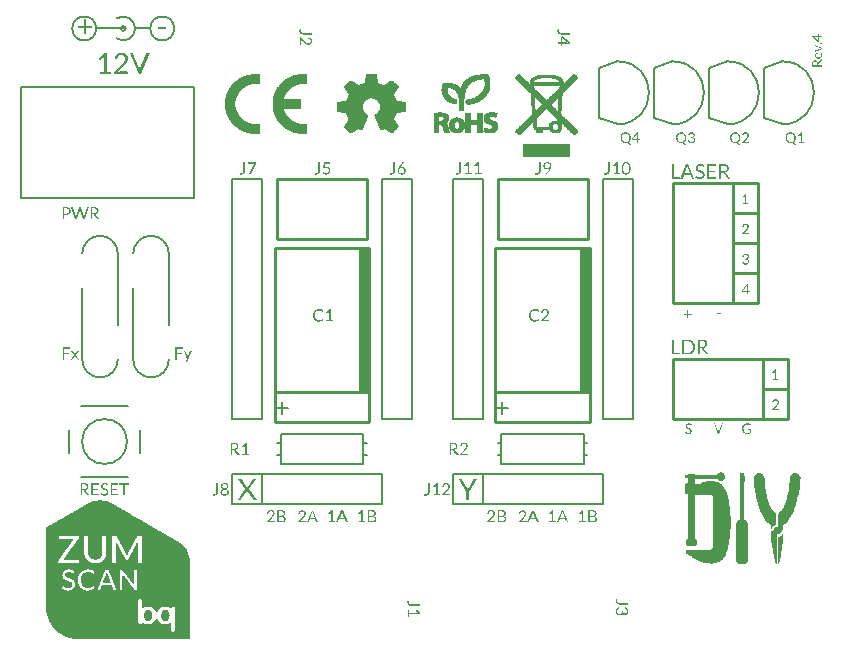
<source format=gto>
%FSLAX44Y44*%
%MOMM*%
G71*
G01*
G75*
%ADD10C,0.4000*%
%ADD11C,0.3000*%
%ADD12C,0.5000*%
%ADD13C,0.8000*%
%ADD14C,1.0000*%
%ADD15C,2.0000*%
%ADD16C,1.5000*%
%ADD17C,1.7000*%
%ADD18R,1.7000X1.7000*%
%ADD19C,1.1600*%
%ADD20C,1.8000*%
%ADD21R,1.7000X1.7000*%
%ADD22C,1.8800*%
%ADD23C,2.0000*%
%ADD24C,4.6200*%
%ADD25C,5.3800*%
%ADD26C,1.2200*%
%ADD27C,1.5240*%
%ADD28C,0.9400*%
%ADD29C,0.7000*%
%ADD30C,1.3000*%
%ADD31C,0.2000*%
%ADD32C,0.2540*%
%ADD33C,0.0299*%
%ADD34C,0.0280*%
%ADD35R,0.7500X12.2500*%
G36*
X633709Y138384D02*
X634284Y138288D01*
X634666Y138193D01*
X634762Y138097D01*
X635336Y137810D01*
X635815Y137427D01*
X636102Y137140D01*
X636197Y137044D01*
X636580Y136566D01*
X636963Y135992D01*
X637154Y135705D01*
X637250Y135513D01*
X637537Y134939D01*
Y134365D01*
Y133982D01*
Y133887D01*
X637441Y131399D01*
X637250Y128911D01*
X636963Y126711D01*
X636676Y124797D01*
X636580Y123936D01*
X636484Y123170D01*
X636293Y122501D01*
X636197Y121927D01*
X636102Y121448D01*
Y121161D01*
X636006Y120970D01*
Y120874D01*
X635527Y118673D01*
X634953Y116568D01*
X634475Y114655D01*
X633997Y113028D01*
X633614Y111689D01*
X633327Y110636D01*
X633231Y110253D01*
X633135Y109966D01*
X633040Y109871D01*
Y109775D01*
X632370Y107957D01*
X631700Y106330D01*
X631030Y104799D01*
X630456Y103556D01*
X629882Y102503D01*
X629404Y101738D01*
X629117Y101259D01*
X629021Y101068D01*
X628160Y99728D01*
X627299Y98580D01*
X626533Y97623D01*
X625768Y96762D01*
X625194Y96093D01*
X624715Y95614D01*
X624428Y95327D01*
X624333Y95231D01*
X624141Y95136D01*
X623950Y95040D01*
X623663D01*
X623567Y94944D01*
X623376Y94849D01*
X623280Y94753D01*
X623089Y94657D01*
X622993D01*
Y90064D01*
X621462D01*
Y89969D01*
Y89873D01*
Y89777D01*
Y89682D01*
Y89203D01*
X621367Y88821D01*
X621271Y88534D01*
X621175Y88438D01*
X620984Y87959D01*
X620697Y87577D01*
X620601Y87385D01*
X620505Y87290D01*
X620218Y87003D01*
X619836Y86811D01*
X619549Y86620D01*
X619453D01*
X618974Y86524D01*
X618592Y86429D01*
X617252D01*
Y61551D01*
X616965Y61743D01*
X616870Y61838D01*
X616774D01*
X616391Y62030D01*
X616295Y62221D01*
X616104Y62604D01*
X616008Y62795D01*
X615913Y63274D01*
Y63369D01*
Y63465D01*
X612851Y81836D01*
Y89490D01*
X614382D01*
X614478Y89969D01*
X614573Y90352D01*
X614669Y90639D01*
Y90734D01*
X614956Y91213D01*
X615147Y91500D01*
X615339Y91691D01*
X615434Y91787D01*
X616104Y92265D01*
X616391Y92457D01*
X616487D01*
X616965Y92648D01*
X617348Y92744D01*
X618783D01*
Y102312D01*
Y102695D01*
X618879Y103077D01*
Y103269D01*
Y103364D01*
X619070Y104034D01*
X619166Y104225D01*
Y104321D01*
X619549Y104895D01*
X619644Y105087D01*
X619740Y105182D01*
X620314Y105756D01*
X620410Y105852D01*
X620505Y105948D01*
X621079Y106522D01*
X621558Y107096D01*
X622515Y108435D01*
X622897Y109010D01*
X623185Y109488D01*
X623280Y109775D01*
X623376Y109871D01*
X623854Y110923D01*
X624333Y111976D01*
X624715Y112933D01*
X625098Y113985D01*
X625385Y114846D01*
X625577Y115516D01*
X625768Y115899D01*
Y116090D01*
X626438Y118960D01*
X626820Y120300D01*
X627012Y121544D01*
X627203Y122692D01*
X627394Y123553D01*
X627490Y124127D01*
Y124223D01*
Y124319D01*
X627969Y127763D01*
X628160Y129390D01*
X628256Y130921D01*
X628351Y132164D01*
X628447Y133217D01*
X628543Y133600D01*
Y133887D01*
Y133982D01*
Y134078D01*
X628638Y134748D01*
X628734Y135322D01*
X628830Y135705D01*
X628925Y135800D01*
X629212Y136375D01*
X629595Y136757D01*
X629882Y137044D01*
X629978Y137140D01*
X630456Y137523D01*
X630935Y137810D01*
X631317Y138001D01*
X631413Y138097D01*
X631987Y138288D01*
X632561Y138479D01*
X633135D01*
X633709Y138384D01*
D02*
G37*
G36*
X622802Y81453D02*
X619740Y63082D01*
Y62795D01*
X619644Y62699D01*
Y62604D01*
X619453Y62221D01*
X619357Y62126D01*
Y62030D01*
X619070Y61647D01*
X618974Y61551D01*
X618592Y61264D01*
X618496Y61169D01*
X618400D01*
Y84132D01*
X618974Y84324D01*
X619453Y84419D01*
X619740Y84611D01*
X619836D01*
X620314Y84898D01*
X620697Y85185D01*
X620984Y85376D01*
X621079Y85472D01*
X621462Y85855D01*
X621749Y86237D01*
X621845Y86524D01*
X621941Y86620D01*
X622132Y87098D01*
X622323Y87481D01*
X622419Y87864D01*
Y87959D01*
X622802D01*
Y81453D01*
D02*
G37*
G36*
X590270Y133504D02*
X589696Y126998D01*
Y98676D01*
X590079D01*
X590461Y98580D01*
X590748Y98484D01*
X590844Y98389D01*
X591227Y98197D01*
X591514Y97910D01*
X591705Y97719D01*
X591801Y97623D01*
X592279Y96954D01*
X592471Y96762D01*
Y96667D01*
X592662Y96284D01*
X592758Y95997D01*
Y95710D01*
Y95614D01*
Y64613D01*
Y64039D01*
X592662Y63656D01*
X592566Y63369D01*
X592471Y63274D01*
X592279Y62891D01*
X591992Y62508D01*
X591801Y62317D01*
X591705Y62221D01*
X591035Y61647D01*
X590748Y61551D01*
X590653Y61456D01*
X590174Y61264D01*
X589792Y61169D01*
X586634D01*
X586060Y61264D01*
X585677Y61360D01*
X585390Y61456D01*
X585294D01*
X584912Y61743D01*
X584529Y61934D01*
X584338Y62126D01*
X584242Y62221D01*
X583668Y62891D01*
X583572Y63178D01*
X583477Y63274D01*
X583285Y63752D01*
X583190Y64135D01*
Y64517D01*
Y64613D01*
Y95614D01*
X583285Y96093D01*
X583381Y96475D01*
X583477Y96762D01*
Y96858D01*
X583764Y97336D01*
X583955Y97623D01*
X584146Y97815D01*
X584242Y97910D01*
X584912Y98389D01*
X585199Y98580D01*
X585294D01*
X585773Y98772D01*
X586156Y98867D01*
X586634D01*
Y127380D01*
X586060Y133887D01*
X586634Y138479D01*
X589696D01*
X590270Y133504D01*
D02*
G37*
G36*
X603091Y138384D02*
X603665Y138288D01*
X604048Y138193D01*
X604144Y138097D01*
X604622Y137810D01*
X605101Y137523D01*
X605483Y137236D01*
X605579Y137140D01*
X606058Y136662D01*
X606440Y136279D01*
X606536Y135896D01*
X606632Y135800D01*
X606823Y135226D01*
X607014Y134652D01*
X607110Y134270D01*
Y134078D01*
Y132164D01*
X607206Y130347D01*
X607397Y128720D01*
X607588Y127285D01*
X607684Y126041D01*
X607875Y125084D01*
Y124797D01*
X607971Y124510D01*
Y124414D01*
Y124319D01*
X608258Y122692D01*
X608641Y121065D01*
X608928Y119726D01*
X609215Y118482D01*
X609406Y117525D01*
X609598Y116760D01*
X609789Y116281D01*
Y116090D01*
X610172Y114750D01*
X610555Y113602D01*
X610937Y112550D01*
X611320Y111593D01*
X611703Y110923D01*
X611990Y110349D01*
X612085Y109966D01*
X612181Y109871D01*
X612755Y109010D01*
X613234Y108148D01*
X613712Y107479D01*
X614095Y106904D01*
X614478Y106522D01*
X614765Y106235D01*
X614860Y106043D01*
X614956Y105948D01*
X615339Y105661D01*
X615626Y105469D01*
X615721Y105278D01*
X615817Y105182D01*
X616200Y104608D01*
X616391Y104417D01*
Y104321D01*
X616582Y103938D01*
X616678Y103651D01*
Y103460D01*
Y103364D01*
X616774Y102695D01*
X616870Y102408D01*
Y102312D01*
X616678Y94275D01*
X616295D01*
X616008Y94179D01*
X615626Y94083D01*
X615530Y93988D01*
X615052Y93796D01*
X614669Y93509D01*
X614382Y93318D01*
X614286Y93222D01*
X613616Y92552D01*
X613425Y92265D01*
X613329Y92170D01*
X613042Y91787D01*
X612851Y91404D01*
X612659Y91117D01*
Y91021D01*
X612468Y94275D01*
X612373Y94370D01*
X612181D01*
X611990Y94466D01*
X611894D01*
Y94562D01*
Y94657D01*
X611798D01*
X611703Y94753D01*
X611607D01*
X611416Y94849D01*
X611320D01*
X610363Y95805D01*
X609406Y96762D01*
X608641Y97815D01*
X607875Y98772D01*
X607301Y99537D01*
X606823Y100302D01*
X606536Y100685D01*
X606440Y100877D01*
X605675Y102312D01*
X604909Y103843D01*
X604240Y105278D01*
X603570Y106617D01*
X603091Y107861D01*
X602709Y108722D01*
X602613Y109105D01*
X602517Y109392D01*
X602422Y109488D01*
Y109584D01*
X601752Y111497D01*
X601178Y113411D01*
X600699Y115324D01*
X600221Y117047D01*
X599934Y118482D01*
X599743Y119152D01*
X599647Y119630D01*
X599551Y120109D01*
Y120396D01*
X599455Y120587D01*
Y120683D01*
X599073Y122979D01*
X598690Y125275D01*
X598403Y127476D01*
X598212Y129390D01*
X598020Y131112D01*
X597924Y131782D01*
X597829Y132356D01*
Y132834D01*
X597733Y133217D01*
Y133408D01*
Y133504D01*
X597924Y134174D01*
X598020Y134844D01*
X598116Y135226D01*
Y135418D01*
X598307Y136088D01*
X598690Y136566D01*
X598977Y136949D01*
X599073Y137044D01*
X599647Y137523D01*
X600125Y137810D01*
X600508Y138001D01*
X600604Y138097D01*
X601273Y138288D01*
X601847Y138479D01*
X602326D01*
X603091Y138384D01*
D02*
G37*
G36*
X500165Y421063D02*
X501511D01*
Y420420D01*
Y420405D01*
Y420361D01*
X501482Y420303D01*
X501453Y420244D01*
X501438Y420229D01*
X501409Y420215D01*
X501351Y420200D01*
X501263Y420186D01*
X500165D01*
Y417830D01*
X499185D01*
Y420186D01*
X495206D01*
X495147Y420200D01*
X495074Y420215D01*
X495001Y420244D01*
X494986Y420259D01*
X494957Y420303D01*
X494913Y420361D01*
X494884Y420434D01*
X494767Y420990D01*
X499127Y426769D01*
X500165D01*
Y421063D01*
D02*
G37*
G36*
X489793Y426857D02*
X489895D01*
X490144Y426828D01*
X490422Y426784D01*
X490714Y426725D01*
X491036Y426637D01*
X491343Y426521D01*
X491358D01*
X491387Y426506D01*
X491416Y426491D01*
X491475Y426462D01*
X491636Y426389D01*
X491826Y426272D01*
X492046Y426140D01*
X492280Y425979D01*
X492514Y425789D01*
X492733Y425569D01*
X492762Y425540D01*
X492836Y425467D01*
X492938Y425335D01*
X493070Y425160D01*
X493216Y424955D01*
X493362Y424706D01*
X493509Y424443D01*
X493640Y424136D01*
Y424121D01*
X493655Y424092D01*
X493670Y424048D01*
X493684Y423989D01*
X493713Y423916D01*
X493743Y423814D01*
X493801Y423594D01*
X493860Y423316D01*
X493918Y423009D01*
X493947Y422658D01*
X493962Y422292D01*
Y422263D01*
Y422190D01*
Y422058D01*
X493947Y421912D01*
X493933Y421722D01*
X493904Y421517D01*
X493830Y421093D01*
Y421063D01*
X493801Y420990D01*
X493772Y420888D01*
X493728Y420741D01*
X493684Y420580D01*
X493611Y420405D01*
X493450Y420025D01*
X493435Y420010D01*
X493406Y419937D01*
X493362Y419849D01*
X493289Y419732D01*
X493201Y419600D01*
X493099Y419454D01*
X492865Y419147D01*
X492850Y419132D01*
X492806Y419088D01*
X492733Y419000D01*
X492631Y418913D01*
X492514Y418810D01*
X492382Y418693D01*
X492075Y418459D01*
X494372Y415987D01*
X493289D01*
X493245Y416001D01*
X493099Y416016D01*
X492967Y416060D01*
X492953D01*
X492938Y416074D01*
X492865Y416104D01*
X492762Y416177D01*
X492660Y416279D01*
X491080Y417976D01*
X491065D01*
X491021Y417962D01*
X490948Y417932D01*
X490860Y417918D01*
X490743Y417888D01*
X490612Y417859D01*
X490334Y417801D01*
X490319D01*
X490275Y417786D01*
X490187D01*
X490100Y417771D01*
X489968Y417757D01*
X489836D01*
X489544Y417742D01*
X489383D01*
X489295Y417757D01*
X489193D01*
X488944Y417786D01*
X488666Y417815D01*
X488359Y417874D01*
X488037Y417962D01*
X487730Y418064D01*
X487715D01*
X487700Y418079D01*
X487656Y418093D01*
X487598Y418123D01*
X487452Y418196D01*
X487261Y418313D01*
X487042Y418445D01*
X486808Y418605D01*
X486574Y418796D01*
X486340Y419000D01*
X486310Y419030D01*
X486252Y419103D01*
X486149Y419235D01*
X486018Y419410D01*
X485872Y419630D01*
X485725Y419878D01*
X485579Y420142D01*
X485447Y420449D01*
Y420463D01*
X485433Y420493D01*
X485418Y420537D01*
X485403Y420595D01*
X485374Y420668D01*
X485345Y420771D01*
X485301Y420990D01*
X485242Y421268D01*
X485184Y421575D01*
X485155Y421926D01*
X485140Y422292D01*
Y422307D01*
Y422336D01*
Y422395D01*
Y422468D01*
X485155Y422556D01*
Y422658D01*
X485184Y422907D01*
X485213Y423185D01*
X485272Y423492D01*
X485345Y423814D01*
X485447Y424136D01*
Y424150D01*
X485462Y424180D01*
X485476Y424224D01*
X485506Y424282D01*
X485579Y424428D01*
X485681Y424633D01*
X485813Y424853D01*
X485959Y425087D01*
X486135Y425335D01*
X486340Y425569D01*
X486369Y425599D01*
X486442Y425672D01*
X486574Y425789D01*
X486735Y425921D01*
X486940Y426067D01*
X487174Y426228D01*
X487437Y426389D01*
X487730Y426521D01*
X487744D01*
X487774Y426535D01*
X487817Y426550D01*
X487876Y426579D01*
X487949Y426608D01*
X488037Y426637D01*
X488271Y426696D01*
X488534Y426754D01*
X488842Y426813D01*
X489178Y426857D01*
X489544Y426872D01*
X489705D01*
X489793Y426857D01*
D02*
G37*
G36*
X571134Y138767D02*
X571516Y138671D01*
X571612Y138575D01*
X572090Y138384D01*
X572473Y138097D01*
X572664Y137905D01*
X572760Y137810D01*
X573334Y137044D01*
X573430Y136757D01*
X573526Y136662D01*
X573717Y136183D01*
X573813Y135705D01*
Y135322D01*
Y135226D01*
X573717Y134652D01*
X573621Y134270D01*
X573526Y133887D01*
X573430Y133791D01*
X573143Y133313D01*
X572856Y132930D01*
X572664Y132739D01*
X572569Y132643D01*
X571803Y132069D01*
X571516Y131973D01*
X571421Y131877D01*
X570942Y131686D01*
X570464Y131590D01*
X569603D01*
X569220Y131686D01*
X569029Y131782D01*
X568933D01*
X568359Y132069D01*
X568167Y132260D01*
X568072D01*
X567593Y132739D01*
X567402Y132834D01*
X567306Y132930D01*
X566924Y133504D01*
X566732Y133600D01*
Y133695D01*
X548553D01*
Y129103D01*
X551614D01*
X552284Y129485D01*
X552954Y129868D01*
X553433Y130059D01*
X553528Y130155D01*
X553624D01*
X554581Y130442D01*
X555346Y130729D01*
X555920Y130825D01*
X556016Y130921D01*
X556112D01*
X556973Y131112D01*
X557643Y131303D01*
X558025Y131399D01*
X558217D01*
X558695Y131495D01*
X558982Y131590D01*
X559078D01*
X560226Y131782D01*
X561374Y131877D01*
X562331D01*
X563096Y131782D01*
X563766D01*
X564340Y131686D01*
X564627Y131590D01*
X564723D01*
X566349Y131112D01*
X567115Y130825D01*
X567689Y130634D01*
X568167Y130442D01*
X568550Y130251D01*
X568742Y130059D01*
X568837D01*
X569985Y129390D01*
X570751Y128720D01*
X571229Y128337D01*
X571421Y128146D01*
X571899Y127572D01*
X572186Y127285D01*
X572282Y127189D01*
Y126998D01*
X573143Y125850D01*
X573813Y124606D01*
X574387Y123266D01*
X574961Y122022D01*
X575344Y120874D01*
X575631Y120013D01*
X575726Y119630D01*
Y119343D01*
X575822Y119248D01*
Y119152D01*
X576300Y117334D01*
X576587Y115516D01*
X576970Y113985D01*
X577162Y112550D01*
X577353Y111306D01*
X577544Y110349D01*
X577640Y109775D01*
Y109679D01*
Y109584D01*
X577831Y107957D01*
X578023Y106426D01*
X578118Y104991D01*
X578214Y103843D01*
Y102886D01*
X578310Y102120D01*
Y101738D01*
Y101546D01*
Y100398D01*
X578405Y99633D01*
Y98963D01*
Y98676D01*
Y98389D01*
Y98293D01*
Y95231D01*
Y95040D01*
Y94657D01*
Y94179D01*
Y93509D01*
X578310Y92839D01*
Y92361D01*
Y91978D01*
Y91787D01*
X578214Y90447D01*
Y89108D01*
X578023Y87673D01*
X577927Y86429D01*
X577831Y85280D01*
X577736Y84419D01*
X577640Y83845D01*
Y83750D01*
Y83654D01*
X577353Y81932D01*
X577162Y80209D01*
X576779Y78583D01*
X576492Y77147D01*
X576205Y75904D01*
X576013Y74947D01*
X575918Y74564D01*
Y74277D01*
X575822Y74181D01*
Y74086D01*
X575344Y72363D01*
X574770Y70833D01*
X574195Y69397D01*
X573621Y68249D01*
X573047Y67388D01*
X572664Y66718D01*
X572378Y66336D01*
X572282Y66144D01*
X572186Y66048D01*
X571995Y65857D01*
X571708Y65570D01*
X571612Y65474D01*
X571038Y64996D01*
X570368Y64422D01*
X569890Y64135D01*
X569794Y63943D01*
X569698D01*
X568646Y63369D01*
X567689Y62891D01*
X567211Y62699D01*
X566828Y62508D01*
X566637Y62413D01*
X566541D01*
X565010Y62030D01*
X563670Y61838D01*
X563001Y61743D01*
X562140D01*
X560513Y61838D01*
X558982Y61934D01*
X557643Y62126D01*
X556494Y62413D01*
X555537Y62604D01*
X554772Y62795D01*
X554389Y62891D01*
X554198Y62987D01*
X552954Y63465D01*
X551902Y63943D01*
X550849Y64422D01*
X549988Y64805D01*
X549318Y65187D01*
X548840Y65474D01*
X548457Y65666D01*
X548361Y65761D01*
X546639Y66814D01*
X545874Y67292D01*
X545299Y67771D01*
X544725Y68058D01*
X544343Y68345D01*
X544151Y68440D01*
X544056Y68536D01*
X543386Y68919D01*
X542812Y69302D01*
X541759Y69589D01*
X541377Y69684D01*
X541185Y69780D01*
X540802D01*
X540707Y69876D01*
X540611D01*
X540516Y69971D01*
X540420Y70067D01*
X540324Y70258D01*
Y70354D01*
Y72842D01*
X540420Y72937D01*
X540516Y73033D01*
X540611Y73129D01*
X540707Y73225D01*
X540802Y73320D01*
X540898Y73416D01*
X560609D01*
X561087Y73512D01*
X561470Y73607D01*
X561757Y73703D01*
X561852D01*
X562331Y73990D01*
X562714Y74373D01*
X563001Y74660D01*
X563096Y74756D01*
X563479Y75425D01*
X563575Y76191D01*
X563670Y76765D01*
Y76956D01*
Y77052D01*
Y77722D01*
Y78391D01*
Y79922D01*
Y80496D01*
Y81070D01*
Y81453D01*
Y81549D01*
Y83750D01*
Y84802D01*
Y85663D01*
Y86429D01*
Y87098D01*
Y87481D01*
Y87577D01*
Y88725D01*
Y89682D01*
Y90543D01*
Y91404D01*
Y91978D01*
Y92457D01*
Y92744D01*
Y92839D01*
Y93605D01*
Y94083D01*
Y94466D01*
Y94753D01*
Y94944D01*
Y95040D01*
Y98102D01*
Y98197D01*
Y98484D01*
Y98867D01*
Y99250D01*
Y99633D01*
Y100015D01*
Y100302D01*
Y100398D01*
Y102216D01*
Y103077D01*
Y103938D01*
Y104704D01*
Y105278D01*
Y105661D01*
Y105756D01*
Y107957D01*
Y109010D01*
Y109966D01*
Y110732D01*
Y111306D01*
Y111689D01*
Y111784D01*
Y112837D01*
Y113698D01*
Y114559D01*
Y115133D01*
Y115612D01*
Y115994D01*
Y116186D01*
Y116281D01*
X563575Y117334D01*
X563383Y118004D01*
X563192Y118482D01*
X563096Y118578D01*
X562618Y119056D01*
X562235Y119439D01*
X561948Y119535D01*
X561852Y119630D01*
X561374Y119822D01*
X560991Y119917D01*
X548553D01*
Y82601D01*
X549031Y82314D01*
X549222Y82219D01*
Y82123D01*
X549605Y81644D01*
X549701Y81549D01*
Y81453D01*
X549892Y80975D01*
X549988Y80783D01*
Y80688D01*
X550084Y80114D01*
Y79827D01*
Y79731D01*
Y79253D01*
X549988Y78870D01*
X549892Y78583D01*
Y78487D01*
X549701Y78009D01*
X549510Y77722D01*
X549318Y77530D01*
X549222Y77435D01*
X548457Y76956D01*
X548170Y76860D01*
X548074Y76765D01*
X547596Y76573D01*
X547213Y76478D01*
X543769D01*
X543195Y76573D01*
X542812Y76669D01*
X542525Y76765D01*
X542429D01*
X542046Y76956D01*
X541664Y77243D01*
X541472Y77339D01*
X541377Y77435D01*
X541090Y77722D01*
X540802Y78104D01*
X540707Y78391D01*
X540611Y78487D01*
X540420Y78966D01*
X540324Y79348D01*
Y79635D01*
Y79731D01*
Y80114D01*
X540420Y80401D01*
Y80592D01*
Y80688D01*
X540611Y81262D01*
X540707Y81357D01*
Y81453D01*
X540994Y81932D01*
X541185Y82123D01*
X541664Y82506D01*
X541759Y82601D01*
X541855D01*
Y120874D01*
X540420D01*
X540324Y120970D01*
X540228D01*
X540133Y121065D01*
Y121161D01*
Y121353D01*
Y121448D01*
Y129103D01*
Y129294D01*
Y129390D01*
X540228Y129485D01*
Y129581D01*
X540324Y129677D01*
X541855D01*
Y134270D01*
X540898D01*
X540611Y134365D01*
X540516D01*
X540228Y134557D01*
X540133Y134652D01*
X539941Y134939D01*
X539846Y135035D01*
X539750Y135418D01*
Y135513D01*
Y135609D01*
X539846Y135896D01*
Y135992D01*
X540037Y136279D01*
X540133Y136375D01*
X540420Y136566D01*
X540516Y136662D01*
X540802Y136757D01*
X541855D01*
X541951Y137044D01*
X542046Y137236D01*
X542429Y137523D01*
X542525Y137618D01*
X542621D01*
X543195Y137714D01*
X543386Y137810D01*
X543482D01*
X544056Y137905D01*
X546830D01*
X547022Y137810D01*
X547118D01*
X547692Y137714D01*
X547787Y137618D01*
X547883D01*
X548266Y137427D01*
X548361Y137331D01*
Y137236D01*
X548553Y136853D01*
Y136757D01*
X566732D01*
X567115Y137331D01*
X567211Y137523D01*
X567306Y137618D01*
X567880Y138193D01*
X567976Y138288D01*
X568072Y138384D01*
X568646Y138671D01*
X568837Y138767D01*
X568933D01*
X569603Y138862D01*
X570655D01*
X571134Y138767D01*
D02*
G37*
G36*
X543173Y180477D02*
X543364Y180462D01*
X543568Y180433D01*
X543803Y180389D01*
X544037Y180331D01*
X544271Y180243D01*
X544300Y180228D01*
X544373Y180199D01*
X544490Y180140D01*
X544637Y180067D01*
X544812Y179979D01*
X544988Y179848D01*
X545178Y179716D01*
X545353Y179555D01*
X545061Y178985D01*
X545046Y178970D01*
X545017Y178941D01*
X544988Y178897D01*
X544929Y178853D01*
X544915D01*
X544885Y178838D01*
X544841Y178824D01*
X544783Y178809D01*
X544768D01*
X544710Y178824D01*
X544622Y178853D01*
X544520Y178911D01*
X544490Y178926D01*
X544432Y178985D01*
X544315Y179043D01*
X544168Y179131D01*
X544154D01*
X544139Y179160D01*
X544081Y179175D01*
X544022Y179204D01*
X543861Y179292D01*
X543656Y179365D01*
X543642D01*
X543598Y179380D01*
X543539Y179409D01*
X543451Y179424D01*
X543349Y179453D01*
X543217Y179468D01*
X543086Y179482D01*
X542779D01*
X542676Y179468D01*
X542457Y179438D01*
X542208Y179365D01*
X542193D01*
X542164Y179350D01*
X542105Y179321D01*
X542032Y179292D01*
X541857Y179204D01*
X541681Y179072D01*
X541667Y179058D01*
X541652Y179043D01*
X541608Y178999D01*
X541564Y178941D01*
X541462Y178794D01*
X541374Y178619D01*
Y178604D01*
X541359Y178575D01*
X541345Y178531D01*
X541330Y178458D01*
X541286Y178282D01*
X541272Y178078D01*
Y178063D01*
Y178019D01*
X541286Y177946D01*
X541301Y177858D01*
X541345Y177668D01*
X541389Y177565D01*
X541447Y177463D01*
X541462Y177449D01*
X541476Y177419D01*
X541520Y177375D01*
X541579Y177317D01*
X541725Y177185D01*
X541930Y177039D01*
X541945Y177024D01*
X541988Y177010D01*
X542047Y176980D01*
X542135Y176936D01*
X542237Y176893D01*
X542354Y176834D01*
X542618Y176732D01*
X542632D01*
X542691Y176717D01*
X542764Y176688D01*
X542866Y176658D01*
X542983Y176614D01*
X543115Y176571D01*
X543408Y176468D01*
X543422D01*
X543481Y176439D01*
X543554Y176424D01*
X543656Y176380D01*
X543788Y176337D01*
X543920Y176278D01*
X544198Y176161D01*
X544212D01*
X544256Y176132D01*
X544329Y176103D01*
X544432Y176044D01*
X544637Y175912D01*
X544871Y175737D01*
X544885Y175722D01*
X544929Y175693D01*
X544973Y175634D01*
X545046Y175561D01*
X545134Y175459D01*
X545207Y175356D01*
X545368Y175093D01*
X545383Y175078D01*
X545397Y175020D01*
X545427Y174947D01*
X545471Y174830D01*
X545500Y174698D01*
X545529Y174537D01*
X545544Y174361D01*
X545558Y174157D01*
Y174127D01*
Y174054D01*
X545544Y173937D01*
X545529Y173806D01*
X545514Y173630D01*
X545471Y173440D01*
X545427Y173249D01*
X545353Y173045D01*
X545339Y173015D01*
X545310Y172957D01*
X545266Y172869D01*
X545207Y172738D01*
X545119Y172606D01*
X545017Y172460D01*
X544900Y172299D01*
X544768Y172152D01*
X544754Y172138D01*
X544695Y172094D01*
X544622Y172021D01*
X544505Y171933D01*
X544373Y171845D01*
X544212Y171743D01*
X544022Y171640D01*
X543817Y171552D01*
X543788Y171538D01*
X543715Y171523D01*
X543598Y171494D01*
X543451Y171450D01*
X543261Y171406D01*
X543042Y171377D01*
X542808Y171362D01*
X542544Y171348D01*
X542398D01*
X542237Y171362D01*
X542018Y171392D01*
X541784Y171421D01*
X541520Y171479D01*
X541242Y171552D01*
X540964Y171655D01*
X540950D01*
X540935Y171670D01*
X540847Y171713D01*
X540716Y171786D01*
X540540Y171889D01*
X540350Y172006D01*
X540145Y172152D01*
X539940Y172313D01*
X539750Y172503D01*
X540101Y173074D01*
X540116Y173089D01*
X540130Y173118D01*
X540218Y173191D01*
X540233Y173206D01*
X540262Y173220D01*
X540321Y173235D01*
X540379Y173249D01*
X540408D01*
X540467Y173235D01*
X540555Y173191D01*
X540672Y173103D01*
X540686D01*
X540701Y173074D01*
X540789Y173015D01*
X540920Y172913D01*
X541096Y172796D01*
X541111D01*
X541140Y172767D01*
X541198Y172738D01*
X541272Y172694D01*
X541359Y172650D01*
X541462Y172606D01*
X541696Y172489D01*
X541711D01*
X541769Y172474D01*
X541842Y172445D01*
X541945Y172430D01*
X542076Y172401D01*
X542223Y172372D01*
X542398Y172357D01*
X542735D01*
X542837Y172372D01*
X542954Y172386D01*
X543086Y172401D01*
X543349Y172474D01*
X543364D01*
X543408Y172503D01*
X543466Y172518D01*
X543554Y172562D01*
X543730Y172664D01*
X543920Y172796D01*
X543934Y172811D01*
X543964Y172840D01*
X544007Y172884D01*
X544051Y172942D01*
X544168Y173103D01*
X544285Y173308D01*
Y173323D01*
X544300Y173367D01*
X544329Y173425D01*
X544359Y173513D01*
X544373Y173601D01*
X544403Y173718D01*
X544417Y173981D01*
Y173996D01*
Y174054D01*
X544403Y174127D01*
X544388Y174215D01*
X544344Y174435D01*
X544285Y174537D01*
X544227Y174639D01*
X544212Y174654D01*
X544198Y174683D01*
X544154Y174727D01*
X544095Y174800D01*
X543934Y174932D01*
X543730Y175078D01*
X543715Y175093D01*
X543686Y175108D01*
X543612Y175137D01*
X543539Y175181D01*
X543437Y175225D01*
X543320Y175283D01*
X543056Y175371D01*
X543042D01*
X542998Y175400D01*
X542910Y175415D01*
X542822Y175459D01*
X542691Y175488D01*
X542559Y175532D01*
X542266Y175620D01*
X542252D01*
X542193Y175649D01*
X542120Y175664D01*
X542018Y175707D01*
X541901Y175751D01*
X541769Y175795D01*
X541491Y175912D01*
X541476Y175927D01*
X541432Y175942D01*
X541359Y175985D01*
X541257Y176029D01*
X541037Y176176D01*
X540803Y176351D01*
X540789Y176366D01*
X540760Y176395D01*
X540701Y176454D01*
X540628Y176541D01*
X540555Y176644D01*
X540481Y176746D01*
X540394Y176878D01*
X540321Y177024D01*
Y177039D01*
X540291Y177097D01*
X540262Y177185D01*
X540233Y177302D01*
X540204Y177449D01*
X540174Y177624D01*
X540160Y177814D01*
X540145Y178034D01*
Y178048D01*
Y178121D01*
X540160Y178209D01*
X540174Y178326D01*
X540189Y178458D01*
X540218Y178619D01*
X540262Y178780D01*
X540321Y178941D01*
X540335Y178955D01*
X540350Y179014D01*
X540394Y179102D01*
X540467Y179204D01*
X540540Y179321D01*
X540628Y179453D01*
X540745Y179585D01*
X540862Y179716D01*
X540877Y179731D01*
X540920Y179775D01*
X540994Y179833D01*
X541096Y179921D01*
X541228Y180009D01*
X541374Y180097D01*
X541535Y180184D01*
X541725Y180272D01*
X541754Y180287D01*
X541813Y180301D01*
X541930Y180345D01*
X542062Y180389D01*
X542237Y180418D01*
X542442Y180462D01*
X542661Y180477D01*
X542910Y180492D01*
X543042D01*
X543173Y180477D01*
D02*
G37*
G36*
X591316Y349387D02*
X591463D01*
X591624Y349358D01*
X591799Y349328D01*
X591975Y349285D01*
X592165Y349226D01*
X592194Y349211D01*
X592253Y349197D01*
X592341Y349153D01*
X592458Y349094D01*
X592589Y349021D01*
X592736Y348948D01*
X593014Y348729D01*
X593028Y348714D01*
X593072Y348670D01*
X593145Y348611D01*
X593218Y348524D01*
X593321Y348407D01*
X593409Y348275D01*
X593496Y348114D01*
X593584Y347953D01*
X593599Y347938D01*
X593613Y347865D01*
X593657Y347778D01*
X593701Y347646D01*
X593731Y347485D01*
X593774Y347309D01*
X593789Y347119D01*
X593804Y346900D01*
Y346885D01*
Y346812D01*
X593789Y346724D01*
Y346593D01*
X593760Y346461D01*
X593731Y346300D01*
X593701Y346139D01*
X593643Y345978D01*
Y345963D01*
X593613Y345905D01*
X593584Y345817D01*
X593540Y345715D01*
X593482Y345598D01*
X593409Y345451D01*
X593233Y345159D01*
X593218Y345144D01*
X593189Y345100D01*
X593131Y345013D01*
X593072Y344925D01*
X592984Y344808D01*
X592882Y344691D01*
X592648Y344413D01*
X592633Y344398D01*
X592589Y344354D01*
X592516Y344281D01*
X592428Y344179D01*
X592326Y344076D01*
X592209Y343944D01*
X591931Y343666D01*
X589590Y341253D01*
X589605D01*
X589634Y341267D01*
X589678Y341282D01*
X589751Y341296D01*
X589912Y341340D01*
X590088Y341370D01*
X590102D01*
X590131Y341384D01*
X590190D01*
X590248Y341399D01*
X590409Y341413D01*
X593613D01*
X593687Y341399D01*
X593774Y341370D01*
X593862Y341296D01*
X593877Y341282D01*
X593921Y341223D01*
X593965Y341135D01*
X593979Y341033D01*
Y340360D01*
X588010D01*
Y340740D01*
Y340755D01*
Y340813D01*
X588025Y340887D01*
X588054Y340975D01*
X588069Y341004D01*
X588083Y341048D01*
X588142Y341135D01*
X588200Y341209D01*
X591068Y344091D01*
X591082Y344105D01*
X591126Y344149D01*
X591199Y344222D01*
X591287Y344310D01*
X591375Y344413D01*
X591492Y344530D01*
X591712Y344778D01*
X591726Y344793D01*
X591770Y344837D01*
X591814Y344910D01*
X591887Y344983D01*
X591975Y345086D01*
X592063Y345203D01*
X592224Y345451D01*
X592238Y345466D01*
X592253Y345510D01*
X592297Y345583D01*
X592341Y345671D01*
X592399Y345773D01*
X592443Y345890D01*
X592545Y346139D01*
Y346154D01*
X592560Y346198D01*
X592589Y346271D01*
X592604Y346358D01*
X592633Y346475D01*
X592648Y346593D01*
X592663Y346870D01*
Y346885D01*
Y346944D01*
Y347017D01*
X592648Y347105D01*
X592604Y347324D01*
X592531Y347558D01*
Y347573D01*
X592501Y347617D01*
X592472Y347661D01*
X592443Y347734D01*
X592326Y347895D01*
X592180Y348056D01*
X592165Y348070D01*
X592150Y348085D01*
X592107Y348129D01*
X592048Y348158D01*
X591887Y348260D01*
X591682Y348348D01*
X591668D01*
X591638Y348363D01*
X591565Y348377D01*
X591492Y348407D01*
X591404Y348421D01*
X591287Y348436D01*
X591039Y348451D01*
X590921D01*
X590834Y348436D01*
X590629Y348407D01*
X590409Y348348D01*
X590395D01*
X590365Y348334D01*
X590307Y348304D01*
X590248Y348275D01*
X590088Y348187D01*
X589912Y348056D01*
X589897Y348041D01*
X589883Y348026D01*
X589780Y347938D01*
X589663Y347807D01*
X589532Y347631D01*
Y347617D01*
X589502Y347587D01*
X589488Y347543D01*
X589458Y347485D01*
X589385Y347309D01*
X589327Y347105D01*
X589312Y347075D01*
X589283Y347002D01*
X589239Y346914D01*
X589166Y346841D01*
X589151Y346827D01*
X589107Y346812D01*
X589020Y346783D01*
X588917Y346768D01*
X588829D01*
X588771Y346783D01*
X588186Y346870D01*
Y346900D01*
X588200Y346973D01*
X588229Y347090D01*
X588259Y347236D01*
X588303Y347412D01*
X588361Y347587D01*
X588434Y347778D01*
X588522Y347953D01*
X588537Y347968D01*
X588566Y348026D01*
X588624Y348114D01*
X588698Y348231D01*
X588785Y348348D01*
X588888Y348480D01*
X589020Y348611D01*
X589151Y348743D01*
X589166Y348758D01*
X589224Y348802D01*
X589297Y348860D01*
X589414Y348919D01*
X589546Y349007D01*
X589692Y349080D01*
X589868Y349153D01*
X590044Y349226D01*
X590073Y349241D01*
X590131Y349255D01*
X590234Y349285D01*
X590365Y349314D01*
X590526Y349343D01*
X590702Y349372D01*
X590907Y349402D01*
X591214D01*
X591316Y349387D01*
D02*
G37*
G36*
X591580Y366594D02*
X593335D01*
Y365760D01*
X588537D01*
Y366594D01*
X590468D01*
Y372695D01*
Y372709D01*
Y372739D01*
Y372797D01*
Y372870D01*
Y373046D01*
X590482Y373251D01*
X588873Y371875D01*
X588859D01*
X588844Y371846D01*
X588756Y371802D01*
X588727D01*
X588639Y371788D01*
X588581D01*
X588522Y371802D01*
X588464Y371832D01*
X588449Y371846D01*
X588420Y371861D01*
X588346Y371919D01*
X588010Y372402D01*
X590658Y374714D01*
X591580D01*
Y366594D01*
D02*
G37*
G36*
X591390Y323987D02*
X591536D01*
X591697Y323958D01*
X591872Y323928D01*
X592048Y323885D01*
X592238Y323826D01*
X592253D01*
X592326Y323797D01*
X592414Y323753D01*
X592516Y323709D01*
X592648Y323636D01*
X592794Y323563D01*
X593058Y323358D01*
X593072Y323343D01*
X593116Y323299D01*
X593175Y323241D01*
X593262Y323153D01*
X593350Y323051D01*
X593438Y322934D01*
X593526Y322787D01*
X593599Y322641D01*
X593613Y322626D01*
X593628Y322568D01*
X593657Y322480D01*
X593701Y322363D01*
X593745Y322231D01*
X593774Y322070D01*
X593789Y321895D01*
X593804Y321705D01*
Y321690D01*
Y321632D01*
Y321558D01*
X593789Y321456D01*
X593774Y321339D01*
X593760Y321207D01*
X593687Y320944D01*
Y320929D01*
X593672Y320885D01*
X593643Y320827D01*
X593613Y320754D01*
X593511Y320563D01*
X593379Y320359D01*
X593365Y320344D01*
X593350Y320315D01*
X593306Y320271D01*
X593248Y320212D01*
X593087Y320081D01*
X592882Y319934D01*
X592867D01*
X592838Y319905D01*
X592780Y319876D01*
X592692Y319832D01*
X592604Y319788D01*
X592487Y319744D01*
X592238Y319656D01*
X592253D01*
X592282Y319642D01*
X592326Y319627D01*
X592384Y319613D01*
X592545Y319554D01*
X592736Y319466D01*
X592940Y319364D01*
X593160Y319232D01*
X593379Y319071D01*
X593555Y318881D01*
X593570Y318852D01*
X593628Y318778D01*
X593701Y318661D01*
X593789Y318515D01*
X593862Y318310D01*
X593935Y318076D01*
X593994Y317813D01*
X594008Y317520D01*
Y317491D01*
Y317418D01*
X593994Y317301D01*
X593979Y317155D01*
X593950Y316979D01*
X593906Y316789D01*
X593848Y316599D01*
X593760Y316408D01*
X593745Y316394D01*
X593716Y316321D01*
X593657Y316233D01*
X593599Y316116D01*
X593496Y315984D01*
X593394Y315838D01*
X593262Y315692D01*
X593116Y315560D01*
X593101Y315545D01*
X593043Y315501D01*
X592970Y315443D01*
X592853Y315370D01*
X592721Y315282D01*
X592560Y315194D01*
X592370Y315106D01*
X592180Y315033D01*
X592150D01*
X592092Y315004D01*
X591975Y314975D01*
X591828Y314945D01*
X591653Y314916D01*
X591463Y314887D01*
X591243Y314872D01*
X591024Y314858D01*
X590907D01*
X590775Y314872D01*
X590600Y314887D01*
X590409Y314902D01*
X590205Y314931D01*
X590000Y314975D01*
X589795Y315033D01*
X589780Y315048D01*
X589707Y315062D01*
X589619Y315106D01*
X589502Y315165D01*
X589371Y315223D01*
X589224Y315311D01*
X588946Y315516D01*
X588932Y315531D01*
X588888Y315574D01*
X588829Y315648D01*
X588756Y315735D01*
X588654Y315838D01*
X588566Y315970D01*
X588464Y316116D01*
X588376Y316262D01*
X588361Y316277D01*
X588346Y316335D01*
X588303Y316423D01*
X588244Y316540D01*
X588186Y316672D01*
X588127Y316833D01*
X588054Y317008D01*
X587995Y317184D01*
X588478Y317389D01*
X588507Y317403D01*
X588566Y317418D01*
X588639Y317432D01*
X588727Y317447D01*
X588800D01*
X588873Y317418D01*
X588946Y317389D01*
X588961Y317374D01*
X589005Y317345D01*
X589063Y317301D01*
X589107Y317228D01*
Y317213D01*
X589122Y317169D01*
X589137Y317155D01*
X589151Y317111D01*
Y317096D01*
X589166Y317081D01*
X589210Y316994D01*
X589268Y316862D01*
X589356Y316701D01*
Y316686D01*
X589385Y316657D01*
X589414Y316628D01*
X589444Y316569D01*
X589561Y316423D01*
X589692Y316277D01*
X589707Y316262D01*
X589736Y316248D01*
X589780Y316204D01*
X589839Y316160D01*
X590014Y316043D01*
X590219Y315940D01*
X590234D01*
X590278Y315926D01*
X590351Y315896D01*
X590439Y315882D01*
X590556Y315853D01*
X590687Y315823D01*
X590848Y315809D01*
X591082D01*
X591170Y315823D01*
X591287D01*
X591419Y315838D01*
X591551Y315867D01*
X591828Y315955D01*
X591843D01*
X591887Y315984D01*
X591946Y316013D01*
X592033Y316057D01*
X592224Y316189D01*
X592414Y316350D01*
X592428Y316364D01*
X592458Y316394D01*
X592501Y316438D01*
X592545Y316511D01*
X592663Y316686D01*
X592765Y316891D01*
Y316906D01*
X592780Y316950D01*
X592809Y317008D01*
X592838Y317081D01*
X592882Y317272D01*
X592897Y317491D01*
Y317506D01*
Y317550D01*
Y317623D01*
X592882Y317710D01*
X592853Y317930D01*
X592794Y318149D01*
Y318164D01*
X592780Y318208D01*
X592750Y318252D01*
X592706Y318325D01*
X592604Y318501D01*
X592443Y318661D01*
X592428Y318676D01*
X592399Y318705D01*
X592341Y318735D01*
X592267Y318793D01*
X592165Y318837D01*
X592048Y318896D01*
X591902Y318954D01*
X591741Y319013D01*
X591726D01*
X591668Y319027D01*
X591565Y319056D01*
X591433Y319086D01*
X591273Y319100D01*
X591068Y319130D01*
X590848Y319144D01*
X590600D01*
Y319949D01*
X590804D01*
X590936Y319964D01*
X591082Y319978D01*
X591243Y319993D01*
X591404Y320022D01*
X591565Y320066D01*
X591580D01*
X591638Y320095D01*
X591712Y320110D01*
X591799Y320154D01*
X592019Y320256D01*
X592121Y320315D01*
X592224Y320388D01*
X592238Y320402D01*
X592267Y320432D01*
X592311Y320476D01*
X592370Y320534D01*
X592501Y320681D01*
X592604Y320885D01*
Y320900D01*
X592619Y320944D01*
X592648Y321002D01*
X592663Y321076D01*
X592692Y321163D01*
X592706Y321280D01*
X592721Y321514D01*
Y321529D01*
Y321588D01*
Y321661D01*
X592706Y321749D01*
X592663Y321968D01*
X592589Y322187D01*
Y322202D01*
X592575Y322231D01*
X592545Y322290D01*
X592501Y322363D01*
X592399Y322509D01*
X592253Y322670D01*
X592238Y322685D01*
X592224Y322700D01*
X592180Y322729D01*
X592121Y322773D01*
X591960Y322875D01*
X591755Y322948D01*
X591741D01*
X591712Y322963D01*
X591638Y322977D01*
X591565Y323007D01*
X591477Y323021D01*
X591360Y323036D01*
X591126Y323051D01*
X591009D01*
X590921Y323036D01*
X590717Y323007D01*
X590497Y322948D01*
X590482D01*
X590453Y322934D01*
X590395Y322904D01*
X590336Y322875D01*
X590175Y322787D01*
X590000Y322656D01*
X589985Y322641D01*
X589971Y322626D01*
X589868Y322538D01*
X589751Y322407D01*
X589619Y322231D01*
Y322217D01*
X589590Y322187D01*
X589576Y322144D01*
X589532Y322085D01*
X589458Y321909D01*
X589400Y321705D01*
X589385Y321675D01*
X589371Y321602D01*
X589327Y321514D01*
X589254Y321441D01*
X589239Y321427D01*
X589180Y321412D01*
X589093Y321383D01*
X588990Y321368D01*
X588903D01*
X588859Y321383D01*
X588273Y321470D01*
Y321500D01*
X588288Y321573D01*
X588317Y321690D01*
X588346Y321836D01*
X588390Y322012D01*
X588449Y322187D01*
X588522Y322378D01*
X588610Y322553D01*
X588624Y322568D01*
X588654Y322626D01*
X588712Y322714D01*
X588785Y322831D01*
X588873Y322948D01*
X588976Y323080D01*
X589107Y323212D01*
X589239Y323343D01*
X589254Y323358D01*
X589312Y323402D01*
X589385Y323460D01*
X589488Y323519D01*
X589619Y323607D01*
X589766Y323680D01*
X589941Y323753D01*
X590117Y323826D01*
X590146Y323841D01*
X590205Y323855D01*
X590307Y323885D01*
X590439Y323914D01*
X590600Y323943D01*
X590775Y323972D01*
X590980Y324002D01*
X591287D01*
X591390Y323987D01*
D02*
G37*
G36*
X542491Y273347D02*
X545444D01*
Y272374D01*
X542491D01*
Y269233D01*
X541433D01*
Y272374D01*
X538480D01*
Y273347D01*
X541433D01*
Y276453D01*
X542491D01*
Y273347D01*
D02*
G37*
G36*
X592897Y180477D02*
X593043D01*
X593204Y180462D01*
X593555Y180404D01*
X593570D01*
X593628Y180389D01*
X593716Y180375D01*
X593833Y180345D01*
X593965Y180316D01*
X594111Y180287D01*
X594403Y180184D01*
X594418D01*
X594477Y180155D01*
X594550Y180126D01*
X594638Y180082D01*
X594755Y180038D01*
X594872Y179965D01*
X595120Y179819D01*
X595135Y179804D01*
X595179Y179789D01*
X595237Y179745D01*
X595325Y179687D01*
X595515Y179541D01*
X595735Y179350D01*
X595398Y178794D01*
X595384Y178765D01*
X595325Y178721D01*
X595237Y178663D01*
X595179Y178648D01*
X595120Y178633D01*
X595106D01*
X595062Y178648D01*
X594989Y178663D01*
X594901Y178707D01*
X594872Y178721D01*
X594799Y178765D01*
X594696Y178824D01*
X594550Y178911D01*
X594535D01*
X594520Y178941D01*
X594477Y178955D01*
X594418Y178985D01*
X594272Y179072D01*
X594082Y179146D01*
X594067D01*
X594038Y179160D01*
X593979Y179189D01*
X593891Y179219D01*
X593804Y179248D01*
X593687Y179277D01*
X593423Y179350D01*
X593409D01*
X593365Y179365D01*
X593277Y179380D01*
X593175Y179394D01*
X593043Y179409D01*
X592897Y179424D01*
X592721Y179438D01*
X592399D01*
X592267Y179424D01*
X592077Y179409D01*
X591872Y179380D01*
X591638Y179336D01*
X591404Y179277D01*
X591170Y179189D01*
X591141Y179175D01*
X591068Y179146D01*
X590951Y179087D01*
X590804Y179014D01*
X590644Y178911D01*
X590468Y178780D01*
X590292Y178633D01*
X590117Y178473D01*
X590102Y178458D01*
X590044Y178385D01*
X589971Y178297D01*
X589883Y178165D01*
X589766Y178004D01*
X589663Y177814D01*
X589561Y177595D01*
X589458Y177361D01*
X589444Y177331D01*
X589429Y177244D01*
X589385Y177112D01*
X589356Y176936D01*
X589312Y176732D01*
X589268Y176483D01*
X589254Y176205D01*
X589239Y175912D01*
Y175898D01*
Y175868D01*
Y175825D01*
Y175766D01*
X589254Y175605D01*
X589268Y175400D01*
X589297Y175166D01*
X589341Y174917D01*
X589400Y174654D01*
X589473Y174391D01*
X589488Y174361D01*
X589517Y174288D01*
X589576Y174157D01*
X589649Y174010D01*
X589736Y173820D01*
X589853Y173645D01*
X589985Y173454D01*
X590146Y173264D01*
X590161Y173249D01*
X590219Y173191D01*
X590322Y173103D01*
X590439Y173001D01*
X590600Y172898D01*
X590775Y172781D01*
X590965Y172664D01*
X591185Y172562D01*
X591214Y172547D01*
X591287Y172533D01*
X591419Y172489D01*
X591580Y172445D01*
X591770Y172401D01*
X591990Y172372D01*
X592238Y172342D01*
X592501Y172328D01*
X592721D01*
X592940Y172342D01*
X593160Y172357D01*
X593218D01*
X593277Y172372D01*
X593350Y172386D01*
X593526Y172416D01*
X593731Y172460D01*
X593745D01*
X593774Y172474D01*
X593833Y172489D01*
X593906Y172503D01*
X594067Y172562D01*
X594243Y172620D01*
X594257D01*
X594286Y172635D01*
X594330Y172664D01*
X594389Y172694D01*
X594550Y172752D01*
X594725Y172840D01*
Y174830D01*
X593306D01*
X593248Y174844D01*
X593189Y174859D01*
X593131Y174888D01*
X593116Y174903D01*
X593101Y174932D01*
X593087Y174991D01*
X593072Y175064D01*
Y175751D01*
X595823D01*
Y172313D01*
X595808Y172299D01*
X595764Y172269D01*
X595691Y172225D01*
X595603Y172167D01*
X595501Y172094D01*
X595384Y172021D01*
X595120Y171874D01*
X595106D01*
X595062Y171845D01*
X594989Y171816D01*
X594886Y171772D01*
X594769Y171728D01*
X594638Y171684D01*
X594330Y171582D01*
X594316D01*
X594257Y171567D01*
X594169Y171538D01*
X594067Y171523D01*
X593935Y171494D01*
X593774Y171465D01*
X593613Y171435D01*
X593438Y171406D01*
X593423D01*
X593350Y171392D01*
X593262D01*
X593131Y171377D01*
X592984Y171362D01*
X592809D01*
X592619Y171348D01*
X592253D01*
X592165Y171362D01*
X592063D01*
X591828Y171392D01*
X591551Y171421D01*
X591258Y171479D01*
X590936Y171567D01*
X590629Y171670D01*
X590614D01*
X590600Y171684D01*
X590556Y171699D01*
X590497Y171728D01*
X590351Y171801D01*
X590161Y171918D01*
X589941Y172050D01*
X589707Y172211D01*
X589473Y172401D01*
X589239Y172606D01*
X589210Y172635D01*
X589137Y172708D01*
X589034Y172840D01*
X588903Y173015D01*
X588756Y173220D01*
X588610Y173469D01*
X588464Y173747D01*
X588332Y174054D01*
Y174069D01*
X588317Y174098D01*
X588303Y174142D01*
X588288Y174200D01*
X588259Y174288D01*
X588229Y174376D01*
X588171Y174610D01*
X588112Y174888D01*
X588054Y175195D01*
X588025Y175546D01*
X588010Y175912D01*
Y175927D01*
Y175956D01*
Y176015D01*
Y176088D01*
X588025Y176176D01*
Y176278D01*
X588054Y176527D01*
X588083Y176819D01*
X588142Y177127D01*
X588215Y177449D01*
X588317Y177770D01*
Y177785D01*
X588332Y177814D01*
X588346Y177858D01*
X588376Y177917D01*
X588449Y178078D01*
X588551Y178268D01*
X588683Y178502D01*
X588829Y178736D01*
X589020Y178985D01*
X589224Y179219D01*
X589254Y179248D01*
X589327Y179321D01*
X589458Y179424D01*
X589634Y179555D01*
X589839Y179716D01*
X590088Y179862D01*
X590365Y180023D01*
X590673Y180155D01*
X590687D01*
X590717Y180170D01*
X590760Y180184D01*
X590819Y180214D01*
X590907Y180228D01*
X590995Y180257D01*
X591229Y180331D01*
X591507Y180389D01*
X591828Y180433D01*
X592194Y180477D01*
X592575Y180492D01*
X592765D01*
X592897Y180477D01*
D02*
G37*
G36*
X568620Y171450D02*
X567523D01*
X563880Y180389D01*
X564875D01*
X564933Y180375D01*
X565021Y180360D01*
X565109Y180301D01*
X565124Y180287D01*
X565168Y180243D01*
X565211Y180184D01*
X565255Y180097D01*
X567786Y173791D01*
Y173776D01*
X567801Y173747D01*
X567816Y173703D01*
X567845Y173645D01*
X567889Y173498D01*
X567947Y173323D01*
Y173308D01*
X567962Y173279D01*
X567976Y173235D01*
X567991Y173162D01*
X568035Y173001D01*
X568079Y172811D01*
Y172825D01*
X568094Y172854D01*
X568108Y172913D01*
X568123Y172972D01*
X568152Y173132D01*
X568196Y173323D01*
Y173337D01*
X568211Y173367D01*
X568225Y173410D01*
X568240Y173469D01*
X568298Y173630D01*
X568357Y173791D01*
X570873Y180097D01*
X570888Y180111D01*
X570903Y180155D01*
X570961Y180214D01*
X571020Y180287D01*
X571034Y180301D01*
X571093Y180345D01*
X571181Y180375D01*
X571283Y180389D01*
X572263D01*
X568620Y171450D01*
D02*
G37*
G36*
X570004Y273063D02*
X566403D01*
Y274156D01*
X570004D01*
Y273063D01*
D02*
G37*
G36*
X19118Y243776D02*
X14117D01*
Y240123D01*
X18384D01*
Y238980D01*
X14117D01*
Y234491D01*
X12700D01*
Y244920D01*
X19118D01*
Y243776D01*
D02*
G37*
G36*
X413183Y277231D02*
X413303D01*
X413576Y277197D01*
X413883Y277163D01*
X414224Y277095D01*
X414549Y277010D01*
X414873Y276890D01*
X414890D01*
X414907Y276873D01*
X415010Y276822D01*
X415180Y276737D01*
X415368Y276634D01*
X415607Y276497D01*
X415846Y276327D01*
X416102Y276139D01*
X416358Y275917D01*
X415897Y275268D01*
Y275252D01*
X415863Y275234D01*
X415778Y275149D01*
X415761D01*
X415743Y275132D01*
X415675Y275115D01*
X415539D01*
X415470Y275132D01*
X415385Y275166D01*
X415368Y275183D01*
X415317Y275217D01*
X415232Y275268D01*
X415129Y275337D01*
X415112Y275354D01*
X415044Y275405D01*
X414924Y275473D01*
X414788Y275559D01*
X414754Y275576D01*
X414668Y275627D01*
X414515Y275695D01*
X414327Y275781D01*
X414310D01*
X414276Y275798D01*
X414224Y275815D01*
X414156Y275849D01*
X413968Y275900D01*
X413712Y275951D01*
X413695D01*
X413644Y275968D01*
X413576D01*
X413473Y275985D01*
X413354Y276003D01*
X413217D01*
X412893Y276020D01*
X412757D01*
X412586Y276003D01*
X412381Y275985D01*
X412159Y275951D01*
X411886Y275900D01*
X411630Y275832D01*
X411357Y275729D01*
X411323Y275712D01*
X411237Y275678D01*
X411101Y275610D01*
X410947Y275525D01*
X410760Y275405D01*
X410555Y275268D01*
X410350Y275098D01*
X410145Y274910D01*
X410128Y274893D01*
X410060Y274808D01*
X409974Y274705D01*
X409872Y274552D01*
X409735Y274364D01*
X409616Y274142D01*
X409496Y273886D01*
X409377Y273613D01*
X409360Y273579D01*
X409343Y273476D01*
X409291Y273323D01*
X409240Y273118D01*
X409189Y272862D01*
X409155Y272572D01*
X409121Y272247D01*
X409104Y271906D01*
Y271889D01*
Y271855D01*
Y271804D01*
Y271735D01*
X409121Y271548D01*
X409138Y271309D01*
X409172Y271035D01*
X409223Y270745D01*
X409291Y270438D01*
X409377Y270148D01*
X409394Y270114D01*
X409428Y270028D01*
X409496Y269875D01*
X409582Y269704D01*
X409684Y269499D01*
X409804Y269294D01*
X409957Y269073D01*
X410128Y268868D01*
X410145Y268851D01*
X410213Y268782D01*
X410316Y268680D01*
X410452Y268578D01*
X410623Y268441D01*
X410828Y268305D01*
X411050Y268185D01*
X411289Y268065D01*
X411323Y268048D01*
X411408Y268031D01*
X411545Y267980D01*
X411715Y267929D01*
X411920Y267878D01*
X412176Y267844D01*
X412432Y267810D01*
X412705Y267792D01*
X412995D01*
X413269Y267810D01*
X413542Y267844D01*
X413559D01*
X413610Y267861D01*
X413678D01*
X413764Y267878D01*
X413985Y267946D01*
X414224Y268014D01*
X414241D01*
X414276Y268031D01*
X414344Y268065D01*
X414429Y268100D01*
X414617Y268185D01*
X414822Y268305D01*
X414839D01*
X414873Y268339D01*
X414924Y268373D01*
X414992Y268424D01*
X415180Y268561D01*
X415385Y268731D01*
X415402Y268748D01*
X415453Y268782D01*
X415539Y268817D01*
X415624Y268834D01*
X415641D01*
X415692Y268817D01*
X415761Y268799D01*
X415829Y268748D01*
X416375Y268134D01*
X416341Y268100D01*
X416256Y268014D01*
X416119Y267878D01*
X415948Y267724D01*
X415727Y267536D01*
X415453Y267349D01*
X415146Y267161D01*
X414822Y266990D01*
X414805D01*
X414788Y266973D01*
X414737Y266956D01*
X414668Y266922D01*
X414566Y266888D01*
X414463Y266854D01*
X414207Y266785D01*
X413883Y266717D01*
X413507Y266649D01*
X413081Y266598D01*
X412620Y266581D01*
X412432D01*
X412330Y266598D01*
X412210D01*
X411937Y266632D01*
X411630Y266666D01*
X411289Y266734D01*
X410930Y266837D01*
X410572Y266956D01*
X410555D01*
X410538Y266973D01*
X410486Y266990D01*
X410418Y267024D01*
X410247Y267110D01*
X410043Y267246D01*
X409804Y267400D01*
X409530Y267588D01*
X409274Y267810D01*
X409018Y268048D01*
X408984Y268083D01*
X408916Y268168D01*
X408797Y268321D01*
X408643Y268526D01*
X408489Y268765D01*
X408319Y269056D01*
X408165Y269380D01*
X408011Y269738D01*
Y269755D01*
X407994Y269790D01*
X407977Y269841D01*
X407960Y269909D01*
X407926Y270011D01*
X407909Y270114D01*
X407841Y270387D01*
X407772Y270711D01*
X407721Y271070D01*
X407687Y271479D01*
X407670Y271906D01*
Y271923D01*
Y271957D01*
Y272026D01*
Y272111D01*
X407687Y272213D01*
Y272333D01*
X407721Y272623D01*
X407755Y272947D01*
X407824Y273306D01*
X407926Y273681D01*
X408046Y274057D01*
Y274074D01*
X408063Y274108D01*
X408080Y274159D01*
X408114Y274227D01*
X408199Y274415D01*
X408319Y274637D01*
X408472Y274910D01*
X408643Y275183D01*
X408865Y275473D01*
X409104Y275746D01*
X409138Y275781D01*
X409223Y275866D01*
X409377Y276003D01*
X409582Y276156D01*
X409821Y276327D01*
X410094Y276515D01*
X410418Y276702D01*
X410760Y276856D01*
X410776D01*
X410811Y276873D01*
X410862Y276890D01*
X410930Y276924D01*
X411016Y276941D01*
X411135Y276975D01*
X411391Y277061D01*
X411715Y277129D01*
X412074Y277180D01*
X412466Y277231D01*
X412893Y277248D01*
X413081D01*
X413183Y277231D01*
D02*
G37*
G36*
X421581D02*
X421752D01*
X421940Y277197D01*
X422144Y277163D01*
X422349Y277112D01*
X422571Y277044D01*
X422605Y277027D01*
X422673Y277010D01*
X422776Y276958D01*
X422912Y276890D01*
X423066Y276805D01*
X423237Y276719D01*
X423561Y276463D01*
X423578Y276446D01*
X423629Y276395D01*
X423715Y276327D01*
X423800Y276224D01*
X423919Y276088D01*
X424022Y275934D01*
X424124Y275746D01*
X424227Y275559D01*
X424244Y275542D01*
X424261Y275456D01*
X424312Y275354D01*
X424363Y275200D01*
X424397Y275012D01*
X424449Y274808D01*
X424466Y274586D01*
X424483Y274330D01*
Y274313D01*
Y274227D01*
X424466Y274125D01*
Y273971D01*
X424432Y273818D01*
X424397Y273630D01*
X424363Y273442D01*
X424295Y273254D01*
Y273237D01*
X424261Y273169D01*
X424227Y273067D01*
X424175Y272947D01*
X424107Y272811D01*
X424022Y272640D01*
X423817Y272299D01*
X423800Y272281D01*
X423766Y272230D01*
X423698Y272128D01*
X423629Y272026D01*
X423527Y271889D01*
X423407Y271752D01*
X423134Y271428D01*
X423117Y271411D01*
X423066Y271360D01*
X422981Y271274D01*
X422878Y271155D01*
X422759Y271035D01*
X422622Y270882D01*
X422298Y270557D01*
X419567Y267741D01*
X419584D01*
X419618Y267758D01*
X419669Y267775D01*
X419755Y267792D01*
X419943Y267844D01*
X420147Y267878D01*
X420164D01*
X420199Y267895D01*
X420267D01*
X420335Y267912D01*
X420523Y267929D01*
X424261D01*
X424346Y267912D01*
X424449Y267878D01*
X424551Y267792D01*
X424568Y267775D01*
X424619Y267707D01*
X424670Y267605D01*
X424688Y267485D01*
Y266700D01*
X417724D01*
Y267144D01*
Y267161D01*
Y267229D01*
X417741Y267314D01*
X417775Y267417D01*
X417792Y267451D01*
X417809Y267502D01*
X417877Y267605D01*
X417945Y267690D01*
X421291Y271052D01*
X421308Y271070D01*
X421359Y271121D01*
X421445Y271206D01*
X421547Y271309D01*
X421649Y271428D01*
X421786Y271565D01*
X422042Y271855D01*
X422059Y271872D01*
X422110Y271923D01*
X422161Y272008D01*
X422247Y272094D01*
X422349Y272213D01*
X422452Y272350D01*
X422639Y272640D01*
X422656Y272657D01*
X422673Y272708D01*
X422725Y272794D01*
X422776Y272896D01*
X422844Y273015D01*
X422895Y273152D01*
X423015Y273442D01*
Y273459D01*
X423032Y273510D01*
X423066Y273596D01*
X423083Y273698D01*
X423117Y273835D01*
X423134Y273971D01*
X423151Y274296D01*
Y274313D01*
Y274381D01*
Y274466D01*
X423134Y274569D01*
X423083Y274825D01*
X422998Y275098D01*
Y275115D01*
X422964Y275166D01*
X422929Y275217D01*
X422895Y275303D01*
X422759Y275490D01*
X422588Y275678D01*
X422571Y275695D01*
X422554Y275712D01*
X422503Y275763D01*
X422435Y275798D01*
X422247Y275917D01*
X422008Y276020D01*
X421991D01*
X421957Y276037D01*
X421871Y276054D01*
X421786Y276088D01*
X421684Y276105D01*
X421547Y276122D01*
X421257Y276139D01*
X421120D01*
X421018Y276122D01*
X420779Y276088D01*
X420523Y276020D01*
X420506D01*
X420472Y276003D01*
X420403Y275968D01*
X420335Y275934D01*
X420147Y275832D01*
X419943Y275678D01*
X419925Y275661D01*
X419908Y275644D01*
X419789Y275542D01*
X419652Y275388D01*
X419499Y275183D01*
Y275166D01*
X419464Y275132D01*
X419448Y275081D01*
X419413Y275012D01*
X419328Y274808D01*
X419260Y274569D01*
X419243Y274535D01*
X419208Y274449D01*
X419157Y274347D01*
X419072Y274261D01*
X419055Y274244D01*
X419004Y274227D01*
X418901Y274193D01*
X418782Y274176D01*
X418679D01*
X418611Y274193D01*
X417928Y274296D01*
Y274330D01*
X417945Y274415D01*
X417980Y274552D01*
X418014Y274722D01*
X418065Y274927D01*
X418133Y275132D01*
X418218Y275354D01*
X418321Y275559D01*
X418338Y275576D01*
X418372Y275644D01*
X418440Y275746D01*
X418526Y275883D01*
X418628Y276020D01*
X418748Y276173D01*
X418901Y276327D01*
X419055Y276480D01*
X419072Y276497D01*
X419140Y276549D01*
X419226Y276617D01*
X419362Y276685D01*
X419516Y276788D01*
X419686Y276873D01*
X419891Y276958D01*
X420096Y277044D01*
X420130Y277061D01*
X420199Y277078D01*
X420318Y277112D01*
X420472Y277146D01*
X420659Y277180D01*
X420864Y277214D01*
X421103Y277248D01*
X421462D01*
X421581Y277231D01*
D02*
G37*
G36*
X24204Y238331D02*
X26799Y234491D01*
X25519D01*
X25450Y234508D01*
X25365Y234525D01*
X25297Y234559D01*
X25280Y234576D01*
X25246Y234610D01*
X25194Y234678D01*
X25143Y234747D01*
X23283Y237648D01*
Y237631D01*
X23266Y237614D01*
X23249Y237512D01*
X23197Y237392D01*
X23146Y237256D01*
X21422Y234747D01*
X21405Y234730D01*
X21371Y234678D01*
X21268Y234559D01*
X21251Y234542D01*
X21200Y234525D01*
X21132Y234508D01*
X21030Y234491D01*
X19869D01*
X22463Y238263D01*
X19971Y241864D01*
X21320D01*
X21388Y241847D01*
X21456Y241813D01*
X21473Y241796D01*
X21507Y241779D01*
X21542Y241728D01*
X21593Y241660D01*
X23385Y238894D01*
Y238911D01*
X23402Y238929D01*
X23436Y239031D01*
X23505Y239150D01*
X23590Y239304D01*
X25177Y241625D01*
X25194Y241642D01*
X25229Y241694D01*
X25314Y241796D01*
X25331Y241813D01*
X25365Y241830D01*
X25416Y241847D01*
X25502Y241864D01*
X26696D01*
X24204Y238331D01*
D02*
G37*
G36*
X298521Y396997D02*
X298538Y397015D01*
X298589Y397049D01*
X298658Y397083D01*
X298760Y397151D01*
X298880Y397202D01*
X299016Y397271D01*
X299323Y397390D01*
X299340D01*
X299409Y397407D01*
X299494Y397441D01*
X299613Y397476D01*
X299767Y397492D01*
X299938Y397527D01*
X300313Y397544D01*
X300416D01*
X300535Y397527D01*
X300706Y397510D01*
X300877Y397492D01*
X301081Y397458D01*
X301286Y397390D01*
X301491Y397322D01*
X301508Y397305D01*
X301593Y397288D01*
X301696Y397237D01*
X301833Y397168D01*
X301986Y397083D01*
X302140Y396981D01*
X302310Y396861D01*
X302481Y396724D01*
X302498Y396707D01*
X302549Y396656D01*
X302635Y396571D01*
X302720Y396451D01*
X302840Y396315D01*
X302942Y396144D01*
X303044Y395956D01*
X303147Y395751D01*
X303164Y395717D01*
X303181Y395649D01*
X303232Y395530D01*
X303283Y395376D01*
X303318Y395171D01*
X303369Y394949D01*
X303386Y394710D01*
X303403Y394437D01*
Y394403D01*
Y394318D01*
X303386Y394181D01*
X303369Y393993D01*
X303335Y393789D01*
X303283Y393567D01*
X303215Y393328D01*
X303130Y393089D01*
X303113Y393055D01*
X303078Y392986D01*
X303027Y392867D01*
X302942Y392730D01*
X302840Y392560D01*
X302720Y392372D01*
X302566Y392184D01*
X302396Y392013D01*
X302379Y391996D01*
X302310Y391945D01*
X302208Y391860D01*
X302089Y391757D01*
X301918Y391638D01*
X301730Y391518D01*
X301508Y391399D01*
X301269Y391297D01*
X301235Y391279D01*
X301150Y391262D01*
X301013Y391211D01*
X300842Y391177D01*
X300621Y391126D01*
X300382Y391075D01*
X300109Y391058D01*
X299818Y391040D01*
X299682D01*
X299528Y391058D01*
X299340Y391075D01*
X299118Y391092D01*
X298880Y391143D01*
X298641Y391194D01*
X298385Y391279D01*
X298350Y391297D01*
X298282Y391331D01*
X298163Y391382D01*
X298009Y391467D01*
X297838Y391570D01*
X297651Y391689D01*
X297480Y391826D01*
X297292Y391996D01*
X297275Y392013D01*
X297224Y392082D01*
X297139Y392184D01*
X297036Y392304D01*
X296934Y392474D01*
X296814Y392662D01*
X296712Y392867D01*
X296609Y393106D01*
X296592Y393140D01*
X296575Y393225D01*
X296541Y393362D01*
X296490Y393550D01*
X296439Y393755D01*
X296405Y394011D01*
X296388Y394301D01*
X296371Y394591D01*
Y394625D01*
Y394710D01*
X296388Y394847D01*
X296405Y395035D01*
X296439Y395239D01*
X296490Y395495D01*
X296558Y395751D01*
X296661Y396042D01*
Y396059D01*
X296678Y396076D01*
X296712Y396178D01*
X296797Y396332D01*
X296900Y396554D01*
X297036Y396793D01*
X297207Y397083D01*
X297395Y397390D01*
X297633Y397714D01*
X300279Y401265D01*
X300296Y401282D01*
X300347Y401350D01*
X300433Y401418D01*
X300552Y401487D01*
X300569D01*
X300586Y401504D01*
X300672Y401538D01*
X300808Y401572D01*
X300979Y401589D01*
X302140D01*
X298521Y396997D01*
D02*
G37*
G36*
X118250Y232323D02*
X118233Y232306D01*
X118216Y232237D01*
X118165Y232169D01*
X118096Y232101D01*
X118079Y232084D01*
X118028Y232050D01*
X117926Y232016D01*
X117789Y231999D01*
X116833D01*
X118182Y234917D01*
X115126Y241864D01*
X116287D01*
X116355Y241847D01*
X116441Y241830D01*
X116509Y241779D01*
X116526Y241762D01*
X116560Y241728D01*
X116611Y241660D01*
X116663Y241591D01*
X118626Y236949D01*
X118643Y236914D01*
X118660Y236846D01*
X118711Y236744D01*
X118745Y236624D01*
X118762Y236590D01*
X118779Y236522D01*
X118796Y236419D01*
X118830Y236300D01*
X118848Y236334D01*
X118864Y236402D01*
X118899Y236505D01*
X118933Y236624D01*
X118950Y236658D01*
X118967Y236727D01*
X119001Y236829D01*
X119052Y236949D01*
X120964Y241591D01*
Y241608D01*
X120998Y241660D01*
X121032Y241728D01*
X121101Y241779D01*
X121118Y241796D01*
X121169Y241830D01*
X121254Y241847D01*
X121340Y241864D01*
X122364D01*
X118250Y232323D01*
D02*
G37*
G36*
X114478Y243776D02*
X109477D01*
Y240123D01*
X113744D01*
Y238980D01*
X109477D01*
Y234491D01*
X108060D01*
Y244920D01*
X114478D01*
Y243776D01*
D02*
G37*
G36*
X230303Y277231D02*
X230423D01*
X230696Y277197D01*
X231003Y277163D01*
X231344Y277095D01*
X231669Y277010D01*
X231993Y276890D01*
X232010D01*
X232027Y276873D01*
X232130Y276822D01*
X232300Y276737D01*
X232488Y276634D01*
X232727Y276497D01*
X232966Y276327D01*
X233222Y276139D01*
X233478Y275917D01*
X233017Y275268D01*
Y275252D01*
X232983Y275234D01*
X232898Y275149D01*
X232881D01*
X232864Y275132D01*
X232795Y275115D01*
X232659D01*
X232590Y275132D01*
X232505Y275166D01*
X232488Y275183D01*
X232437Y275217D01*
X232351Y275268D01*
X232249Y275337D01*
X232232Y275354D01*
X232164Y275405D01*
X232044Y275473D01*
X231908Y275559D01*
X231874Y275576D01*
X231788Y275627D01*
X231635Y275695D01*
X231447Y275781D01*
X231430D01*
X231396Y275798D01*
X231344Y275815D01*
X231276Y275849D01*
X231088Y275900D01*
X230832Y275951D01*
X230815D01*
X230764Y275968D01*
X230696D01*
X230593Y275985D01*
X230474Y276003D01*
X230337D01*
X230013Y276020D01*
X229876D01*
X229706Y276003D01*
X229501Y275985D01*
X229279Y275951D01*
X229006Y275900D01*
X228750Y275832D01*
X228477Y275729D01*
X228443Y275712D01*
X228357Y275678D01*
X228221Y275610D01*
X228067Y275525D01*
X227880Y275405D01*
X227675Y275268D01*
X227470Y275098D01*
X227265Y274910D01*
X227248Y274893D01*
X227180Y274808D01*
X227094Y274705D01*
X226992Y274552D01*
X226855Y274364D01*
X226736Y274142D01*
X226616Y273886D01*
X226497Y273613D01*
X226480Y273579D01*
X226463Y273476D01*
X226411Y273323D01*
X226360Y273118D01*
X226309Y272862D01*
X226275Y272572D01*
X226241Y272247D01*
X226224Y271906D01*
Y271889D01*
Y271855D01*
Y271804D01*
Y271735D01*
X226241Y271548D01*
X226258Y271309D01*
X226292Y271035D01*
X226343Y270745D01*
X226411Y270438D01*
X226497Y270148D01*
X226514Y270114D01*
X226548Y270028D01*
X226616Y269875D01*
X226702Y269704D01*
X226804Y269499D01*
X226924Y269294D01*
X227077Y269073D01*
X227248Y268868D01*
X227265Y268851D01*
X227333Y268782D01*
X227436Y268680D01*
X227572Y268578D01*
X227743Y268441D01*
X227948Y268305D01*
X228170Y268185D01*
X228409Y268065D01*
X228443Y268048D01*
X228528Y268031D01*
X228665Y267980D01*
X228835Y267929D01*
X229040Y267878D01*
X229296Y267844D01*
X229552Y267810D01*
X229825Y267792D01*
X230116D01*
X230389Y267810D01*
X230662Y267844D01*
X230679D01*
X230730Y267861D01*
X230798D01*
X230884Y267878D01*
X231105Y267946D01*
X231344Y268014D01*
X231362D01*
X231396Y268031D01*
X231464Y268065D01*
X231549Y268100D01*
X231737Y268185D01*
X231942Y268305D01*
X231959D01*
X231993Y268339D01*
X232044Y268373D01*
X232113Y268424D01*
X232300Y268561D01*
X232505Y268731D01*
X232522Y268748D01*
X232573Y268782D01*
X232659Y268817D01*
X232744Y268834D01*
X232761D01*
X232812Y268817D01*
X232881Y268799D01*
X232949Y268748D01*
X233495Y268134D01*
X233461Y268100D01*
X233376Y268014D01*
X233239Y267878D01*
X233068Y267724D01*
X232847Y267536D01*
X232573Y267349D01*
X232266Y267161D01*
X231942Y266990D01*
X231925D01*
X231908Y266973D01*
X231856Y266956D01*
X231788Y266922D01*
X231686Y266888D01*
X231583Y266854D01*
X231327Y266785D01*
X231003Y266717D01*
X230627Y266649D01*
X230201Y266598D01*
X229740Y266581D01*
X229552D01*
X229450Y266598D01*
X229330D01*
X229057Y266632D01*
X228750Y266666D01*
X228409Y266734D01*
X228050Y266837D01*
X227692Y266956D01*
X227675D01*
X227658Y266973D01*
X227606Y266990D01*
X227538Y267024D01*
X227367Y267110D01*
X227163Y267246D01*
X226924Y267400D01*
X226651Y267588D01*
X226395Y267810D01*
X226138Y268048D01*
X226104Y268083D01*
X226036Y268168D01*
X225917Y268321D01*
X225763Y268526D01*
X225609Y268765D01*
X225439Y269056D01*
X225285Y269380D01*
X225131Y269738D01*
Y269755D01*
X225114Y269790D01*
X225097Y269841D01*
X225080Y269909D01*
X225046Y270011D01*
X225029Y270114D01*
X224961Y270387D01*
X224892Y270711D01*
X224841Y271070D01*
X224807Y271479D01*
X224790Y271906D01*
Y271923D01*
Y271957D01*
Y272026D01*
Y272111D01*
X224807Y272213D01*
Y272333D01*
X224841Y272623D01*
X224875Y272947D01*
X224944Y273306D01*
X225046Y273681D01*
X225166Y274057D01*
Y274074D01*
X225183Y274108D01*
X225200Y274159D01*
X225234Y274227D01*
X225319Y274415D01*
X225439Y274637D01*
X225592Y274910D01*
X225763Y275183D01*
X225985Y275473D01*
X226224Y275746D01*
X226258Y275781D01*
X226343Y275866D01*
X226497Y276003D01*
X226702Y276156D01*
X226941Y276327D01*
X227214Y276515D01*
X227538Y276702D01*
X227880Y276856D01*
X227896D01*
X227931Y276873D01*
X227982Y276890D01*
X228050Y276924D01*
X228136Y276941D01*
X228255Y276975D01*
X228511Y277061D01*
X228835Y277129D01*
X229194Y277180D01*
X229586Y277231D01*
X230013Y277248D01*
X230201D01*
X230303Y277231D01*
D02*
G37*
G36*
X582503Y426857D02*
X582605D01*
X582854Y426828D01*
X583132Y426784D01*
X583424Y426725D01*
X583746Y426637D01*
X584053Y426521D01*
X584068D01*
X584097Y426506D01*
X584126Y426491D01*
X584185Y426462D01*
X584346Y426389D01*
X584536Y426272D01*
X584756Y426140D01*
X584990Y425979D01*
X585224Y425789D01*
X585443Y425569D01*
X585472Y425540D01*
X585546Y425467D01*
X585648Y425335D01*
X585780Y425160D01*
X585926Y424955D01*
X586072Y424706D01*
X586219Y424443D01*
X586350Y424136D01*
Y424121D01*
X586365Y424092D01*
X586380Y424048D01*
X586394Y423989D01*
X586423Y423916D01*
X586453Y423814D01*
X586511Y423594D01*
X586570Y423316D01*
X586628Y423009D01*
X586657Y422658D01*
X586672Y422292D01*
Y422263D01*
Y422190D01*
Y422058D01*
X586657Y421912D01*
X586643Y421722D01*
X586614Y421517D01*
X586540Y421093D01*
Y421063D01*
X586511Y420990D01*
X586482Y420888D01*
X586438Y420741D01*
X586394Y420580D01*
X586321Y420405D01*
X586160Y420025D01*
X586145Y420010D01*
X586116Y419937D01*
X586072Y419849D01*
X585999Y419732D01*
X585911Y419600D01*
X585809Y419454D01*
X585575Y419147D01*
X585560Y419132D01*
X585516Y419088D01*
X585443Y419000D01*
X585341Y418913D01*
X585224Y418810D01*
X585092Y418693D01*
X584785Y418459D01*
X587082Y415987D01*
X585999D01*
X585955Y416001D01*
X585809Y416016D01*
X585677Y416060D01*
X585663D01*
X585648Y416074D01*
X585575Y416104D01*
X585472Y416177D01*
X585370Y416279D01*
X583790Y417976D01*
X583775D01*
X583731Y417962D01*
X583658Y417932D01*
X583571Y417918D01*
X583453Y417888D01*
X583322Y417859D01*
X583044Y417801D01*
X583029D01*
X582985Y417786D01*
X582897D01*
X582810Y417771D01*
X582678Y417757D01*
X582546D01*
X582254Y417742D01*
X582093D01*
X582005Y417757D01*
X581903D01*
X581654Y417786D01*
X581376Y417815D01*
X581069Y417874D01*
X580747Y417962D01*
X580440Y418064D01*
X580425D01*
X580410Y418079D01*
X580366Y418093D01*
X580308Y418123D01*
X580162Y418196D01*
X579971Y418313D01*
X579752Y418445D01*
X579518Y418605D01*
X579284Y418796D01*
X579050Y419000D01*
X579020Y419030D01*
X578962Y419103D01*
X578859Y419235D01*
X578728Y419410D01*
X578582Y419630D01*
X578435Y419878D01*
X578289Y420142D01*
X578157Y420449D01*
Y420463D01*
X578143Y420493D01*
X578128Y420537D01*
X578113Y420595D01*
X578084Y420668D01*
X578055Y420771D01*
X578011Y420990D01*
X577952Y421268D01*
X577894Y421575D01*
X577865Y421926D01*
X577850Y422292D01*
Y422307D01*
Y422336D01*
Y422395D01*
Y422468D01*
X577865Y422556D01*
Y422658D01*
X577894Y422907D01*
X577923Y423185D01*
X577982Y423492D01*
X578055Y423814D01*
X578157Y424136D01*
Y424150D01*
X578172Y424180D01*
X578186Y424224D01*
X578216Y424282D01*
X578289Y424428D01*
X578391Y424633D01*
X578523Y424853D01*
X578669Y425087D01*
X578845Y425335D01*
X579050Y425569D01*
X579079Y425599D01*
X579152Y425672D01*
X579284Y425789D01*
X579445Y425921D01*
X579650Y426067D01*
X579884Y426228D01*
X580147Y426389D01*
X580440Y426521D01*
X580454D01*
X580484Y426535D01*
X580527Y426550D01*
X580586Y426579D01*
X580659Y426608D01*
X580747Y426637D01*
X580981Y426696D01*
X581244Y426754D01*
X581552Y426813D01*
X581888Y426857D01*
X582254Y426872D01*
X582415D01*
X582503Y426857D01*
D02*
G37*
G36*
X545590D02*
X545736D01*
X545897Y426828D01*
X546073Y426798D01*
X546248Y426754D01*
X546438Y426696D01*
X546453D01*
X546526Y426667D01*
X546614Y426623D01*
X546716Y426579D01*
X546848Y426506D01*
X546995Y426433D01*
X547258Y426228D01*
X547272Y426213D01*
X547316Y426169D01*
X547375Y426111D01*
X547463Y426023D01*
X547550Y425921D01*
X547638Y425804D01*
X547726Y425657D01*
X547799Y425511D01*
X547814Y425496D01*
X547828Y425438D01*
X547858Y425350D01*
X547902Y425233D01*
X547946Y425101D01*
X547975Y424940D01*
X547989Y424765D01*
X548004Y424575D01*
Y424560D01*
Y424501D01*
Y424428D01*
X547989Y424326D01*
X547975Y424209D01*
X547960Y424077D01*
X547887Y423814D01*
Y423799D01*
X547872Y423755D01*
X547843Y423697D01*
X547814Y423624D01*
X547711Y423433D01*
X547580Y423229D01*
X547565Y423214D01*
X547550Y423185D01*
X547507Y423141D01*
X547448Y423082D01*
X547287Y422951D01*
X547082Y422804D01*
X547068D01*
X547038Y422775D01*
X546980Y422746D01*
X546892Y422702D01*
X546804Y422658D01*
X546687Y422614D01*
X546438Y422526D01*
X546453D01*
X546482Y422512D01*
X546526Y422497D01*
X546585Y422482D01*
X546746Y422424D01*
X546936Y422336D01*
X547141Y422234D01*
X547360Y422102D01*
X547580Y421941D01*
X547755Y421751D01*
X547770Y421722D01*
X547828Y421648D01*
X547902Y421531D01*
X547989Y421385D01*
X548063Y421180D01*
X548136Y420946D01*
X548194Y420683D01*
X548209Y420390D01*
Y420361D01*
Y420288D01*
X548194Y420171D01*
X548180Y420025D01*
X548150Y419849D01*
X548106Y419659D01*
X548048Y419469D01*
X547960Y419278D01*
X547946Y419264D01*
X547916Y419191D01*
X547858Y419103D01*
X547799Y418986D01*
X547697Y418854D01*
X547594Y418708D01*
X547463Y418562D01*
X547316Y418430D01*
X547302Y418415D01*
X547243Y418371D01*
X547170Y418313D01*
X547053Y418240D01*
X546921Y418152D01*
X546760Y418064D01*
X546570Y417976D01*
X546380Y417903D01*
X546351D01*
X546292Y417874D01*
X546175Y417845D01*
X546029Y417815D01*
X545853Y417786D01*
X545663Y417757D01*
X545444Y417742D01*
X545224Y417728D01*
X545107D01*
X544976Y417742D01*
X544800Y417757D01*
X544610Y417771D01*
X544405Y417801D01*
X544200Y417845D01*
X543995Y417903D01*
X543981Y417918D01*
X543908Y417932D01*
X543820Y417976D01*
X543703Y418035D01*
X543571Y418093D01*
X543425Y418181D01*
X543147Y418386D01*
X543132Y418401D01*
X543088Y418445D01*
X543030Y418518D01*
X542957Y418605D01*
X542854Y418708D01*
X542766Y418839D01*
X542664Y418986D01*
X542576Y419132D01*
X542561Y419147D01*
X542547Y419205D01*
X542503Y419293D01*
X542444Y419410D01*
X542386Y419542D01*
X542327Y419703D01*
X542254Y419878D01*
X542196Y420054D01*
X542678Y420259D01*
X542708Y420273D01*
X542766Y420288D01*
X542840Y420303D01*
X542927Y420317D01*
X543000D01*
X543074Y420288D01*
X543147Y420259D01*
X543161Y420244D01*
X543205Y420215D01*
X543264Y420171D01*
X543308Y420098D01*
Y420083D01*
X543322Y420039D01*
X543337Y420025D01*
X543352Y419981D01*
Y419966D01*
X543366Y419951D01*
X543410Y419864D01*
X543469Y419732D01*
X543556Y419571D01*
Y419556D01*
X543586Y419527D01*
X543615Y419498D01*
X543644Y419439D01*
X543761Y419293D01*
X543893Y419147D01*
X543908Y419132D01*
X543937Y419118D01*
X543981Y419074D01*
X544039Y419030D01*
X544215Y418913D01*
X544420Y418810D01*
X544434D01*
X544478Y418796D01*
X544551Y418766D01*
X544639Y418752D01*
X544756Y418722D01*
X544888Y418693D01*
X545049Y418679D01*
X545283D01*
X545370Y418693D01*
X545488D01*
X545619Y418708D01*
X545751Y418737D01*
X546029Y418825D01*
X546044D01*
X546087Y418854D01*
X546146Y418883D01*
X546234Y418927D01*
X546424Y419059D01*
X546614Y419220D01*
X546629Y419235D01*
X546658Y419264D01*
X546702Y419308D01*
X546746Y419381D01*
X546863Y419556D01*
X546965Y419761D01*
Y419776D01*
X546980Y419820D01*
X547009Y419878D01*
X547038Y419951D01*
X547082Y420142D01*
X547097Y420361D01*
Y420376D01*
Y420420D01*
Y420493D01*
X547082Y420580D01*
X547053Y420800D01*
X546995Y421019D01*
Y421034D01*
X546980Y421078D01*
X546951Y421122D01*
X546907Y421195D01*
X546804Y421371D01*
X546643Y421531D01*
X546629Y421546D01*
X546600Y421575D01*
X546541Y421605D01*
X546468Y421663D01*
X546365Y421707D01*
X546248Y421766D01*
X546102Y421824D01*
X545941Y421883D01*
X545927D01*
X545868Y421897D01*
X545765Y421926D01*
X545634Y421956D01*
X545473Y421970D01*
X545268Y422000D01*
X545049Y422014D01*
X544800D01*
Y422819D01*
X545005D01*
X545136Y422834D01*
X545283Y422848D01*
X545444Y422863D01*
X545605Y422892D01*
X545765Y422936D01*
X545780D01*
X545839Y422965D01*
X545912Y422980D01*
X546000Y423024D01*
X546219Y423126D01*
X546321Y423185D01*
X546424Y423258D01*
X546438Y423273D01*
X546468Y423302D01*
X546512Y423346D01*
X546570Y423404D01*
X546702Y423550D01*
X546804Y423755D01*
Y423770D01*
X546819Y423814D01*
X546848Y423872D01*
X546863Y423946D01*
X546892Y424033D01*
X546907Y424150D01*
X546921Y424384D01*
Y424399D01*
Y424458D01*
Y424531D01*
X546907Y424618D01*
X546863Y424838D01*
X546790Y425057D01*
Y425072D01*
X546775Y425101D01*
X546746Y425160D01*
X546702Y425233D01*
X546600Y425379D01*
X546453Y425540D01*
X546438Y425555D01*
X546424Y425569D01*
X546380Y425599D01*
X546321Y425643D01*
X546161Y425745D01*
X545956Y425818D01*
X545941D01*
X545912Y425833D01*
X545839Y425848D01*
X545765Y425877D01*
X545678Y425891D01*
X545561Y425906D01*
X545327Y425921D01*
X545210D01*
X545122Y425906D01*
X544917Y425877D01*
X544697Y425818D01*
X544683D01*
X544654Y425804D01*
X544595Y425774D01*
X544537Y425745D01*
X544376Y425657D01*
X544200Y425526D01*
X544185Y425511D01*
X544171Y425496D01*
X544068Y425409D01*
X543951Y425277D01*
X543820Y425101D01*
Y425087D01*
X543790Y425057D01*
X543776Y425014D01*
X543732Y424955D01*
X543659Y424779D01*
X543600Y424575D01*
X543586Y424545D01*
X543571Y424472D01*
X543527Y424384D01*
X543454Y424311D01*
X543439Y424297D01*
X543381Y424282D01*
X543293Y424253D01*
X543191Y424238D01*
X543103D01*
X543059Y424253D01*
X542474Y424341D01*
Y424370D01*
X542488Y424443D01*
X542518Y424560D01*
X542547Y424706D01*
X542591Y424882D01*
X542649Y425057D01*
X542722Y425248D01*
X542810Y425423D01*
X542825Y425438D01*
X542854Y425496D01*
X542913Y425584D01*
X542986Y425701D01*
X543074Y425818D01*
X543176Y425950D01*
X543308Y426082D01*
X543439Y426213D01*
X543454Y426228D01*
X543512Y426272D01*
X543586Y426330D01*
X543688Y426389D01*
X543820Y426477D01*
X543966Y426550D01*
X544142Y426623D01*
X544317Y426696D01*
X544346Y426711D01*
X544405Y426725D01*
X544507Y426754D01*
X544639Y426784D01*
X544800Y426813D01*
X544976Y426842D01*
X545180Y426872D01*
X545488D01*
X545590Y426857D01*
D02*
G37*
G36*
X536782D02*
X536885D01*
X537134Y426828D01*
X537412Y426784D01*
X537704Y426725D01*
X538026Y426637D01*
X538333Y426521D01*
X538348D01*
X538377Y426506D01*
X538406Y426491D01*
X538465Y426462D01*
X538626Y426389D01*
X538816Y426272D01*
X539035Y426140D01*
X539270Y425979D01*
X539504Y425789D01*
X539723Y425569D01*
X539752Y425540D01*
X539826Y425467D01*
X539928Y425335D01*
X540060Y425160D01*
X540206Y424955D01*
X540352Y424706D01*
X540499Y424443D01*
X540630Y424136D01*
Y424121D01*
X540645Y424092D01*
X540659Y424048D01*
X540674Y423989D01*
X540703Y423916D01*
X540733Y423814D01*
X540791Y423594D01*
X540850Y423316D01*
X540908Y423009D01*
X540938Y422658D01*
X540952Y422292D01*
Y422263D01*
Y422190D01*
Y422058D01*
X540938Y421912D01*
X540923Y421722D01*
X540894Y421517D01*
X540821Y421093D01*
Y421063D01*
X540791Y420990D01*
X540762Y420888D01*
X540718Y420741D01*
X540674Y420580D01*
X540601Y420405D01*
X540440Y420025D01*
X540425Y420010D01*
X540396Y419937D01*
X540352Y419849D01*
X540279Y419732D01*
X540191Y419600D01*
X540089Y419454D01*
X539855Y419147D01*
X539840Y419132D01*
X539796Y419088D01*
X539723Y419000D01*
X539621Y418913D01*
X539504Y418810D01*
X539372Y418693D01*
X539065Y418459D01*
X541362Y415987D01*
X540279D01*
X540235Y416001D01*
X540089Y416016D01*
X539957Y416060D01*
X539943D01*
X539928Y416074D01*
X539855Y416104D01*
X539752Y416177D01*
X539650Y416279D01*
X538070Y417976D01*
X538055D01*
X538011Y417962D01*
X537938Y417932D01*
X537850Y417918D01*
X537733Y417888D01*
X537602Y417859D01*
X537324Y417801D01*
X537309D01*
X537265Y417786D01*
X537178D01*
X537090Y417771D01*
X536958Y417757D01*
X536826D01*
X536534Y417742D01*
X536373D01*
X536285Y417757D01*
X536183D01*
X535934Y417786D01*
X535656Y417815D01*
X535349Y417874D01*
X535027Y417962D01*
X534720Y418064D01*
X534705D01*
X534690Y418079D01*
X534646Y418093D01*
X534588Y418123D01*
X534442Y418196D01*
X534251Y418313D01*
X534032Y418445D01*
X533798Y418605D01*
X533564Y418796D01*
X533330Y419000D01*
X533300Y419030D01*
X533242Y419103D01*
X533139Y419235D01*
X533008Y419410D01*
X532862Y419630D01*
X532715Y419878D01*
X532569Y420142D01*
X532437Y420449D01*
Y420463D01*
X532423Y420493D01*
X532408Y420537D01*
X532393Y420595D01*
X532364Y420668D01*
X532335Y420771D01*
X532291Y420990D01*
X532232Y421268D01*
X532174Y421575D01*
X532145Y421926D01*
X532130Y422292D01*
Y422307D01*
Y422336D01*
Y422395D01*
Y422468D01*
X532145Y422556D01*
Y422658D01*
X532174Y422907D01*
X532203Y423185D01*
X532262Y423492D01*
X532335Y423814D01*
X532437Y424136D01*
Y424150D01*
X532452Y424180D01*
X532467Y424224D01*
X532496Y424282D01*
X532569Y424428D01*
X532671Y424633D01*
X532803Y424853D01*
X532949Y425087D01*
X533125Y425335D01*
X533330Y425569D01*
X533359Y425599D01*
X533432Y425672D01*
X533564Y425789D01*
X533725Y425921D01*
X533929Y426067D01*
X534164Y426228D01*
X534427Y426389D01*
X534720Y426521D01*
X534734D01*
X534763Y426535D01*
X534807Y426550D01*
X534866Y426579D01*
X534939Y426608D01*
X535027Y426637D01*
X535261Y426696D01*
X535524Y426754D01*
X535831Y426813D01*
X536168Y426857D01*
X536534Y426872D01*
X536695D01*
X536782Y426857D01*
D02*
G37*
G36*
X591193D02*
X591339D01*
X591500Y426828D01*
X591676Y426798D01*
X591851Y426754D01*
X592042Y426696D01*
X592071Y426681D01*
X592129Y426667D01*
X592217Y426623D01*
X592334Y426564D01*
X592466Y426491D01*
X592612Y426418D01*
X592890Y426199D01*
X592905Y426184D01*
X592949Y426140D01*
X593022Y426082D01*
X593095Y425994D01*
X593197Y425877D01*
X593285Y425745D01*
X593373Y425584D01*
X593461Y425423D01*
X593475Y425409D01*
X593490Y425335D01*
X593534Y425248D01*
X593578Y425116D01*
X593607Y424955D01*
X593651Y424779D01*
X593666Y424589D01*
X593680Y424370D01*
Y424355D01*
Y424282D01*
X593666Y424194D01*
Y424063D01*
X593636Y423931D01*
X593607Y423770D01*
X593578Y423609D01*
X593519Y423448D01*
Y423433D01*
X593490Y423375D01*
X593461Y423287D01*
X593417Y423185D01*
X593358Y423068D01*
X593285Y422921D01*
X593110Y422629D01*
X593095Y422614D01*
X593066Y422570D01*
X593007Y422482D01*
X592949Y422395D01*
X592861Y422278D01*
X592758Y422161D01*
X592524Y421883D01*
X592510Y421868D01*
X592466Y421824D01*
X592393Y421751D01*
X592305Y421648D01*
X592202Y421546D01*
X592085Y421414D01*
X591807Y421137D01*
X589467Y418722D01*
X589481D01*
X589510Y418737D01*
X589554Y418752D01*
X589627Y418766D01*
X589788Y418810D01*
X589964Y418839D01*
X589979D01*
X590008Y418854D01*
X590066D01*
X590125Y418869D01*
X590286Y418883D01*
X593490D01*
X593563Y418869D01*
X593651Y418839D01*
X593739Y418766D01*
X593753Y418752D01*
X593797Y418693D01*
X593841Y418605D01*
X593856Y418503D01*
Y417830D01*
X587887D01*
Y418210D01*
Y418225D01*
Y418284D01*
X587901Y418357D01*
X587930Y418445D01*
X587945Y418474D01*
X587960Y418518D01*
X588018Y418605D01*
X588077Y418679D01*
X590944Y421561D01*
X590959Y421575D01*
X591003Y421619D01*
X591076Y421692D01*
X591164Y421780D01*
X591251Y421883D01*
X591368Y422000D01*
X591588Y422248D01*
X591603Y422263D01*
X591646Y422307D01*
X591690Y422380D01*
X591763Y422453D01*
X591851Y422556D01*
X591939Y422673D01*
X592100Y422921D01*
X592115Y422936D01*
X592129Y422980D01*
X592173Y423053D01*
X592217Y423141D01*
X592276Y423243D01*
X592319Y423360D01*
X592422Y423609D01*
Y423624D01*
X592436Y423667D01*
X592466Y423741D01*
X592480Y423829D01*
X592510Y423946D01*
X592524Y424063D01*
X592539Y424341D01*
Y424355D01*
Y424414D01*
Y424487D01*
X592524Y424575D01*
X592480Y424794D01*
X592407Y425028D01*
Y425043D01*
X592378Y425087D01*
X592349Y425131D01*
X592319Y425204D01*
X592202Y425365D01*
X592056Y425526D01*
X592042Y425540D01*
X592027Y425555D01*
X591983Y425599D01*
X591924Y425628D01*
X591763Y425730D01*
X591559Y425818D01*
X591544D01*
X591515Y425833D01*
X591442Y425848D01*
X591368Y425877D01*
X591281Y425891D01*
X591164Y425906D01*
X590915Y425921D01*
X590798D01*
X590710Y425906D01*
X590505Y425877D01*
X590286Y425818D01*
X590271D01*
X590242Y425804D01*
X590183Y425774D01*
X590125Y425745D01*
X589964Y425657D01*
X589788Y425526D01*
X589774Y425511D01*
X589759Y425496D01*
X589657Y425409D01*
X589540Y425277D01*
X589408Y425101D01*
Y425087D01*
X589379Y425057D01*
X589364Y425014D01*
X589335Y424955D01*
X589262Y424779D01*
X589203Y424575D01*
X589189Y424545D01*
X589159Y424472D01*
X589115Y424384D01*
X589042Y424311D01*
X589028Y424297D01*
X588984Y424282D01*
X588896Y424253D01*
X588793Y424238D01*
X588706D01*
X588647Y424253D01*
X588062Y424341D01*
Y424370D01*
X588077Y424443D01*
X588106Y424560D01*
X588135Y424706D01*
X588179Y424882D01*
X588238Y425057D01*
X588311Y425248D01*
X588399Y425423D01*
X588413Y425438D01*
X588442Y425496D01*
X588501Y425584D01*
X588574Y425701D01*
X588662Y425818D01*
X588764Y425950D01*
X588896Y426082D01*
X589028Y426213D01*
X589042Y426228D01*
X589101Y426272D01*
X589174Y426330D01*
X589291Y426389D01*
X589423Y426477D01*
X589569Y426550D01*
X589744Y426623D01*
X589920Y426696D01*
X589949Y426711D01*
X590008Y426725D01*
X590110Y426754D01*
X590242Y426784D01*
X590403Y426813D01*
X590578Y426842D01*
X590783Y426872D01*
X591091D01*
X591193Y426857D01*
D02*
G37*
G36*
X239725Y267673D02*
X241773D01*
Y266700D01*
X236175D01*
Y267673D01*
X238428D01*
Y274791D01*
Y274808D01*
Y274842D01*
Y274910D01*
Y274995D01*
Y275200D01*
X238445Y275439D01*
X236567Y273835D01*
X236550D01*
X236533Y273801D01*
X236431Y273749D01*
X236397D01*
X236294Y273732D01*
X236226D01*
X236158Y273749D01*
X236089Y273784D01*
X236073Y273801D01*
X236038Y273818D01*
X235953Y273886D01*
X235560Y274449D01*
X238650Y277146D01*
X239725D01*
Y267673D01*
D02*
G37*
G36*
X639061Y418664D02*
X640816D01*
Y417830D01*
X636018D01*
Y418664D01*
X637949D01*
Y424765D01*
Y424779D01*
Y424809D01*
Y424867D01*
Y424940D01*
Y425116D01*
X637963Y425321D01*
X636354Y423946D01*
X636339D01*
X636325Y423916D01*
X636237Y423872D01*
X636208D01*
X636120Y423858D01*
X636062D01*
X636003Y423872D01*
X635945Y423902D01*
X635930Y423916D01*
X635901Y423931D01*
X635827Y423989D01*
X635491Y424472D01*
X638139Y426784D01*
X639061D01*
Y418664D01*
D02*
G37*
G36*
X629492Y426857D02*
X629595D01*
X629844Y426828D01*
X630122Y426784D01*
X630414Y426725D01*
X630736Y426637D01*
X631043Y426521D01*
X631058D01*
X631087Y426506D01*
X631116Y426491D01*
X631175Y426462D01*
X631336Y426389D01*
X631526Y426272D01*
X631745Y426140D01*
X631980Y425979D01*
X632214Y425789D01*
X632433Y425569D01*
X632462Y425540D01*
X632536Y425467D01*
X632638Y425335D01*
X632770Y425160D01*
X632916Y424955D01*
X633062Y424706D01*
X633209Y424443D01*
X633340Y424136D01*
Y424121D01*
X633355Y424092D01*
X633369Y424048D01*
X633384Y423989D01*
X633413Y423916D01*
X633443Y423814D01*
X633501Y423594D01*
X633560Y423316D01*
X633618Y423009D01*
X633647Y422658D01*
X633662Y422292D01*
Y422263D01*
Y422190D01*
Y422058D01*
X633647Y421912D01*
X633633Y421722D01*
X633604Y421517D01*
X633531Y421093D01*
Y421063D01*
X633501Y420990D01*
X633472Y420888D01*
X633428Y420741D01*
X633384Y420580D01*
X633311Y420405D01*
X633150Y420025D01*
X633135Y420010D01*
X633106Y419937D01*
X633062Y419849D01*
X632989Y419732D01*
X632901Y419600D01*
X632799Y419454D01*
X632565Y419147D01*
X632550Y419132D01*
X632506Y419088D01*
X632433Y419000D01*
X632331Y418913D01*
X632214Y418810D01*
X632082Y418693D01*
X631775Y418459D01*
X634072Y415987D01*
X632989D01*
X632945Y416001D01*
X632799Y416016D01*
X632667Y416060D01*
X632653D01*
X632638Y416074D01*
X632565Y416104D01*
X632462Y416177D01*
X632360Y416279D01*
X630780Y417976D01*
X630765D01*
X630721Y417962D01*
X630648Y417932D01*
X630560Y417918D01*
X630443Y417888D01*
X630312Y417859D01*
X630034Y417801D01*
X630019D01*
X629975Y417786D01*
X629888D01*
X629800Y417771D01*
X629668Y417757D01*
X629536D01*
X629244Y417742D01*
X629083D01*
X628995Y417757D01*
X628893D01*
X628644Y417786D01*
X628366Y417815D01*
X628059Y417874D01*
X627737Y417962D01*
X627430Y418064D01*
X627415D01*
X627400Y418079D01*
X627356Y418093D01*
X627298Y418123D01*
X627152Y418196D01*
X626961Y418313D01*
X626742Y418445D01*
X626508Y418605D01*
X626274Y418796D01*
X626040Y419000D01*
X626010Y419030D01*
X625952Y419103D01*
X625849Y419235D01*
X625718Y419410D01*
X625572Y419630D01*
X625425Y419878D01*
X625279Y420142D01*
X625147Y420449D01*
Y420463D01*
X625133Y420493D01*
X625118Y420537D01*
X625103Y420595D01*
X625074Y420668D01*
X625045Y420771D01*
X625001Y420990D01*
X624942Y421268D01*
X624884Y421575D01*
X624855Y421926D01*
X624840Y422292D01*
Y422307D01*
Y422336D01*
Y422395D01*
Y422468D01*
X624855Y422556D01*
Y422658D01*
X624884Y422907D01*
X624913Y423185D01*
X624972Y423492D01*
X625045Y423814D01*
X625147Y424136D01*
Y424150D01*
X625162Y424180D01*
X625177Y424224D01*
X625206Y424282D01*
X625279Y424428D01*
X625381Y424633D01*
X625513Y424853D01*
X625659Y425087D01*
X625835Y425335D01*
X626040Y425569D01*
X626069Y425599D01*
X626142Y425672D01*
X626274Y425789D01*
X626435Y425921D01*
X626640Y426067D01*
X626874Y426228D01*
X627137Y426389D01*
X627430Y426521D01*
X627444D01*
X627473Y426535D01*
X627517Y426550D01*
X627576Y426579D01*
X627649Y426608D01*
X627737Y426637D01*
X627971Y426696D01*
X628234Y426754D01*
X628541Y426813D01*
X628878Y426857D01*
X629244Y426872D01*
X629405D01*
X629492Y426857D01*
D02*
G37*
G36*
X593394Y292793D02*
X594740D01*
Y292150D01*
Y292135D01*
Y292091D01*
X594711Y292033D01*
X594682Y291974D01*
X594667Y291959D01*
X594638Y291945D01*
X594579Y291930D01*
X594491Y291915D01*
X593394D01*
Y289560D01*
X592414D01*
Y291915D01*
X588434D01*
X588376Y291930D01*
X588303Y291945D01*
X588229Y291974D01*
X588215Y291989D01*
X588186Y292033D01*
X588142Y292091D01*
X588112Y292164D01*
X587995Y292720D01*
X592355Y298499D01*
X593394D01*
Y292793D01*
D02*
G37*
G36*
X229141Y96520D02*
X228046D01*
X227963Y96537D01*
X227864Y96553D01*
X227764Y96603D01*
X227747Y96620D01*
X227714Y96669D01*
X227648Y96736D01*
X227598Y96835D01*
X226653Y99290D01*
X222108D01*
X221163Y96835D01*
X221146Y96819D01*
X221129Y96752D01*
X221063Y96686D01*
X220980Y96603D01*
X220964Y96586D01*
X220897Y96570D01*
X220814Y96537D01*
X220698Y96520D01*
X219637D01*
X223684Y106654D01*
X225077D01*
X229141Y96520D01*
D02*
G37*
G36*
X215839Y106754D02*
X216004D01*
X216187Y106721D01*
X216386Y106687D01*
X216585Y106638D01*
X216800Y106571D01*
X216834Y106555D01*
X216900Y106538D01*
X216999Y106488D01*
X217132Y106422D01*
X217281Y106339D01*
X217447Y106256D01*
X217763Y106007D01*
X217779Y105991D01*
X217829Y105941D01*
X217912Y105875D01*
X217995Y105775D01*
X218111Y105642D01*
X218210Y105493D01*
X218310Y105311D01*
X218409Y105128D01*
X218426Y105112D01*
X218442Y105029D01*
X218492Y104929D01*
X218542Y104780D01*
X218575Y104598D01*
X218625Y104398D01*
X218641Y104183D01*
X218658Y103934D01*
Y103917D01*
Y103834D01*
X218641Y103735D01*
Y103586D01*
X218608Y103436D01*
X218575Y103254D01*
X218542Y103071D01*
X218476Y102889D01*
Y102872D01*
X218442Y102806D01*
X218409Y102707D01*
X218360Y102591D01*
X218293Y102458D01*
X218210Y102292D01*
X218011Y101960D01*
X217995Y101944D01*
X217962Y101894D01*
X217895Y101794D01*
X217829Y101695D01*
X217729Y101562D01*
X217613Y101430D01*
X217348Y101114D01*
X217331Y101098D01*
X217281Y101048D01*
X217199Y100965D01*
X217099Y100849D01*
X216983Y100733D01*
X216850Y100584D01*
X216535Y100268D01*
X213881Y97532D01*
X213898D01*
X213931Y97548D01*
X213981Y97565D01*
X214064Y97582D01*
X214246Y97631D01*
X214445Y97664D01*
X214462D01*
X214495Y97681D01*
X214561D01*
X214628Y97698D01*
X214810Y97714D01*
X218442D01*
X218525Y97698D01*
X218625Y97664D01*
X218724Y97582D01*
X218741Y97565D01*
X218791Y97499D01*
X218841Y97399D01*
X218857Y97283D01*
Y96520D01*
X212090D01*
Y96951D01*
Y96968D01*
Y97034D01*
X212107Y97117D01*
X212140Y97217D01*
X212156Y97250D01*
X212173Y97300D01*
X212239Y97399D01*
X212306Y97482D01*
X215557Y100750D01*
X215573Y100766D01*
X215623Y100816D01*
X215706Y100899D01*
X215805Y100998D01*
X215905Y101114D01*
X216038Y101247D01*
X216286Y101529D01*
X216303Y101546D01*
X216353Y101595D01*
X216402Y101678D01*
X216485Y101761D01*
X216585Y101877D01*
X216684Y102010D01*
X216867Y102292D01*
X216883Y102309D01*
X216900Y102358D01*
X216950Y102441D01*
X216999Y102541D01*
X217066Y102657D01*
X217116Y102790D01*
X217232Y103071D01*
Y103088D01*
X217248Y103138D01*
X217281Y103221D01*
X217298Y103320D01*
X217331Y103453D01*
X217348Y103586D01*
X217364Y103901D01*
Y103917D01*
Y103984D01*
Y104067D01*
X217348Y104166D01*
X217298Y104415D01*
X217215Y104680D01*
Y104697D01*
X217182Y104747D01*
X217149Y104796D01*
X217116Y104879D01*
X216983Y105062D01*
X216817Y105244D01*
X216800Y105261D01*
X216784Y105278D01*
X216734Y105327D01*
X216668Y105360D01*
X216485Y105477D01*
X216253Y105576D01*
X216236D01*
X216203Y105593D01*
X216120Y105609D01*
X216038Y105642D01*
X215938Y105659D01*
X215805Y105676D01*
X215523Y105692D01*
X215391D01*
X215291Y105676D01*
X215059Y105642D01*
X214810Y105576D01*
X214794D01*
X214760Y105560D01*
X214694Y105526D01*
X214628Y105493D01*
X214445Y105394D01*
X214246Y105244D01*
X214230Y105228D01*
X214213Y105211D01*
X214097Y105112D01*
X213964Y104962D01*
X213815Y104763D01*
Y104747D01*
X213782Y104714D01*
X213765Y104664D01*
X213732Y104598D01*
X213649Y104398D01*
X213583Y104166D01*
X213566Y104133D01*
X213533Y104050D01*
X213483Y103951D01*
X213400Y103868D01*
X213384Y103851D01*
X213334Y103834D01*
X213234Y103801D01*
X213118Y103785D01*
X213019D01*
X212952Y103801D01*
X212289Y103901D01*
Y103934D01*
X212306Y104017D01*
X212339Y104150D01*
X212372Y104316D01*
X212422Y104515D01*
X212488Y104714D01*
X212571Y104929D01*
X212670Y105128D01*
X212687Y105145D01*
X212720Y105211D01*
X212787Y105311D01*
X212870Y105443D01*
X212969Y105576D01*
X213085Y105725D01*
X213234Y105875D01*
X213384Y106024D01*
X213400Y106040D01*
X213467Y106090D01*
X213550Y106157D01*
X213682Y106223D01*
X213832Y106322D01*
X213997Y106405D01*
X214196Y106488D01*
X214396Y106571D01*
X214429Y106588D01*
X214495Y106604D01*
X214611Y106638D01*
X214760Y106671D01*
X214943Y106704D01*
X215142Y106737D01*
X215374Y106770D01*
X215722D01*
X215839Y106754D01*
D02*
G37*
G36*
X198051Y106932D02*
X198273D01*
X198529Y106898D01*
X198819Y106864D01*
X199092Y106812D01*
X199365Y106744D01*
X199399D01*
X199485Y106710D01*
X199604Y106659D01*
X199775Y106608D01*
X199946Y106522D01*
X200150Y106437D01*
X200338Y106318D01*
X200509Y106198D01*
X200526Y106181D01*
X200577Y106130D01*
X200662Y106061D01*
X200765Y105959D01*
X200867Y105840D01*
X200970Y105703D01*
X201089Y105532D01*
X201175Y105345D01*
X201192Y105328D01*
X201209Y105259D01*
X201243Y105157D01*
X201294Y105020D01*
X201328Y104850D01*
X201362Y104662D01*
X201379Y104440D01*
X201396Y104218D01*
Y104201D01*
Y104150D01*
Y104081D01*
X201379Y103979D01*
X201345Y103740D01*
X201260Y103467D01*
Y103450D01*
X201243Y103399D01*
X201209Y103330D01*
X201175Y103245D01*
X201055Y103040D01*
X200901Y102801D01*
X200884Y102784D01*
X200867Y102750D01*
X200799Y102699D01*
X200731Y102631D01*
X200645Y102545D01*
X200543Y102443D01*
X200287Y102255D01*
X200270Y102238D01*
X200219Y102221D01*
X200150Y102170D01*
X200031Y102119D01*
X199911Y102050D01*
X199758Y101982D01*
X199604Y101931D01*
X199416Y101862D01*
X199433D01*
X199468Y101846D01*
X199519D01*
X199604Y101811D01*
X199809Y101760D01*
X200065Y101675D01*
X200338Y101572D01*
X200628Y101419D01*
X200901Y101248D01*
X201140Y101043D01*
X201175Y101009D01*
X201243Y100941D01*
X201328Y100804D01*
X201448Y100617D01*
X201550Y100395D01*
X201652Y100121D01*
X201721Y99814D01*
X201738Y99473D01*
Y99439D01*
Y99370D01*
X201721Y99234D01*
X201704Y99080D01*
X201670Y98893D01*
X201635Y98688D01*
X201567Y98483D01*
X201482Y98278D01*
X201465Y98261D01*
X201430Y98193D01*
X201379Y98090D01*
X201311Y97954D01*
X201209Y97817D01*
X201072Y97647D01*
X200935Y97493D01*
X200765Y97339D01*
X200748Y97322D01*
X200679Y97271D01*
X200577Y97203D01*
X200458Y97117D01*
X200287Y97015D01*
X200082Y96913D01*
X199860Y96810D01*
X199621Y96725D01*
X199587D01*
X199502Y96691D01*
X199365Y96657D01*
X199177Y96622D01*
X198939Y96588D01*
X198682Y96554D01*
X198392Y96537D01*
X198068Y96520D01*
X194381D01*
Y106949D01*
X197863D01*
X198051Y106932D01*
D02*
G37*
G36*
X241655Y97493D02*
X243703D01*
Y96520D01*
X238104D01*
Y97493D01*
X240358D01*
Y104611D01*
Y104628D01*
Y104662D01*
Y104730D01*
Y104815D01*
Y105020D01*
X240375Y105259D01*
X238497Y103655D01*
X238480D01*
X238463Y103621D01*
X238361Y103569D01*
X238326D01*
X238224Y103552D01*
X238156D01*
X238087Y103569D01*
X238019Y103604D01*
X238002Y103621D01*
X237968Y103638D01*
X237883Y103706D01*
X237490Y104269D01*
X240579Y106966D01*
X241655D01*
Y97493D01*
D02*
G37*
G36*
X274804Y106932D02*
X275026D01*
X275282Y106898D01*
X275572Y106864D01*
X275845Y106812D01*
X276118Y106744D01*
X276152D01*
X276238Y106710D01*
X276357Y106659D01*
X276528Y106608D01*
X276699Y106522D01*
X276903Y106437D01*
X277091Y106318D01*
X277262Y106198D01*
X277279Y106181D01*
X277330Y106130D01*
X277416Y106061D01*
X277518Y105959D01*
X277620Y105840D01*
X277723Y105703D01*
X277842Y105532D01*
X277928Y105345D01*
X277945Y105328D01*
X277962Y105259D01*
X277996Y105157D01*
X278047Y105020D01*
X278081Y104850D01*
X278115Y104662D01*
X278132Y104440D01*
X278150Y104218D01*
Y104201D01*
Y104150D01*
Y104081D01*
X278132Y103979D01*
X278098Y103740D01*
X278013Y103467D01*
Y103450D01*
X277996Y103399D01*
X277962Y103330D01*
X277928Y103245D01*
X277808Y103040D01*
X277654Y102801D01*
X277637Y102784D01*
X277620Y102750D01*
X277552Y102699D01*
X277484Y102631D01*
X277398Y102545D01*
X277296Y102443D01*
X277040Y102255D01*
X277023Y102238D01*
X276972Y102221D01*
X276903Y102170D01*
X276784Y102119D01*
X276665Y102050D01*
X276511Y101982D01*
X276357Y101931D01*
X276169Y101862D01*
X276187D01*
X276221Y101846D01*
X276272D01*
X276357Y101811D01*
X276562Y101760D01*
X276818Y101675D01*
X277091Y101572D01*
X277381Y101419D01*
X277654Y101248D01*
X277894Y101043D01*
X277928Y101009D01*
X277996Y100941D01*
X278081Y100804D01*
X278201Y100617D01*
X278303Y100395D01*
X278405Y100121D01*
X278474Y99814D01*
X278491Y99473D01*
Y99439D01*
Y99370D01*
X278474Y99234D01*
X278457Y99080D01*
X278423Y98893D01*
X278389Y98688D01*
X278320Y98483D01*
X278235Y98278D01*
X278218Y98261D01*
X278184Y98193D01*
X278132Y98090D01*
X278064Y97954D01*
X277962Y97817D01*
X277825Y97647D01*
X277689Y97493D01*
X277518Y97339D01*
X277501Y97322D01*
X277433Y97271D01*
X277330Y97203D01*
X277211Y97117D01*
X277040Y97015D01*
X276835Y96913D01*
X276613Y96810D01*
X276374Y96725D01*
X276340D01*
X276255Y96691D01*
X276118Y96657D01*
X275931Y96622D01*
X275692Y96588D01*
X275436Y96554D01*
X275145Y96537D01*
X274821Y96520D01*
X271134D01*
Y106949D01*
X274616D01*
X274804Y106932D01*
D02*
G37*
G36*
X267055Y97493D02*
X269103D01*
Y96520D01*
X263505D01*
Y97493D01*
X265758D01*
Y104611D01*
Y104628D01*
Y104662D01*
Y104730D01*
Y104815D01*
Y105020D01*
X265775Y105259D01*
X263897Y103655D01*
X263880D01*
X263863Y103621D01*
X263761Y103569D01*
X263726D01*
X263624Y103552D01*
X263556D01*
X263487Y103569D01*
X263419Y103604D01*
X263402Y103621D01*
X263368Y103638D01*
X263283Y103706D01*
X262890Y104269D01*
X265979Y106966D01*
X267055D01*
Y97493D01*
D02*
G37*
G36*
X254320Y96520D02*
X253193D01*
X253108Y96537D01*
X253006Y96554D01*
X252903Y96605D01*
X252886Y96622D01*
X252852Y96674D01*
X252784Y96742D01*
X252732Y96844D01*
X251759Y99370D01*
X247083D01*
X246110Y96844D01*
X246093Y96827D01*
X246076Y96759D01*
X246007Y96691D01*
X245922Y96605D01*
X245905Y96588D01*
X245837Y96571D01*
X245751Y96537D01*
X245632Y96520D01*
X244539D01*
X248704Y106949D01*
X250138D01*
X254320Y96520D01*
D02*
G37*
G36*
X189277Y107051D02*
X189448D01*
X189636Y107017D01*
X189841Y106983D01*
X190046Y106932D01*
X190268Y106864D01*
X190302Y106847D01*
X190370Y106830D01*
X190472Y106778D01*
X190609Y106710D01*
X190763Y106625D01*
X190933Y106539D01*
X191257Y106283D01*
X191275Y106266D01*
X191326Y106215D01*
X191411Y106147D01*
X191497Y106044D01*
X191616Y105908D01*
X191718Y105754D01*
X191821Y105567D01*
X191923Y105379D01*
X191940Y105362D01*
X191957Y105276D01*
X192009Y105174D01*
X192060Y105020D01*
X192094Y104832D01*
X192145Y104628D01*
X192162Y104406D01*
X192179Y104150D01*
Y104133D01*
Y104047D01*
X192162Y103945D01*
Y103791D01*
X192128Y103638D01*
X192094Y103450D01*
X192060Y103262D01*
X191992Y103074D01*
Y103057D01*
X191957Y102989D01*
X191923Y102887D01*
X191872Y102767D01*
X191804Y102631D01*
X191718Y102460D01*
X191514Y102119D01*
X191497Y102101D01*
X191462Y102050D01*
X191394Y101948D01*
X191326Y101846D01*
X191223Y101709D01*
X191104Y101572D01*
X190831Y101248D01*
X190814Y101231D01*
X190763Y101180D01*
X190677Y101094D01*
X190575Y100975D01*
X190455Y100856D01*
X190319Y100702D01*
X189994Y100378D01*
X187263Y97561D01*
X187281D01*
X187315Y97578D01*
X187366Y97595D01*
X187451Y97612D01*
X187639Y97664D01*
X187844Y97698D01*
X187861D01*
X187895Y97715D01*
X187963D01*
X188032Y97732D01*
X188219Y97749D01*
X191957D01*
X192043Y97732D01*
X192145Y97698D01*
X192248Y97612D01*
X192265Y97595D01*
X192316Y97527D01*
X192367Y97425D01*
X192384Y97305D01*
Y96520D01*
X185420D01*
Y96964D01*
Y96981D01*
Y97049D01*
X185437Y97135D01*
X185471Y97237D01*
X185488Y97271D01*
X185505Y97322D01*
X185574Y97425D01*
X185642Y97510D01*
X188987Y100872D01*
X189004Y100890D01*
X189056Y100941D01*
X189141Y101026D01*
X189243Y101129D01*
X189346Y101248D01*
X189482Y101385D01*
X189738Y101675D01*
X189755Y101692D01*
X189807Y101743D01*
X189858Y101828D01*
X189943Y101914D01*
X190046Y102033D01*
X190148Y102170D01*
X190336Y102460D01*
X190353Y102477D01*
X190370Y102528D01*
X190421Y102614D01*
X190472Y102716D01*
X190541Y102836D01*
X190592Y102972D01*
X190711Y103262D01*
Y103279D01*
X190728Y103330D01*
X190763Y103416D01*
X190780Y103518D01*
X190814Y103655D01*
X190831Y103791D01*
X190848Y104116D01*
Y104133D01*
Y104201D01*
Y104286D01*
X190831Y104389D01*
X190780Y104645D01*
X190694Y104918D01*
Y104935D01*
X190660Y104986D01*
X190626Y105037D01*
X190592Y105123D01*
X190455Y105310D01*
X190285Y105498D01*
X190268Y105515D01*
X190250Y105532D01*
X190199Y105583D01*
X190131Y105618D01*
X189943Y105737D01*
X189704Y105840D01*
X189687D01*
X189653Y105857D01*
X189568Y105874D01*
X189482Y105908D01*
X189380Y105925D01*
X189243Y105942D01*
X188953Y105959D01*
X188817D01*
X188714Y105942D01*
X188475Y105908D01*
X188219Y105840D01*
X188202D01*
X188168Y105822D01*
X188100Y105788D01*
X188032Y105754D01*
X187844Y105652D01*
X187639Y105498D01*
X187622Y105481D01*
X187605Y105464D01*
X187485Y105362D01*
X187349Y105208D01*
X187195Y105003D01*
Y104986D01*
X187161Y104952D01*
X187144Y104901D01*
X187110Y104832D01*
X187024Y104628D01*
X186956Y104389D01*
X186939Y104355D01*
X186905Y104269D01*
X186854Y104167D01*
X186768Y104081D01*
X186751Y104064D01*
X186700Y104047D01*
X186598Y104013D01*
X186478Y103996D01*
X186376D01*
X186308Y104013D01*
X185625Y104116D01*
Y104150D01*
X185642Y104235D01*
X185676Y104372D01*
X185710Y104542D01*
X185761Y104747D01*
X185830Y104952D01*
X185915Y105174D01*
X186017Y105379D01*
X186035Y105396D01*
X186069Y105464D01*
X186137Y105567D01*
X186222Y105703D01*
X186325Y105840D01*
X186444Y105993D01*
X186598Y106147D01*
X186751Y106300D01*
X186768Y106318D01*
X186837Y106369D01*
X186922Y106437D01*
X187059Y106505D01*
X187212Y106608D01*
X187383Y106693D01*
X187588Y106778D01*
X187793Y106864D01*
X187827Y106881D01*
X187895Y106898D01*
X188015Y106932D01*
X188168Y106966D01*
X188356Y107000D01*
X188561Y107034D01*
X188800Y107069D01*
X189158D01*
X189277Y107051D01*
D02*
G37*
G36*
X50326Y477919D02*
X53840D01*
Y476250D01*
X44234D01*
Y477919D01*
X48100D01*
Y490132D01*
Y490161D01*
Y490219D01*
Y490337D01*
Y490483D01*
Y490835D01*
X48129Y491245D01*
X44908Y488492D01*
X44879D01*
X44849Y488433D01*
X44674Y488345D01*
X44615D01*
X44439Y488316D01*
X44322D01*
X44205Y488345D01*
X44088Y488404D01*
X44059Y488433D01*
X44000Y488462D01*
X43854Y488579D01*
X43180Y489546D01*
X48481Y494173D01*
X50326D01*
Y477919D01*
D02*
G37*
G36*
X356942Y122687D02*
Y115570D01*
X354540D01*
Y122687D01*
X347980Y133464D01*
X350147D01*
X350264Y133435D01*
X350440Y133405D01*
X350587Y133288D01*
X350616Y133259D01*
X350704Y133171D01*
X350821Y133054D01*
X350938Y132878D01*
X355038Y125937D01*
Y125908D01*
X355067Y125850D01*
X355126Y125791D01*
X355184Y125674D01*
X355302Y125381D01*
X355419Y125088D01*
Y125059D01*
X355448Y125029D01*
X355536Y124854D01*
X355624Y124619D01*
X355741Y124356D01*
Y124385D01*
X355770Y124414D01*
X355829Y124590D01*
X355917Y124824D01*
X356034Y125117D01*
Y125147D01*
X356063Y125176D01*
X356151Y125352D01*
X356268Y125615D01*
X356444Y125937D01*
X360544Y132878D01*
X360573Y132907D01*
X360632Y132995D01*
X360719Y133112D01*
X360837Y133259D01*
X360866Y133288D01*
X360983Y133376D01*
X361129Y133435D01*
X361334Y133464D01*
X363502D01*
X356942Y122687D01*
D02*
G37*
G36*
X170837Y124854D02*
X176958Y115570D01*
X174527D01*
X174410Y115599D01*
X174264Y115629D01*
X174117Y115687D01*
X174088Y115716D01*
X174030Y115775D01*
X173971Y115892D01*
X173883Y116009D01*
X169080Y123536D01*
X169051Y123477D01*
X169022Y123360D01*
X168934Y123214D01*
X168846Y123009D01*
X164189Y116009D01*
X164160Y115980D01*
X164102Y115892D01*
X163926Y115687D01*
X163897Y115658D01*
X163809Y115629D01*
X163692Y115599D01*
X163516Y115570D01*
X161261D01*
X167440Y124737D01*
X161524Y133464D01*
X164072D01*
X164189Y133435D01*
X164307Y133376D01*
X164336Y133347D01*
X164394Y133317D01*
X164482Y133230D01*
X164541Y133112D01*
X169227Y125937D01*
X169256Y125996D01*
X169285Y126113D01*
X169373Y126289D01*
X169490Y126523D01*
X173883Y133054D01*
X173912Y133083D01*
X173971Y133171D01*
X174117Y133347D01*
X174147Y133376D01*
X174205Y133405D01*
X174322Y133435D01*
X174440Y133464D01*
X176753D01*
X170837Y124854D01*
D02*
G37*
G36*
X63065Y494320D02*
X63358D01*
X63680Y494261D01*
X64032Y494202D01*
X64383Y494115D01*
X64764Y493997D01*
X64823Y493968D01*
X64940Y493939D01*
X65115Y493851D01*
X65350Y493734D01*
X65613Y493587D01*
X65906Y493441D01*
X66462Y493002D01*
X66492Y492972D01*
X66580Y492885D01*
X66726Y492767D01*
X66873Y492592D01*
X67077Y492357D01*
X67253Y492094D01*
X67429Y491772D01*
X67605Y491450D01*
X67634Y491420D01*
X67663Y491274D01*
X67751Y491098D01*
X67839Y490835D01*
X67898Y490512D01*
X67985Y490161D01*
X68015Y489780D01*
X68044Y489341D01*
Y489312D01*
Y489165D01*
X68015Y488989D01*
Y488726D01*
X67956Y488462D01*
X67898Y488140D01*
X67839Y487818D01*
X67722Y487496D01*
Y487467D01*
X67663Y487350D01*
X67605Y487174D01*
X67517Y486969D01*
X67400Y486735D01*
X67253Y486442D01*
X66902Y485856D01*
X66873Y485827D01*
X66814Y485739D01*
X66697Y485563D01*
X66580Y485387D01*
X66404Y485153D01*
X66199Y484919D01*
X65730Y484362D01*
X65701Y484333D01*
X65613Y484245D01*
X65467Y484099D01*
X65291Y483894D01*
X65086Y483689D01*
X64852Y483425D01*
X64295Y482869D01*
X59610Y478036D01*
X59639D01*
X59697Y478066D01*
X59785Y478095D01*
X59932Y478124D01*
X60254Y478212D01*
X60605Y478271D01*
X60635D01*
X60693Y478300D01*
X60810D01*
X60927Y478329D01*
X61250Y478359D01*
X67663D01*
X67810Y478329D01*
X67985Y478271D01*
X68161Y478124D01*
X68190Y478095D01*
X68278Y477978D01*
X68366Y477802D01*
X68395Y477597D01*
Y476250D01*
X56447D01*
Y477011D01*
Y477041D01*
Y477158D01*
X56476Y477304D01*
X56535Y477480D01*
X56564Y477539D01*
X56593Y477626D01*
X56710Y477802D01*
X56827Y477949D01*
X62568Y483718D01*
X62597Y483747D01*
X62685Y483835D01*
X62831Y483982D01*
X63007Y484157D01*
X63183Y484362D01*
X63417Y484597D01*
X63856Y485094D01*
X63885Y485124D01*
X63973Y485212D01*
X64061Y485358D01*
X64208Y485504D01*
X64383Y485709D01*
X64559Y485944D01*
X64881Y486442D01*
X64910Y486471D01*
X64940Y486559D01*
X65027Y486705D01*
X65115Y486881D01*
X65233Y487086D01*
X65320Y487320D01*
X65525Y487818D01*
Y487847D01*
X65555Y487935D01*
X65613Y488082D01*
X65642Y488257D01*
X65701Y488492D01*
X65730Y488726D01*
X65760Y489282D01*
Y489312D01*
Y489429D01*
Y489575D01*
X65730Y489751D01*
X65642Y490190D01*
X65496Y490659D01*
Y490688D01*
X65437Y490776D01*
X65379Y490864D01*
X65320Y491010D01*
X65086Y491332D01*
X64793Y491655D01*
X64764Y491684D01*
X64735Y491713D01*
X64647Y491801D01*
X64530Y491860D01*
X64208Y492065D01*
X63797Y492240D01*
X63768D01*
X63710Y492270D01*
X63563Y492299D01*
X63417Y492357D01*
X63241Y492387D01*
X63007Y492416D01*
X62509Y492445D01*
X62275D01*
X62099Y492416D01*
X61689Y492357D01*
X61250Y492240D01*
X61220D01*
X61162Y492211D01*
X61045Y492152D01*
X60927Y492094D01*
X60605Y491918D01*
X60254Y491655D01*
X60225Y491625D01*
X60195Y491596D01*
X59990Y491420D01*
X59756Y491157D01*
X59492Y490805D01*
Y490776D01*
X59434Y490717D01*
X59405Y490630D01*
X59346Y490512D01*
X59200Y490161D01*
X59082Y489751D01*
X59053Y489692D01*
X58994Y489546D01*
X58907Y489370D01*
X58760Y489224D01*
X58731Y489194D01*
X58643Y489165D01*
X58467Y489107D01*
X58262Y489077D01*
X58087D01*
X57969Y489107D01*
X56798Y489282D01*
Y489341D01*
X56827Y489487D01*
X56886Y489722D01*
X56944Y490014D01*
X57032Y490366D01*
X57150Y490717D01*
X57296Y491098D01*
X57472Y491450D01*
X57501Y491479D01*
X57559Y491596D01*
X57677Y491772D01*
X57823Y492006D01*
X57999Y492240D01*
X58204Y492504D01*
X58467Y492767D01*
X58731Y493031D01*
X58760Y493060D01*
X58877Y493148D01*
X59024Y493265D01*
X59258Y493382D01*
X59522Y493558D01*
X59815Y493705D01*
X60166Y493851D01*
X60517Y493997D01*
X60576Y494027D01*
X60693Y494056D01*
X60898Y494115D01*
X61162Y494173D01*
X61484Y494232D01*
X61835Y494290D01*
X62245Y494349D01*
X62860D01*
X63065Y494320D01*
D02*
G37*
G36*
X100130Y514560D02*
X93951D01*
Y516434D01*
X100130D01*
Y514560D01*
D02*
G37*
G36*
X32282Y517225D02*
X37349D01*
Y515556D01*
X32282D01*
Y510167D01*
X30466D01*
Y515556D01*
X25400D01*
Y517225D01*
X30466D01*
Y522555D01*
X32282D01*
Y517225D01*
D02*
G37*
G36*
X79231Y476250D02*
X77035D01*
X69743Y494144D01*
X71734D01*
X71851Y494115D01*
X72027Y494085D01*
X72203Y493968D01*
X72232Y493939D01*
X72320Y493851D01*
X72408Y493734D01*
X72495Y493558D01*
X77562Y480936D01*
Y480906D01*
X77591Y480848D01*
X77621Y480760D01*
X77679Y480643D01*
X77767Y480350D01*
X77884Y479999D01*
Y479969D01*
X77913Y479911D01*
X77943Y479823D01*
X77972Y479677D01*
X78060Y479354D01*
X78148Y478974D01*
Y479003D01*
X78177Y479062D01*
X78206Y479179D01*
X78236Y479296D01*
X78294Y479618D01*
X78382Y479999D01*
Y480028D01*
X78411Y480087D01*
X78441Y480174D01*
X78470Y480291D01*
X78587Y480614D01*
X78704Y480936D01*
X83741Y493558D01*
X83771Y493587D01*
X83800Y493675D01*
X83917Y493792D01*
X84034Y493939D01*
X84064Y493968D01*
X84181Y494056D01*
X84356Y494115D01*
X84561Y494144D01*
X86524D01*
X79231Y476250D01*
D02*
G37*
G36*
X655700Y487552D02*
Y487538D01*
Y487497D01*
X655686Y487443D01*
X655673Y487388D01*
X655645Y487306D01*
X655604Y487238D01*
X655550Y487169D01*
X655468Y487101D01*
X652489Y484942D01*
X652475D01*
X652461Y484928D01*
X652407Y484873D01*
X652338Y484791D01*
X652284Y484709D01*
X652270Y484696D01*
X652243Y484627D01*
X652229Y484518D01*
X652215Y484368D01*
Y483521D01*
X655700D01*
Y482400D01*
X647351D01*
Y484750D01*
Y484764D01*
Y484791D01*
Y484832D01*
Y484887D01*
X647364Y485037D01*
Y485215D01*
X647392Y485434D01*
X647419Y485666D01*
X647460Y485898D01*
X647515Y486117D01*
X647528Y486144D01*
X647542Y486213D01*
X647583Y486322D01*
X647637Y486445D01*
X647706Y486595D01*
X647774Y486759D01*
X647870Y486909D01*
X647979Y487060D01*
X647993Y487074D01*
X648034Y487128D01*
X648102Y487197D01*
X648184Y487279D01*
X648294Y487360D01*
X648417Y487456D01*
X648553Y487552D01*
X648717Y487620D01*
X648731Y487634D01*
X648785Y487647D01*
X648881Y487675D01*
X648990Y487716D01*
X649141Y487757D01*
X649305Y487784D01*
X649482Y487798D01*
X649674Y487811D01*
X649742D01*
X649838Y487798D01*
X649933D01*
X650070Y487770D01*
X650207Y487743D01*
X650343Y487716D01*
X650494Y487661D01*
X650507D01*
X650562Y487634D01*
X650630Y487606D01*
X650726Y487565D01*
X650835Y487497D01*
X650945Y487429D01*
X651190Y487251D01*
X651204Y487238D01*
X651245Y487210D01*
X651300Y487155D01*
X651368Y487074D01*
X651450Y486978D01*
X651532Y486869D01*
X651628Y486745D01*
X651710Y486609D01*
X651723Y486595D01*
X651751Y486541D01*
X651778Y486472D01*
X651833Y486363D01*
X651887Y486240D01*
X651942Y486090D01*
X651997Y485926D01*
X652038Y485748D01*
Y485762D01*
X652065Y485789D01*
X652092Y485830D01*
X652133Y485871D01*
X652243Y485994D01*
X652393Y486117D01*
X655700Y488563D01*
Y487552D01*
D02*
G37*
G36*
X384741Y106932D02*
X384963D01*
X385219Y106898D01*
X385509Y106864D01*
X385782Y106812D01*
X386055Y106744D01*
X386089D01*
X386175Y106710D01*
X386294Y106659D01*
X386465Y106608D01*
X386636Y106522D01*
X386840Y106437D01*
X387028Y106318D01*
X387199Y106198D01*
X387216Y106181D01*
X387267Y106130D01*
X387352Y106061D01*
X387455Y105959D01*
X387557Y105840D01*
X387660Y105703D01*
X387779Y105532D01*
X387864Y105345D01*
X387882Y105328D01*
X387899Y105259D01*
X387933Y105157D01*
X387984Y105020D01*
X388018Y104850D01*
X388052Y104662D01*
X388069Y104440D01*
X388086Y104218D01*
Y104201D01*
Y104150D01*
Y104081D01*
X388069Y103979D01*
X388035Y103740D01*
X387950Y103467D01*
Y103450D01*
X387933Y103399D01*
X387899Y103330D01*
X387864Y103245D01*
X387745Y103040D01*
X387591Y102801D01*
X387574Y102784D01*
X387557Y102750D01*
X387489Y102699D01*
X387421Y102631D01*
X387335Y102545D01*
X387233Y102443D01*
X386977Y102255D01*
X386960Y102238D01*
X386909Y102221D01*
X386840Y102170D01*
X386721Y102119D01*
X386601Y102050D01*
X386448Y101982D01*
X386294Y101931D01*
X386106Y101862D01*
X386124D01*
X386158Y101846D01*
X386209D01*
X386294Y101811D01*
X386499Y101760D01*
X386755Y101675D01*
X387028Y101572D01*
X387318Y101419D01*
X387591Y101248D01*
X387830Y101043D01*
X387864Y101009D01*
X387933Y100941D01*
X388018Y100804D01*
X388138Y100617D01*
X388240Y100395D01*
X388342Y100121D01*
X388411Y99814D01*
X388428Y99473D01*
Y99439D01*
Y99370D01*
X388411Y99234D01*
X388394Y99080D01*
X388359Y98893D01*
X388325Y98688D01*
X388257Y98483D01*
X388172Y98278D01*
X388155Y98261D01*
X388120Y98193D01*
X388069Y98090D01*
X388001Y97954D01*
X387899Y97817D01*
X387762Y97647D01*
X387626Y97493D01*
X387455Y97339D01*
X387438Y97322D01*
X387369Y97271D01*
X387267Y97203D01*
X387148Y97117D01*
X386977Y97015D01*
X386772Y96913D01*
X386550Y96810D01*
X386311Y96725D01*
X386277D01*
X386192Y96691D01*
X386055Y96657D01*
X385868Y96622D01*
X385629Y96588D01*
X385373Y96554D01*
X385082Y96537D01*
X384758Y96520D01*
X381071D01*
Y106949D01*
X384553D01*
X384741Y106932D01*
D02*
G37*
G36*
X375967Y107051D02*
X376138D01*
X376326Y107017D01*
X376531Y106983D01*
X376736Y106932D01*
X376958Y106864D01*
X376992Y106847D01*
X377060Y106830D01*
X377162Y106778D01*
X377299Y106710D01*
X377453Y106625D01*
X377623Y106539D01*
X377948Y106283D01*
X377965Y106266D01*
X378016Y106215D01*
X378101Y106147D01*
X378186Y106044D01*
X378306Y105908D01*
X378408Y105754D01*
X378511Y105567D01*
X378613Y105379D01*
X378630Y105362D01*
X378647Y105276D01*
X378699Y105174D01*
X378750Y105020D01*
X378784Y104832D01*
X378835Y104628D01*
X378852Y104406D01*
X378869Y104150D01*
Y104133D01*
Y104047D01*
X378852Y103945D01*
Y103791D01*
X378818Y103638D01*
X378784Y103450D01*
X378750Y103262D01*
X378681Y103074D01*
Y103057D01*
X378647Y102989D01*
X378613Y102887D01*
X378562Y102767D01*
X378494Y102631D01*
X378408Y102460D01*
X378204Y102119D01*
X378186Y102101D01*
X378152Y102050D01*
X378084Y101948D01*
X378016Y101846D01*
X377913Y101709D01*
X377794Y101572D01*
X377521Y101248D01*
X377504Y101231D01*
X377453Y101180D01*
X377367Y101094D01*
X377265Y100975D01*
X377145Y100856D01*
X377009Y100702D01*
X376684Y100378D01*
X373953Y97561D01*
X373970D01*
X374005Y97578D01*
X374056Y97595D01*
X374141Y97612D01*
X374329Y97664D01*
X374534Y97698D01*
X374551D01*
X374585Y97715D01*
X374653D01*
X374721Y97732D01*
X374909Y97749D01*
X378647D01*
X378733Y97732D01*
X378835Y97698D01*
X378937Y97612D01*
X378955Y97595D01*
X379006Y97527D01*
X379057Y97425D01*
X379074Y97305D01*
Y96520D01*
X372110D01*
Y96964D01*
Y96981D01*
Y97049D01*
X372127Y97135D01*
X372161Y97237D01*
X372178Y97271D01*
X372195Y97322D01*
X372264Y97425D01*
X372332Y97510D01*
X375677Y100872D01*
X375694Y100890D01*
X375746Y100941D01*
X375831Y101026D01*
X375933Y101129D01*
X376036Y101248D01*
X376172Y101385D01*
X376428Y101675D01*
X376446Y101692D01*
X376497Y101743D01*
X376548Y101828D01*
X376633Y101914D01*
X376736Y102033D01*
X376838Y102170D01*
X377026Y102460D01*
X377043Y102477D01*
X377060Y102528D01*
X377111Y102614D01*
X377162Y102716D01*
X377231Y102836D01*
X377282Y102972D01*
X377401Y103262D01*
Y103279D01*
X377418Y103330D01*
X377453Y103416D01*
X377470Y103518D01*
X377504Y103655D01*
X377521Y103791D01*
X377538Y104116D01*
Y104133D01*
Y104201D01*
Y104286D01*
X377521Y104389D01*
X377470Y104645D01*
X377384Y104918D01*
Y104935D01*
X377350Y104986D01*
X377316Y105037D01*
X377282Y105123D01*
X377145Y105310D01*
X376975Y105498D01*
X376958Y105515D01*
X376940Y105532D01*
X376889Y105583D01*
X376821Y105618D01*
X376633Y105737D01*
X376394Y105840D01*
X376377D01*
X376343Y105857D01*
X376258Y105874D01*
X376172Y105908D01*
X376070Y105925D01*
X375933Y105942D01*
X375643Y105959D01*
X375507D01*
X375404Y105942D01*
X375165Y105908D01*
X374909Y105840D01*
X374892D01*
X374858Y105822D01*
X374790Y105788D01*
X374721Y105754D01*
X374534Y105652D01*
X374329Y105498D01*
X374312Y105481D01*
X374295Y105464D01*
X374175Y105362D01*
X374039Y105208D01*
X373885Y105003D01*
Y104986D01*
X373851Y104952D01*
X373834Y104901D01*
X373800Y104832D01*
X373714Y104628D01*
X373646Y104389D01*
X373629Y104355D01*
X373595Y104269D01*
X373544Y104167D01*
X373458Y104081D01*
X373441Y104064D01*
X373390Y104047D01*
X373288Y104013D01*
X373168Y103996D01*
X373066D01*
X372998Y104013D01*
X372315Y104116D01*
Y104150D01*
X372332Y104235D01*
X372366Y104372D01*
X372400Y104542D01*
X372451Y104747D01*
X372520Y104952D01*
X372605Y105174D01*
X372707Y105379D01*
X372724Y105396D01*
X372759Y105464D01*
X372827Y105567D01*
X372912Y105703D01*
X373015Y105840D01*
X373134Y105993D01*
X373288Y106147D01*
X373441Y106300D01*
X373458Y106318D01*
X373527Y106369D01*
X373612Y106437D01*
X373749Y106505D01*
X373902Y106608D01*
X374073Y106693D01*
X374278Y106778D01*
X374483Y106864D01*
X374517Y106881D01*
X374585Y106898D01*
X374705Y106932D01*
X374858Y106966D01*
X375046Y107000D01*
X375251Y107034D01*
X375490Y107069D01*
X375848D01*
X375967Y107051D01*
D02*
G37*
G36*
X652598Y494371D02*
X652639Y494357D01*
X652680Y494343D01*
X652694Y494330D01*
X652707Y494302D01*
X652735Y494234D01*
X652748Y494138D01*
Y490230D01*
X652844D01*
X652953Y490244D01*
X653076D01*
X653240Y490257D01*
X653404Y490285D01*
X653732Y490367D01*
X653746Y490381D01*
X653801Y490394D01*
X653883Y490421D01*
X653964Y490476D01*
X654197Y490586D01*
X654416Y490749D01*
X654429Y490763D01*
X654456Y490790D01*
X654511Y490845D01*
X654566Y490913D01*
X654634Y490995D01*
X654702Y491105D01*
X654825Y491337D01*
Y491351D01*
X654853Y491392D01*
X654866Y491474D01*
X654894Y491556D01*
X654921Y491665D01*
X654935Y491802D01*
X654962Y492089D01*
Y492102D01*
Y492157D01*
Y492225D01*
X654948Y492321D01*
X654921Y492540D01*
X654880Y492758D01*
Y492772D01*
X654866Y492813D01*
X654839Y492854D01*
X654825Y492922D01*
X654757Y493086D01*
X654689Y493250D01*
Y493264D01*
X654675Y493291D01*
X654621Y493373D01*
X654552Y493483D01*
X654484Y493592D01*
X654470Y493619D01*
X654429Y493674D01*
X654402Y493742D01*
X654388Y493824D01*
Y493851D01*
X654402Y493892D01*
X654429Y493961D01*
X654498Y494015D01*
X654880Y494316D01*
X654894Y494302D01*
X654921Y494275D01*
X654962Y494234D01*
X655017Y494179D01*
X655153Y494029D01*
X655290Y493838D01*
Y493824D01*
X655317Y493797D01*
X655345Y493742D01*
X655386Y493674D01*
X655427Y493592D01*
X655468Y493496D01*
X655563Y493278D01*
Y493264D01*
X655577Y493223D01*
X655604Y493168D01*
X655618Y493086D01*
X655645Y492990D01*
X655673Y492881D01*
X655727Y492649D01*
Y492635D01*
X655741Y492594D01*
Y492526D01*
X655755Y492444D01*
X655768Y492348D01*
Y492239D01*
X655782Y492007D01*
Y491979D01*
Y491897D01*
X655768Y491788D01*
X655755Y491638D01*
X655727Y491460D01*
X655700Y491269D01*
X655645Y491077D01*
X655577Y490872D01*
X655563Y490845D01*
X655536Y490790D01*
X655495Y490695D01*
X655427Y490572D01*
X655345Y490435D01*
X655235Y490285D01*
X655112Y490135D01*
X654976Y489984D01*
X654962Y489971D01*
X654907Y489930D01*
X654825Y489861D01*
X654702Y489779D01*
X654566Y489684D01*
X654388Y489588D01*
X654197Y489492D01*
X653992Y489410D01*
X653978D01*
X653964Y489397D01*
X653883Y489383D01*
X653760Y489342D01*
X653596Y489315D01*
X653404Y489274D01*
X653172Y489233D01*
X652912Y489219D01*
X652639Y489205D01*
X652530D01*
X652407Y489219D01*
X652256Y489233D01*
X652079Y489246D01*
X651887Y489287D01*
X651682Y489328D01*
X651478Y489383D01*
X651450Y489397D01*
X651382Y489424D01*
X651286Y489465D01*
X651163Y489520D01*
X651013Y489602D01*
X650863Y489697D01*
X650698Y489807D01*
X650548Y489930D01*
X650535Y489943D01*
X650480Y489998D01*
X650412Y490066D01*
X650316Y490176D01*
X650220Y490299D01*
X650125Y490449D01*
X650015Y490613D01*
X649933Y490790D01*
X649920Y490818D01*
X649892Y490886D01*
X649865Y490995D01*
X649810Y491132D01*
X649769Y491296D01*
X649742Y491501D01*
X649715Y491720D01*
X649701Y491952D01*
Y491979D01*
Y492048D01*
X649715Y492143D01*
X649728Y492280D01*
X649742Y492430D01*
X649783Y492581D01*
X649824Y492758D01*
X649892Y492922D01*
X649906Y492936D01*
X649920Y493004D01*
X649961Y493086D01*
X650029Y493195D01*
X650097Y493305D01*
X650179Y493442D01*
X650289Y493578D01*
X650412Y493701D01*
X650425Y493715D01*
X650466Y493756D01*
X650535Y493810D01*
X650630Y493892D01*
X650753Y493974D01*
X650890Y494056D01*
X651054Y494138D01*
X651232Y494207D01*
X651259Y494220D01*
X651313Y494234D01*
X651423Y494261D01*
X651560Y494302D01*
X651723Y494343D01*
X651915Y494371D01*
X652120Y494384D01*
X652352Y494398D01*
X652489D01*
X652598Y494371D01*
D02*
G37*
G36*
X653391Y509812D02*
X653445Y509785D01*
X653459Y509771D01*
X653473Y509744D01*
X653486Y509689D01*
X653500Y509607D01*
Y508582D01*
X655700D01*
Y507667D01*
X653500D01*
Y503964D01*
Y503950D01*
X653486Y503895D01*
X653473Y503827D01*
X653445Y503759D01*
X653432Y503745D01*
X653391Y503718D01*
X653336Y503677D01*
X653268Y503649D01*
X652748Y503540D01*
X647351Y507612D01*
Y508582D01*
X652680D01*
Y509840D01*
X653336D01*
X653391Y509812D01*
D02*
G37*
G36*
X655153Y502802D02*
X655249Y502789D01*
X655358Y502747D01*
X655372Y502734D01*
X655427Y502706D01*
X655509Y502665D01*
X655577Y502597D01*
X655591Y502584D01*
X655632Y502529D01*
X655686Y502461D01*
X655727Y502365D01*
X655741Y502337D01*
X655755Y502283D01*
X655768Y502187D01*
X655782Y502078D01*
Y502051D01*
X655768Y501982D01*
X655755Y501900D01*
X655727Y501791D01*
X655714Y501777D01*
X655686Y501723D01*
X655645Y501641D01*
X655577Y501572D01*
X655563Y501559D01*
X655509Y501518D01*
X655440Y501463D01*
X655358Y501422D01*
X655331Y501408D01*
X655263Y501395D01*
X655167Y501381D01*
X655058Y501367D01*
X655030D01*
X654962Y501381D01*
X654880Y501395D01*
X654784Y501422D01*
X654757Y501436D01*
X654702Y501463D01*
X654634Y501504D01*
X654552Y501572D01*
X654538Y501586D01*
X654484Y501641D01*
X654443Y501709D01*
X654388Y501791D01*
X654374Y501818D01*
X654347Y501873D01*
X654333Y501969D01*
X654320Y502078D01*
Y502092D01*
Y502105D01*
X654333Y502174D01*
X654347Y502269D01*
X654388Y502365D01*
X654402Y502392D01*
X654429Y502447D01*
X654484Y502515D01*
X654552Y502597D01*
X654566Y502611D01*
X654621Y502652D01*
X654689Y502706D01*
X654784Y502747D01*
X654812Y502761D01*
X654866Y502789D01*
X654948Y502802D01*
X655058Y502816D01*
X655085D01*
X655153Y502802D01*
D02*
G37*
G36*
X655700Y498320D02*
Y497377D01*
X649797Y494972D01*
Y495819D01*
Y495847D01*
X649810Y495888D01*
X649824Y495956D01*
X649865Y496024D01*
X649879Y496038D01*
X649906Y496065D01*
X649961Y496106D01*
X650015Y496147D01*
X653814Y497650D01*
X653828D01*
X653855Y497664D01*
X653896Y497678D01*
X653951Y497691D01*
X654088Y497732D01*
X654238Y497760D01*
X654251D01*
X654279Y497773D01*
X654320D01*
X654361Y497787D01*
X654498Y497828D01*
X654648Y497855D01*
X654634D01*
X654607Y497869D01*
X654566D01*
X654525Y497883D01*
X654388Y497924D01*
X654238Y497951D01*
X654224D01*
X654197Y497965D01*
X654156Y497978D01*
X654101Y497992D01*
X653978Y498033D01*
X653814Y498088D01*
X650015Y499604D01*
X650002Y499618D01*
X649961Y499632D01*
X649906Y499673D01*
X649865Y499714D01*
X649851Y499728D01*
X649824Y499768D01*
X649810Y499837D01*
X649797Y499919D01*
Y500725D01*
X655700Y498320D01*
D02*
G37*
G36*
X415831Y96520D02*
X414736D01*
X414653Y96537D01*
X414553Y96553D01*
X414454Y96603D01*
X414437Y96620D01*
X414404Y96669D01*
X414338Y96736D01*
X414288Y96835D01*
X413343Y99290D01*
X408798D01*
X407853Y96835D01*
X407836Y96819D01*
X407820Y96752D01*
X407753Y96686D01*
X407670Y96603D01*
X407654Y96586D01*
X407587Y96570D01*
X407504Y96537D01*
X407388Y96520D01*
X406327D01*
X410374Y106654D01*
X411767D01*
X415831Y96520D01*
D02*
G37*
G36*
X453745Y97493D02*
X455793D01*
Y96520D01*
X450195D01*
Y97493D01*
X452448D01*
Y104611D01*
Y104628D01*
Y104662D01*
Y104730D01*
Y104815D01*
Y105020D01*
X452465Y105259D01*
X450587Y103655D01*
X450570D01*
X450553Y103621D01*
X450451Y103569D01*
X450416D01*
X450314Y103552D01*
X450246D01*
X450177Y103569D01*
X450109Y103604D01*
X450092Y103621D01*
X450058Y103638D01*
X449973Y103706D01*
X449580Y104269D01*
X452669Y106966D01*
X453745D01*
Y97493D01*
D02*
G37*
G36*
X616716Y200797D02*
X616863D01*
X617024Y200768D01*
X617199Y200738D01*
X617375Y200695D01*
X617565Y200636D01*
X617594Y200621D01*
X617653Y200607D01*
X617741Y200563D01*
X617858Y200504D01*
X617989Y200431D01*
X618136Y200358D01*
X618414Y200139D01*
X618428Y200124D01*
X618472Y200080D01*
X618545Y200021D01*
X618618Y199934D01*
X618721Y199817D01*
X618809Y199685D01*
X618896Y199524D01*
X618984Y199363D01*
X618999Y199349D01*
X619013Y199275D01*
X619057Y199188D01*
X619101Y199056D01*
X619131Y198895D01*
X619174Y198719D01*
X619189Y198529D01*
X619204Y198310D01*
Y198295D01*
Y198222D01*
X619189Y198134D01*
Y198003D01*
X619160Y197871D01*
X619131Y197710D01*
X619101Y197549D01*
X619043Y197388D01*
Y197373D01*
X619013Y197315D01*
X618984Y197227D01*
X618940Y197125D01*
X618882Y197008D01*
X618809Y196861D01*
X618633Y196569D01*
X618618Y196554D01*
X618589Y196510D01*
X618531Y196423D01*
X618472Y196335D01*
X618384Y196218D01*
X618282Y196101D01*
X618048Y195823D01*
X618033Y195808D01*
X617989Y195764D01*
X617916Y195691D01*
X617828Y195588D01*
X617726Y195486D01*
X617609Y195354D01*
X617331Y195077D01*
X614990Y192663D01*
X615005D01*
X615034Y192677D01*
X615078Y192692D01*
X615151Y192706D01*
X615312Y192750D01*
X615488Y192780D01*
X615502D01*
X615531Y192794D01*
X615590D01*
X615648Y192809D01*
X615809Y192823D01*
X619013D01*
X619087Y192809D01*
X619174Y192780D01*
X619262Y192706D01*
X619277Y192692D01*
X619321Y192633D01*
X619365Y192545D01*
X619379Y192443D01*
Y191770D01*
X613410D01*
Y192150D01*
Y192165D01*
Y192223D01*
X613425Y192297D01*
X613454Y192384D01*
X613469Y192414D01*
X613483Y192458D01*
X613542Y192545D01*
X613600Y192619D01*
X616468Y195501D01*
X616482Y195515D01*
X616526Y195559D01*
X616599Y195632D01*
X616687Y195720D01*
X616775Y195823D01*
X616892Y195940D01*
X617112Y196188D01*
X617126Y196203D01*
X617170Y196247D01*
X617214Y196320D01*
X617287Y196393D01*
X617375Y196496D01*
X617463Y196613D01*
X617624Y196861D01*
X617638Y196876D01*
X617653Y196920D01*
X617697Y196993D01*
X617741Y197081D01*
X617799Y197183D01*
X617843Y197300D01*
X617945Y197549D01*
Y197564D01*
X617960Y197607D01*
X617989Y197681D01*
X618004Y197768D01*
X618033Y197885D01*
X618048Y198003D01*
X618063Y198281D01*
Y198295D01*
Y198354D01*
Y198427D01*
X618048Y198515D01*
X618004Y198734D01*
X617931Y198968D01*
Y198983D01*
X617901Y199027D01*
X617872Y199071D01*
X617843Y199144D01*
X617726Y199305D01*
X617580Y199466D01*
X617565Y199480D01*
X617550Y199495D01*
X617506Y199539D01*
X617448Y199568D01*
X617287Y199670D01*
X617082Y199758D01*
X617068D01*
X617038Y199773D01*
X616965Y199788D01*
X616892Y199817D01*
X616804Y199831D01*
X616687Y199846D01*
X616438Y199861D01*
X616321D01*
X616234Y199846D01*
X616029Y199817D01*
X615809Y199758D01*
X615795D01*
X615765Y199744D01*
X615707Y199714D01*
X615648Y199685D01*
X615488Y199597D01*
X615312Y199466D01*
X615297Y199451D01*
X615283Y199436D01*
X615180Y199349D01*
X615063Y199217D01*
X614932Y199041D01*
Y199027D01*
X614902Y198997D01*
X614888Y198953D01*
X614858Y198895D01*
X614785Y198719D01*
X614727Y198515D01*
X614712Y198485D01*
X614683Y198412D01*
X614639Y198324D01*
X614566Y198251D01*
X614551Y198237D01*
X614507Y198222D01*
X614420Y198193D01*
X614317Y198178D01*
X614229D01*
X614171Y198193D01*
X613586Y198281D01*
Y198310D01*
X613600Y198383D01*
X613629Y198500D01*
X613659Y198646D01*
X613703Y198822D01*
X613761Y198997D01*
X613834Y199188D01*
X613922Y199363D01*
X613937Y199378D01*
X613966Y199436D01*
X614025Y199524D01*
X614098Y199641D01*
X614185Y199758D01*
X614288Y199890D01*
X614420Y200021D01*
X614551Y200153D01*
X614566Y200168D01*
X614624Y200212D01*
X614697Y200270D01*
X614814Y200329D01*
X614946Y200417D01*
X615093Y200490D01*
X615268Y200563D01*
X615444Y200636D01*
X615473Y200651D01*
X615531Y200665D01*
X615634Y200695D01*
X615765Y200724D01*
X615926Y200753D01*
X616102Y200782D01*
X616307Y200812D01*
X616614D01*
X616716Y200797D01*
D02*
G37*
G36*
X616980Y218004D02*
X618736D01*
Y217170D01*
X613937D01*
Y218004D01*
X615868D01*
Y224105D01*
Y224119D01*
Y224149D01*
Y224207D01*
Y224280D01*
Y224456D01*
X615882Y224661D01*
X614273Y223286D01*
X614259D01*
X614244Y223256D01*
X614156Y223212D01*
X614127D01*
X614039Y223198D01*
X613981D01*
X613922Y223212D01*
X613863Y223242D01*
X613849Y223256D01*
X613820Y223271D01*
X613746Y223329D01*
X613410Y223812D01*
X616058Y226124D01*
X616980D01*
Y218004D01*
D02*
G37*
G36*
X461494Y106932D02*
X461716D01*
X461972Y106898D01*
X462262Y106864D01*
X462535Y106812D01*
X462808Y106744D01*
X462842D01*
X462928Y106710D01*
X463047Y106659D01*
X463218Y106608D01*
X463389Y106522D01*
X463593Y106437D01*
X463781Y106318D01*
X463952Y106198D01*
X463969Y106181D01*
X464020Y106130D01*
X464105Y106061D01*
X464208Y105959D01*
X464310Y105840D01*
X464413Y105703D01*
X464532Y105532D01*
X464618Y105345D01*
X464635Y105328D01*
X464652Y105259D01*
X464686Y105157D01*
X464737Y105020D01*
X464771Y104850D01*
X464805Y104662D01*
X464822Y104440D01*
X464840Y104218D01*
Y104201D01*
Y104150D01*
Y104081D01*
X464822Y103979D01*
X464788Y103740D01*
X464703Y103467D01*
Y103450D01*
X464686Y103399D01*
X464652Y103330D01*
X464618Y103245D01*
X464498Y103040D01*
X464344Y102801D01*
X464327Y102784D01*
X464310Y102750D01*
X464242Y102699D01*
X464174Y102631D01*
X464089Y102545D01*
X463986Y102443D01*
X463730Y102255D01*
X463713Y102238D01*
X463662Y102221D01*
X463593Y102170D01*
X463474Y102119D01*
X463354Y102050D01*
X463201Y101982D01*
X463047Y101931D01*
X462859Y101862D01*
X462877D01*
X462911Y101846D01*
X462962D01*
X463047Y101811D01*
X463252Y101760D01*
X463508Y101675D01*
X463781Y101572D01*
X464071Y101419D01*
X464344Y101248D01*
X464584Y101043D01*
X464618Y101009D01*
X464686Y100941D01*
X464771Y100804D01*
X464891Y100617D01*
X464993Y100395D01*
X465095Y100121D01*
X465164Y99814D01*
X465181Y99473D01*
Y99439D01*
Y99370D01*
X465164Y99234D01*
X465147Y99080D01*
X465113Y98893D01*
X465079Y98688D01*
X465010Y98483D01*
X464925Y98278D01*
X464908Y98261D01*
X464874Y98193D01*
X464822Y98090D01*
X464754Y97954D01*
X464652Y97817D01*
X464515Y97647D01*
X464379Y97493D01*
X464208Y97339D01*
X464191Y97322D01*
X464123Y97271D01*
X464020Y97203D01*
X463901Y97117D01*
X463730Y97015D01*
X463525Y96913D01*
X463303Y96810D01*
X463064Y96725D01*
X463030D01*
X462945Y96691D01*
X462808Y96657D01*
X462621Y96622D01*
X462382Y96588D01*
X462126Y96554D01*
X461835Y96537D01*
X461511Y96520D01*
X457824D01*
Y106949D01*
X461306D01*
X461494Y106932D01*
D02*
G37*
G36*
X402528Y106754D02*
X402694D01*
X402877Y106721D01*
X403076Y106687D01*
X403275Y106638D01*
X403490Y106571D01*
X403524Y106555D01*
X403590Y106538D01*
X403689Y106488D01*
X403822Y106422D01*
X403971Y106339D01*
X404137Y106256D01*
X404453Y106007D01*
X404469Y105991D01*
X404519Y105941D01*
X404602Y105875D01*
X404685Y105775D01*
X404801Y105642D01*
X404900Y105493D01*
X405000Y105311D01*
X405099Y105128D01*
X405116Y105112D01*
X405132Y105029D01*
X405182Y104929D01*
X405232Y104780D01*
X405265Y104598D01*
X405315Y104398D01*
X405331Y104183D01*
X405348Y103934D01*
Y103917D01*
Y103834D01*
X405331Y103735D01*
Y103586D01*
X405298Y103436D01*
X405265Y103254D01*
X405232Y103071D01*
X405166Y102889D01*
Y102872D01*
X405132Y102806D01*
X405099Y102707D01*
X405050Y102591D01*
X404983Y102458D01*
X404900Y102292D01*
X404701Y101960D01*
X404685Y101944D01*
X404651Y101894D01*
X404585Y101794D01*
X404519Y101695D01*
X404419Y101562D01*
X404303Y101430D01*
X404038Y101114D01*
X404021Y101098D01*
X403971Y101048D01*
X403889Y100965D01*
X403789Y100849D01*
X403673Y100733D01*
X403540Y100584D01*
X403225Y100268D01*
X400571Y97532D01*
X400588D01*
X400621Y97548D01*
X400671Y97565D01*
X400754Y97582D01*
X400936Y97631D01*
X401135Y97664D01*
X401152D01*
X401185Y97681D01*
X401251D01*
X401318Y97698D01*
X401500Y97714D01*
X405132D01*
X405215Y97698D01*
X405315Y97664D01*
X405415Y97582D01*
X405431Y97565D01*
X405481Y97499D01*
X405531Y97399D01*
X405547Y97283D01*
Y96520D01*
X398780D01*
Y96951D01*
Y96968D01*
Y97034D01*
X398797Y97117D01*
X398830Y97217D01*
X398846Y97250D01*
X398863Y97300D01*
X398929Y97399D01*
X398996Y97482D01*
X402247Y100750D01*
X402263Y100766D01*
X402313Y100816D01*
X402396Y100899D01*
X402495Y100998D01*
X402595Y101114D01*
X402728Y101247D01*
X402976Y101529D01*
X402993Y101546D01*
X403043Y101595D01*
X403092Y101678D01*
X403175Y101761D01*
X403275Y101877D01*
X403374Y102010D01*
X403557Y102292D01*
X403573Y102309D01*
X403590Y102358D01*
X403640Y102441D01*
X403689Y102541D01*
X403756Y102657D01*
X403806Y102790D01*
X403922Y103071D01*
Y103088D01*
X403938Y103138D01*
X403971Y103221D01*
X403988Y103320D01*
X404021Y103453D01*
X404038Y103586D01*
X404054Y103901D01*
Y103917D01*
Y103984D01*
Y104067D01*
X404038Y104166D01*
X403988Y104415D01*
X403905Y104680D01*
Y104697D01*
X403872Y104747D01*
X403839Y104796D01*
X403806Y104879D01*
X403673Y105062D01*
X403507Y105244D01*
X403490Y105261D01*
X403474Y105278D01*
X403424Y105327D01*
X403358Y105360D01*
X403175Y105477D01*
X402943Y105576D01*
X402926D01*
X402893Y105593D01*
X402810Y105609D01*
X402728Y105642D01*
X402628Y105659D01*
X402495Y105676D01*
X402213Y105692D01*
X402081D01*
X401981Y105676D01*
X401749Y105642D01*
X401500Y105576D01*
X401484D01*
X401450Y105560D01*
X401384Y105526D01*
X401318Y105493D01*
X401135Y105394D01*
X400936Y105244D01*
X400920Y105228D01*
X400903Y105211D01*
X400787Y105112D01*
X400654Y104962D01*
X400505Y104763D01*
Y104747D01*
X400472Y104714D01*
X400455Y104664D01*
X400422Y104598D01*
X400339Y104398D01*
X400273Y104166D01*
X400256Y104133D01*
X400223Y104050D01*
X400173Y103951D01*
X400090Y103868D01*
X400074Y103851D01*
X400024Y103834D01*
X399924Y103801D01*
X399808Y103785D01*
X399709D01*
X399642Y103801D01*
X398979Y103901D01*
Y103934D01*
X398996Y104017D01*
X399029Y104150D01*
X399062Y104316D01*
X399112Y104515D01*
X399178Y104714D01*
X399261Y104929D01*
X399361Y105128D01*
X399377Y105145D01*
X399410Y105211D01*
X399477Y105311D01*
X399560Y105443D01*
X399659Y105576D01*
X399775Y105725D01*
X399924Y105875D01*
X400074Y106024D01*
X400090Y106040D01*
X400157Y106090D01*
X400240Y106157D01*
X400372Y106223D01*
X400522Y106322D01*
X400687Y106405D01*
X400886Y106488D01*
X401086Y106571D01*
X401119Y106588D01*
X401185Y106604D01*
X401301Y106638D01*
X401450Y106671D01*
X401633Y106704D01*
X401832Y106737D01*
X402064Y106770D01*
X402412D01*
X402528Y106754D01*
D02*
G37*
G36*
X441010Y96520D02*
X439883D01*
X439798Y96537D01*
X439696Y96554D01*
X439593Y96605D01*
X439576Y96622D01*
X439542Y96674D01*
X439474Y96742D01*
X439422Y96844D01*
X438450Y99370D01*
X433773D01*
X432800Y96844D01*
X432783Y96827D01*
X432766Y96759D01*
X432697Y96691D01*
X432612Y96605D01*
X432595Y96588D01*
X432527Y96571D01*
X432441Y96537D01*
X432322Y96520D01*
X431229D01*
X435394Y106949D01*
X436828D01*
X441010Y96520D01*
D02*
G37*
G36*
X428345Y97493D02*
X430393D01*
Y96520D01*
X424795D01*
Y97493D01*
X427048D01*
Y104611D01*
Y104628D01*
Y104662D01*
Y104730D01*
Y104815D01*
Y105020D01*
X427065Y105259D01*
X425187Y103655D01*
X425170D01*
X425153Y103621D01*
X425051Y103569D01*
X425016D01*
X424914Y103552D01*
X424846D01*
X424777Y103569D01*
X424709Y103604D01*
X424692Y103621D01*
X424658Y103638D01*
X424573Y103706D01*
X424180Y104269D01*
X427270Y106966D01*
X428345D01*
Y97493D01*
D02*
G37*
G36*
X542320Y251264D02*
X542463D01*
X542812Y251223D01*
X543201Y251182D01*
X543632Y251100D01*
X544062Y250977D01*
X544493Y250833D01*
X544513D01*
X544554Y250813D01*
X544595Y250792D01*
X544677Y250751D01*
X544903Y250649D01*
X545169Y250505D01*
X545477Y250321D01*
X545805Y250095D01*
X546133Y249849D01*
X546440Y249542D01*
X546481Y249501D01*
X546584Y249398D01*
X546727Y249214D01*
X546912Y248988D01*
X547117Y248701D01*
X547322Y248353D01*
X547526Y247984D01*
X547711Y247554D01*
Y247533D01*
X547731Y247492D01*
X547752Y247431D01*
X547772Y247349D01*
X547813Y247246D01*
X547854Y247123D01*
X547936Y246816D01*
X548018Y246426D01*
X548100Y245996D01*
X548141Y245524D01*
X548162Y245012D01*
Y244991D01*
Y244950D01*
Y244868D01*
Y244766D01*
X548141Y244643D01*
Y244499D01*
X548100Y244171D01*
X548059Y243762D01*
X547977Y243331D01*
X547854Y242880D01*
X547711Y242450D01*
Y242429D01*
X547690Y242409D01*
X547670Y242347D01*
X547629Y242265D01*
X547526Y242040D01*
X547383Y241773D01*
X547198Y241466D01*
X546993Y241117D01*
X546727Y240789D01*
X546440Y240461D01*
X546399Y240420D01*
X546297Y240318D01*
X546133Y240174D01*
X545907Y239990D01*
X545620Y239785D01*
X545292Y239580D01*
X544903Y239375D01*
X544493Y239191D01*
X544472D01*
X544452Y239170D01*
X544390Y239149D01*
X544288Y239129D01*
X544185Y239088D01*
X544062Y239047D01*
X543755Y238986D01*
X543386Y238904D01*
X542955Y238822D01*
X542484Y238780D01*
X541972Y238760D01*
X537298D01*
Y251284D01*
X542217D01*
X542320Y251264D01*
D02*
G37*
G36*
X365547Y392133D02*
X367595D01*
Y391160D01*
X361997D01*
Y392133D01*
X364250D01*
Y399251D01*
Y399268D01*
Y399302D01*
Y399370D01*
Y399455D01*
Y399660D01*
X364267Y399899D01*
X362389Y398295D01*
X362372D01*
X362355Y398261D01*
X362253Y398209D01*
X362219D01*
X362116Y398192D01*
X362048D01*
X361980Y398209D01*
X361911Y398244D01*
X361894Y398261D01*
X361860Y398278D01*
X361775Y398346D01*
X361382Y398909D01*
X364472Y401606D01*
X365547D01*
Y392133D01*
D02*
G37*
G36*
X357098D02*
X359146D01*
Y391160D01*
X353548D01*
Y392133D01*
X355801D01*
Y399251D01*
Y399268D01*
Y399302D01*
Y399370D01*
Y399455D01*
Y399660D01*
X355818Y399899D01*
X353940Y398295D01*
X353923D01*
X353906Y398261D01*
X353804Y398209D01*
X353770D01*
X353667Y398192D01*
X353599D01*
X353531Y398209D01*
X353462Y398244D01*
X353445Y398261D01*
X353411Y398278D01*
X353326Y398346D01*
X352933Y398909D01*
X356023Y401606D01*
X357098D01*
Y392133D01*
D02*
G37*
G36*
X417495Y394744D02*
Y394727D01*
Y394710D01*
Y394659D01*
Y394591D01*
X417478Y394437D01*
X417461Y394215D01*
X417444Y393976D01*
X417410Y393720D01*
X417341Y393447D01*
X417273Y393174D01*
X417256Y393140D01*
X417239Y393055D01*
X417188Y392935D01*
X417120Y392781D01*
X417017Y392594D01*
X416915Y392389D01*
X416795Y392201D01*
X416642Y392013D01*
X416625Y391996D01*
X416573Y391928D01*
X416488Y391843D01*
X416369Y391740D01*
X416215Y391621D01*
X416044Y391501D01*
X415840Y391382D01*
X415618Y391279D01*
X415583Y391262D01*
X415515Y391245D01*
X415379Y391211D01*
X415208Y391160D01*
X415003Y391109D01*
X414764Y391075D01*
X414491Y391058D01*
X414201Y391040D01*
X414081D01*
X413945Y391058D01*
X413757D01*
X413535Y391092D01*
X413279Y391126D01*
X413023Y391160D01*
X412733Y391228D01*
Y391245D01*
Y391262D01*
X412750Y391365D01*
Y391501D01*
X412767Y391655D01*
Y391672D01*
Y391689D01*
X412784Y391791D01*
X412801Y391911D01*
X412818Y392065D01*
Y392082D01*
X412835Y392133D01*
X412869Y392201D01*
X412904Y392252D01*
X412921Y392270D01*
X412972Y392304D01*
X413040Y392321D01*
X413143Y392338D01*
X413228D01*
X413330Y392304D01*
X413484Y392270D01*
X413518D01*
X413569Y392252D01*
X413638D01*
X413825Y392235D01*
X414064Y392218D01*
X414235D01*
X414355Y392235D01*
X414628Y392270D01*
X414918Y392355D01*
X414935D01*
X414986Y392389D01*
X415054Y392423D01*
X415140Y392474D01*
X415345Y392611D01*
X415549Y392799D01*
X415566Y392816D01*
X415601Y392850D01*
X415652Y392918D01*
X415703Y393021D01*
X415771Y393123D01*
X415840Y393260D01*
X415908Y393413D01*
X415959Y393584D01*
Y393601D01*
X415976Y393669D01*
X416010Y393772D01*
X416027Y393908D01*
X416061Y394079D01*
X416078Y394267D01*
X416096Y394488D01*
Y394727D01*
Y401589D01*
X417495D01*
Y394744D01*
D02*
G37*
G36*
X423572Y401691D02*
X423759Y401674D01*
X423964Y401640D01*
X424186Y401606D01*
X424425Y401538D01*
X424664Y401452D01*
X424698Y401435D01*
X424766Y401401D01*
X424886Y401350D01*
X425023Y401282D01*
X425193Y401179D01*
X425364Y401060D01*
X425535Y400923D01*
X425705Y400753D01*
X425722Y400736D01*
X425774Y400667D01*
X425859Y400582D01*
X425961Y400462D01*
X426064Y400292D01*
X426183Y400121D01*
X426286Y399916D01*
X426388Y399694D01*
X426405Y399660D01*
X426422Y399592D01*
X426456Y399455D01*
X426507Y399302D01*
X426559Y399097D01*
X426593Y398858D01*
X426610Y398602D01*
X426627Y398329D01*
Y398312D01*
Y398261D01*
Y398175D01*
X426610Y398056D01*
Y397919D01*
X426593Y397783D01*
X426542Y397476D01*
Y397458D01*
X426525Y397407D01*
X426507Y397322D01*
X426473Y397219D01*
X426439Y397100D01*
X426405Y396963D01*
X426286Y396673D01*
Y396656D01*
X426251Y396605D01*
X426217Y396537D01*
X426183Y396434D01*
X426132Y396315D01*
X426064Y396195D01*
X425910Y395905D01*
X425893Y395888D01*
X425876Y395837D01*
X425825Y395769D01*
X425774Y395666D01*
X425688Y395547D01*
X425603Y395410D01*
X425415Y395120D01*
X422855Y391450D01*
X422838Y391433D01*
X422786Y391365D01*
X422701Y391297D01*
X422582Y391228D01*
X422547Y391211D01*
X422462Y391194D01*
X422343Y391177D01*
X422189Y391160D01*
X420994D01*
X424169Y395308D01*
Y395325D01*
X424203Y395342D01*
X424271Y395427D01*
X424357Y395564D01*
X424459Y395700D01*
Y395717D01*
X424493Y395734D01*
X424544Y395820D01*
X424647Y395956D01*
X424732Y396093D01*
X424715Y396076D01*
X424664Y396042D01*
X424579Y395973D01*
X424459Y395905D01*
X424340Y395837D01*
X424186Y395751D01*
X423828Y395598D01*
X423811D01*
X423742Y395564D01*
X423640Y395547D01*
X423503Y395513D01*
X423350Y395478D01*
X423179Y395461D01*
X422769Y395427D01*
X422667D01*
X422547Y395444D01*
X422411D01*
X422240Y395478D01*
X422035Y395513D01*
X421848Y395547D01*
X421643Y395615D01*
X421626Y395632D01*
X421558Y395649D01*
X421455Y395700D01*
X421336Y395769D01*
X421182Y395854D01*
X421028Y395939D01*
X420704Y396195D01*
X420687Y396212D01*
X420636Y396264D01*
X420568Y396349D01*
X420482Y396468D01*
X420380Y396605D01*
X420277Y396759D01*
X420175Y396929D01*
X420073Y397134D01*
X420055Y397168D01*
X420038Y397237D01*
X420004Y397356D01*
X419970Y397510D01*
X419919Y397697D01*
X419885Y397919D01*
X419868Y398158D01*
X419851Y398431D01*
Y398465D01*
Y398551D01*
X419868Y398687D01*
X419885Y398841D01*
X419902Y399046D01*
X419953Y399268D01*
X420004Y399490D01*
X420090Y399711D01*
X420107Y399746D01*
X420141Y399814D01*
X420192Y399916D01*
X420277Y400070D01*
X420380Y400224D01*
X420499Y400411D01*
X420636Y400582D01*
X420807Y400753D01*
X420824Y400770D01*
X420892Y400821D01*
X420994Y400906D01*
X421114Y401009D01*
X421284Y401111D01*
X421455Y401231D01*
X421677Y401350D01*
X421899Y401452D01*
X421933Y401470D01*
X422018Y401487D01*
X422138Y401538D01*
X422309Y401589D01*
X422513Y401623D01*
X422752Y401674D01*
X423025Y401691D01*
X423298Y401708D01*
X423418D01*
X423572Y401691D01*
D02*
G37*
G36*
X350185Y394744D02*
Y394727D01*
Y394710D01*
Y394659D01*
Y394591D01*
X350168Y394437D01*
X350151Y394215D01*
X350134Y393976D01*
X350100Y393720D01*
X350032Y393447D01*
X349963Y393174D01*
X349946Y393140D01*
X349929Y393055D01*
X349878Y392935D01*
X349810Y392781D01*
X349707Y392594D01*
X349605Y392389D01*
X349485Y392201D01*
X349332Y392013D01*
X349315Y391996D01*
X349263Y391928D01*
X349178Y391843D01*
X349059Y391740D01*
X348905Y391621D01*
X348734Y391501D01*
X348530Y391382D01*
X348308Y391279D01*
X348273Y391262D01*
X348205Y391245D01*
X348069Y391211D01*
X347898Y391160D01*
X347693Y391109D01*
X347454Y391075D01*
X347181Y391058D01*
X346891Y391040D01*
X346771D01*
X346635Y391058D01*
X346447D01*
X346225Y391092D01*
X345969Y391126D01*
X345713Y391160D01*
X345423Y391228D01*
Y391245D01*
Y391262D01*
X345440Y391365D01*
Y391501D01*
X345457Y391655D01*
Y391672D01*
Y391689D01*
X345474Y391791D01*
X345491Y391911D01*
X345508Y392065D01*
Y392082D01*
X345525Y392133D01*
X345560Y392201D01*
X345594Y392252D01*
X345611Y392270D01*
X345662Y392304D01*
X345730Y392321D01*
X345833Y392338D01*
X345918D01*
X346020Y392304D01*
X346174Y392270D01*
X346208D01*
X346259Y392252D01*
X346328D01*
X346515Y392235D01*
X346754Y392218D01*
X346925D01*
X347044Y392235D01*
X347318Y392270D01*
X347608Y392355D01*
X347625D01*
X347676Y392389D01*
X347744Y392423D01*
X347830Y392474D01*
X348035Y392611D01*
X348239Y392799D01*
X348256Y392816D01*
X348290Y392850D01*
X348342Y392918D01*
X348393Y393021D01*
X348461Y393123D01*
X348530Y393260D01*
X348598Y393413D01*
X348649Y393584D01*
Y393601D01*
X348666Y393669D01*
X348700Y393772D01*
X348717Y393908D01*
X348751Y394079D01*
X348768Y394267D01*
X348786Y394488D01*
Y394727D01*
Y401589D01*
X350185D01*
Y394744D01*
D02*
G37*
G36*
X475915D02*
Y394727D01*
Y394710D01*
Y394659D01*
Y394591D01*
X475898Y394437D01*
X475881Y394215D01*
X475864Y393976D01*
X475830Y393720D01*
X475761Y393447D01*
X475693Y393174D01*
X475676Y393140D01*
X475659Y393055D01*
X475608Y392935D01*
X475540Y392781D01*
X475437Y392594D01*
X475335Y392389D01*
X475215Y392201D01*
X475062Y392013D01*
X475045Y391996D01*
X474993Y391928D01*
X474908Y391843D01*
X474789Y391740D01*
X474635Y391621D01*
X474464Y391501D01*
X474259Y391382D01*
X474038Y391279D01*
X474003Y391262D01*
X473935Y391245D01*
X473799Y391211D01*
X473628Y391160D01*
X473423Y391109D01*
X473184Y391075D01*
X472911Y391058D01*
X472621Y391040D01*
X472501D01*
X472365Y391058D01*
X472177D01*
X471955Y391092D01*
X471699Y391126D01*
X471443Y391160D01*
X471153Y391228D01*
Y391245D01*
Y391262D01*
X471170Y391365D01*
Y391501D01*
X471187Y391655D01*
Y391672D01*
Y391689D01*
X471204Y391791D01*
X471221Y391911D01*
X471238Y392065D01*
Y392082D01*
X471255Y392133D01*
X471289Y392201D01*
X471324Y392252D01*
X471341Y392270D01*
X471392Y392304D01*
X471460Y392321D01*
X471563Y392338D01*
X471648D01*
X471750Y392304D01*
X471904Y392270D01*
X471938D01*
X471989Y392252D01*
X472058D01*
X472245Y392235D01*
X472484Y392218D01*
X472655D01*
X472775Y392235D01*
X473048Y392270D01*
X473338Y392355D01*
X473355D01*
X473406Y392389D01*
X473474Y392423D01*
X473560Y392474D01*
X473764Y392611D01*
X473969Y392799D01*
X473986Y392816D01*
X474021Y392850D01*
X474072Y392918D01*
X474123Y393021D01*
X474191Y393123D01*
X474259Y393260D01*
X474328Y393413D01*
X474379Y393584D01*
Y393601D01*
X474396Y393669D01*
X474430Y393772D01*
X474447Y393908D01*
X474481Y394079D01*
X474498Y394267D01*
X474515Y394488D01*
Y394727D01*
Y401589D01*
X475915D01*
Y394744D01*
D02*
G37*
G36*
X481535Y31750D02*
X481671D01*
X481825Y31733D01*
X481859D01*
X481962Y31716D01*
X482081Y31699D01*
X482235Y31682D01*
X482252D01*
X482303Y31665D01*
X482371Y31630D01*
X482422Y31596D01*
X482439Y31579D01*
X482474Y31528D01*
X482491Y31460D01*
X482508Y31357D01*
Y31340D01*
Y31272D01*
X482474Y31170D01*
X482439Y31016D01*
Y30999D01*
Y30982D01*
X482422Y30931D01*
Y30862D01*
X482405Y30675D01*
X482388Y30436D01*
Y30419D01*
Y30350D01*
Y30265D01*
X482405Y30145D01*
X482439Y29872D01*
X482525Y29582D01*
Y29565D01*
X482559Y29514D01*
X482593Y29446D01*
X482644Y29360D01*
X482781Y29155D01*
X482969Y28951D01*
X482986Y28934D01*
X483020Y28900D01*
X483088Y28848D01*
X483190Y28797D01*
X483293Y28729D01*
X483429Y28661D01*
X483583Y28592D01*
X483754Y28541D01*
X483771D01*
X483839Y28524D01*
X483941Y28490D01*
X484078Y28473D01*
X484249Y28439D01*
X484436Y28422D01*
X484658Y28405D01*
X491759D01*
Y27005D01*
X484761D01*
X484607Y27022D01*
X484385Y27039D01*
X484146Y27056D01*
X483890Y27090D01*
X483617Y27159D01*
X483344Y27227D01*
X483310Y27244D01*
X483225Y27261D01*
X483105Y27312D01*
X482952Y27380D01*
X482764Y27483D01*
X482559Y27585D01*
X482371Y27705D01*
X482183Y27858D01*
X482166Y27875D01*
X482098Y27927D01*
X482013Y28012D01*
X481910Y28131D01*
X481791Y28285D01*
X481671Y28456D01*
X481552Y28661D01*
X481450Y28882D01*
X481432Y28917D01*
X481415Y28985D01*
X481381Y29121D01*
X481330Y29292D01*
X481279Y29497D01*
X481245Y29736D01*
X481228Y30009D01*
X481211Y30299D01*
Y30333D01*
Y30419D01*
X481228Y30555D01*
Y30743D01*
X481262Y30965D01*
X481296Y31221D01*
X481330Y31477D01*
X481398Y31767D01*
X481432D01*
X481535Y31750D01*
D02*
G37*
G36*
X484163Y24376D02*
X484180Y24342D01*
X484198Y24274D01*
X484215Y24188D01*
X484232Y24086D01*
Y24052D01*
Y24001D01*
X484198Y23915D01*
X484163Y23830D01*
X484146Y23813D01*
X484112Y23762D01*
X484061Y23693D01*
X483976Y23642D01*
X483959D01*
X483907Y23625D01*
X483890Y23608D01*
X483839Y23591D01*
X483822D01*
X483805Y23574D01*
X483703Y23523D01*
X483549Y23455D01*
X483361Y23352D01*
X483344D01*
X483310Y23318D01*
X483276Y23284D01*
X483208Y23250D01*
X483037Y23113D01*
X482866Y22960D01*
X482849Y22943D01*
X482832Y22908D01*
X482781Y22857D01*
X482730Y22789D01*
X482593Y22584D01*
X482474Y22345D01*
Y22328D01*
X482457Y22277D01*
X482422Y22192D01*
X482405Y22089D01*
X482371Y21953D01*
X482337Y21799D01*
X482320Y21611D01*
Y21423D01*
Y21406D01*
Y21338D01*
X482337Y21236D01*
Y21099D01*
X482354Y20945D01*
X482388Y20792D01*
X482491Y20468D01*
Y20450D01*
X482525Y20399D01*
X482559Y20331D01*
X482610Y20229D01*
X482764Y20007D01*
X482952Y19785D01*
X482969Y19768D01*
X483003Y19734D01*
X483054Y19682D01*
X483139Y19631D01*
X483344Y19495D01*
X483583Y19375D01*
X483600D01*
X483651Y19358D01*
X483720Y19324D01*
X483805Y19290D01*
X484027Y19239D01*
X484283Y19222D01*
X484436D01*
X484539Y19239D01*
X484795Y19273D01*
X485051Y19341D01*
X485068D01*
X485119Y19358D01*
X485171Y19392D01*
X485256Y19443D01*
X485461Y19563D01*
X485648Y19751D01*
X485666Y19768D01*
X485700Y19802D01*
X485734Y19870D01*
X485802Y19956D01*
X485853Y20075D01*
X485922Y20212D01*
X485990Y20382D01*
X486058Y20570D01*
Y20587D01*
X486075Y20655D01*
X486109Y20775D01*
X486143Y20928D01*
X486161Y21116D01*
X486195Y21355D01*
X486212Y21611D01*
Y21901D01*
X487150D01*
Y21867D01*
Y21782D01*
Y21662D01*
X487168Y21509D01*
X487185Y21338D01*
X487202Y21150D01*
X487236Y20963D01*
X487287Y20775D01*
Y20758D01*
X487321Y20689D01*
X487338Y20604D01*
X487389Y20502D01*
X487509Y20246D01*
X487577Y20126D01*
X487663Y20007D01*
X487680Y19990D01*
X487714Y19956D01*
X487765Y19904D01*
X487833Y19836D01*
X488004Y19682D01*
X488243Y19563D01*
X488260D01*
X488311Y19546D01*
X488379Y19512D01*
X488465Y19495D01*
X488567Y19461D01*
X488704Y19443D01*
X488977Y19426D01*
X489147D01*
X489250Y19443D01*
X489506Y19495D01*
X489762Y19580D01*
X489779D01*
X489813Y19597D01*
X489882Y19631D01*
X489967Y19682D01*
X490137Y19802D01*
X490325Y19972D01*
X490342Y19990D01*
X490359Y20007D01*
X490393Y20058D01*
X490445Y20126D01*
X490564Y20314D01*
X490650Y20553D01*
Y20570D01*
X490667Y20604D01*
X490684Y20689D01*
X490718Y20775D01*
X490735Y20877D01*
X490752Y21014D01*
X490769Y21287D01*
Y21304D01*
Y21355D01*
Y21423D01*
X490752Y21526D01*
X490718Y21765D01*
X490650Y22021D01*
Y22038D01*
X490633Y22072D01*
X490598Y22140D01*
X490564Y22208D01*
X490462Y22396D01*
X490308Y22601D01*
X490291Y22618D01*
X490274Y22635D01*
X490172Y22755D01*
X490018Y22891D01*
X489813Y23045D01*
X489796D01*
X489762Y23079D01*
X489711Y23096D01*
X489642Y23147D01*
X489438Y23233D01*
X489199Y23301D01*
X489165Y23318D01*
X489079Y23335D01*
X488977Y23386D01*
X488891Y23472D01*
X488874Y23489D01*
X488857Y23557D01*
X488823Y23659D01*
X488806Y23779D01*
Y23796D01*
Y23864D01*
Y23881D01*
X488823Y23932D01*
X488926Y24615D01*
X488960D01*
X489045Y24598D01*
X489182Y24564D01*
X489352Y24530D01*
X489557Y24479D01*
X489762Y24410D01*
X489984Y24325D01*
X490189Y24223D01*
X490206Y24206D01*
X490274Y24172D01*
X490377Y24103D01*
X490513Y24018D01*
X490650Y23915D01*
X490803Y23796D01*
X490957Y23642D01*
X491110Y23489D01*
X491128Y23472D01*
X491179Y23403D01*
X491247Y23318D01*
X491315Y23198D01*
X491418Y23045D01*
X491503Y22874D01*
X491588Y22669D01*
X491674Y22465D01*
X491691Y22430D01*
X491708Y22362D01*
X491742Y22243D01*
X491776Y22089D01*
X491810Y21901D01*
X491844Y21697D01*
X491879Y21458D01*
Y21219D01*
Y21184D01*
Y21099D01*
X491861Y20980D01*
Y20809D01*
X491827Y20621D01*
X491793Y20416D01*
X491742Y20212D01*
X491674Y19990D01*
Y19972D01*
X491640Y19887D01*
X491588Y19785D01*
X491537Y19665D01*
X491452Y19512D01*
X491367Y19341D01*
X491128Y19034D01*
X491110Y19017D01*
X491059Y18966D01*
X490991Y18897D01*
X490888Y18795D01*
X490769Y18692D01*
X490633Y18590D01*
X490462Y18487D01*
X490291Y18402D01*
X490274Y18385D01*
X490206Y18368D01*
X490103Y18334D01*
X489967Y18283D01*
X489813Y18232D01*
X489625Y18197D01*
X489421Y18180D01*
X489199Y18163D01*
X489028D01*
X488909Y18180D01*
X488772Y18197D01*
X488618Y18214D01*
X488311Y18300D01*
X488294D01*
X488243Y18317D01*
X488175Y18351D01*
X488089Y18385D01*
X487867Y18505D01*
X487628Y18658D01*
X487611Y18675D01*
X487577Y18692D01*
X487526Y18744D01*
X487458Y18812D01*
X487304Y19000D01*
X487133Y19239D01*
Y19256D01*
X487099Y19290D01*
X487065Y19358D01*
X487014Y19461D01*
X486963Y19563D01*
X486912Y19699D01*
X486809Y19990D01*
Y19972D01*
X486792Y19938D01*
X486775Y19887D01*
X486758Y19819D01*
X486690Y19631D01*
X486587Y19409D01*
X486468Y19170D01*
X486314Y18914D01*
X486126Y18658D01*
X485904Y18453D01*
X485870Y18436D01*
X485785Y18368D01*
X485648Y18283D01*
X485478Y18180D01*
X485239Y18095D01*
X484966Y18010D01*
X484658Y17941D01*
X484317Y17924D01*
X484198D01*
X484061Y17941D01*
X483890Y17958D01*
X483685Y17993D01*
X483464Y18044D01*
X483242Y18112D01*
X483020Y18214D01*
X483003Y18232D01*
X482917Y18266D01*
X482815Y18334D01*
X482678Y18402D01*
X482525Y18522D01*
X482354Y18641D01*
X482183Y18795D01*
X482030Y18966D01*
X482013Y18982D01*
X481962Y19051D01*
X481893Y19136D01*
X481808Y19273D01*
X481706Y19426D01*
X481603Y19614D01*
X481501Y19836D01*
X481415Y20058D01*
Y20092D01*
X481381Y20160D01*
X481347Y20297D01*
X481313Y20468D01*
X481279Y20672D01*
X481245Y20894D01*
X481228Y21150D01*
X481211Y21406D01*
Y21423D01*
Y21440D01*
Y21543D01*
X481228Y21697D01*
X481245Y21901D01*
X481262Y22123D01*
X481296Y22362D01*
X481347Y22601D01*
X481415Y22840D01*
X481432Y22857D01*
X481450Y22943D01*
X481501Y23045D01*
X481569Y23182D01*
X481637Y23335D01*
X481740Y23506D01*
X481979Y23830D01*
X481996Y23847D01*
X482047Y23898D01*
X482132Y23967D01*
X482235Y24052D01*
X482354Y24172D01*
X482508Y24274D01*
X482678Y24393D01*
X482849Y24496D01*
X482866Y24513D01*
X482934Y24530D01*
X483037Y24581D01*
X483173Y24649D01*
X483327Y24718D01*
X483515Y24786D01*
X483720Y24871D01*
X483924Y24939D01*
X484163Y24376D01*
D02*
G37*
G36*
X432005Y514350D02*
X432141D01*
X432295Y514333D01*
X432329D01*
X432431Y514316D01*
X432551Y514299D01*
X432705Y514282D01*
X432722D01*
X432773Y514265D01*
X432841Y514230D01*
X432892Y514196D01*
X432910Y514179D01*
X432944Y514128D01*
X432961Y514060D01*
X432978Y513957D01*
Y513940D01*
Y513872D01*
X432944Y513770D01*
X432910Y513616D01*
Y513599D01*
Y513582D01*
X432892Y513531D01*
Y513462D01*
X432875Y513275D01*
X432858Y513036D01*
Y513019D01*
Y512950D01*
Y512865D01*
X432875Y512746D01*
X432910Y512472D01*
X432995Y512182D01*
Y512165D01*
X433029Y512114D01*
X433063Y512046D01*
X433114Y511960D01*
X433251Y511755D01*
X433439Y511551D01*
X433456Y511534D01*
X433490Y511499D01*
X433558Y511448D01*
X433661Y511397D01*
X433763Y511329D01*
X433899Y511260D01*
X434053Y511192D01*
X434224Y511141D01*
X434241D01*
X434309Y511124D01*
X434412Y511090D01*
X434548Y511073D01*
X434719Y511039D01*
X434907Y511022D01*
X435128Y511004D01*
X442229D01*
Y509605D01*
X435231D01*
X435077Y509622D01*
X434855Y509639D01*
X434616Y509656D01*
X434360Y509690D01*
X434087Y509758D01*
X433814Y509827D01*
X433780Y509844D01*
X433695Y509861D01*
X433575Y509912D01*
X433422Y509980D01*
X433234Y510083D01*
X433029Y510185D01*
X432841Y510305D01*
X432653Y510458D01*
X432636Y510475D01*
X432568Y510527D01*
X432483Y510612D01*
X432380Y510731D01*
X432261Y510885D01*
X432141Y511056D01*
X432022Y511260D01*
X431920Y511482D01*
X431902Y511517D01*
X431885Y511585D01*
X431851Y511721D01*
X431800Y511892D01*
X431749Y512097D01*
X431715Y512336D01*
X431698Y512609D01*
X431680Y512899D01*
Y512933D01*
Y513019D01*
X431698Y513155D01*
Y513343D01*
X431732Y513565D01*
X431766Y513821D01*
X431800Y514077D01*
X431868Y514367D01*
X431902D01*
X432005Y514350D01*
D02*
G37*
G36*
X554598Y251264D02*
X554865D01*
X555193Y251223D01*
X555541Y251182D01*
X555890Y251120D01*
X556217Y251038D01*
X556259Y251018D01*
X556361Y250997D01*
X556525Y250936D01*
X556710Y250854D01*
X556935Y250751D01*
X557181Y250649D01*
X557406Y250505D01*
X557632Y250341D01*
X557652Y250321D01*
X557734Y250259D01*
X557837Y250157D01*
X557960Y250034D01*
X558083Y249870D01*
X558226Y249685D01*
X558370Y249480D01*
X558472Y249234D01*
X558493Y249214D01*
X558513Y249132D01*
X558554Y248988D01*
X558616Y248824D01*
X558677Y248599D01*
X558718Y248353D01*
X558739Y248086D01*
X558759Y247799D01*
Y247779D01*
Y247697D01*
X558739Y247554D01*
Y247410D01*
X558698Y247205D01*
X558657Y247000D01*
X558616Y246795D01*
X558534Y246570D01*
Y246549D01*
X558493Y246467D01*
X558452Y246365D01*
X558390Y246221D01*
X558288Y246057D01*
X558185Y245893D01*
X557919Y245524D01*
X557898Y245504D01*
X557857Y245442D01*
X557775Y245360D01*
X557652Y245258D01*
X557509Y245135D01*
X557345Y245012D01*
X557160Y244868D01*
X556955Y244745D01*
X556935Y244725D01*
X556853Y244684D01*
X556750Y244643D01*
X556586Y244561D01*
X556402Y244479D01*
X556176Y244397D01*
X555930Y244315D01*
X555664Y244253D01*
X555685D01*
X555726Y244212D01*
X555787Y244171D01*
X555849Y244110D01*
X556033Y243946D01*
X556217Y243720D01*
X559887Y238760D01*
X558288D01*
X558206Y238780D01*
X558124Y238801D01*
X558001Y238842D01*
X557898Y238904D01*
X557796Y238986D01*
X557693Y239109D01*
X554455Y243577D01*
Y243598D01*
X554434Y243618D01*
X554352Y243700D01*
X554229Y243803D01*
X554106Y243884D01*
X554086Y243905D01*
X553983Y243946D01*
X553819Y243966D01*
X553594Y243987D01*
X552323D01*
Y238760D01*
X550642D01*
Y251284D01*
X554373D01*
X554598Y251264D01*
D02*
G37*
G36*
X482828Y392133D02*
X484876D01*
Y391160D01*
X479278D01*
Y392133D01*
X481531D01*
Y399251D01*
Y399268D01*
Y399302D01*
Y399370D01*
Y399455D01*
Y399660D01*
X481548Y399899D01*
X479670Y398295D01*
X479653D01*
X479636Y398261D01*
X479534Y398209D01*
X479500D01*
X479397Y398192D01*
X479329D01*
X479261Y398209D01*
X479192Y398244D01*
X479175Y398261D01*
X479141Y398278D01*
X479056Y398346D01*
X478663Y398909D01*
X481753Y401606D01*
X482828D01*
Y392133D01*
D02*
G37*
G36*
X490150Y401691D02*
X490338Y401674D01*
X490560Y401623D01*
X490816Y401572D01*
X491072Y401487D01*
X491328Y401384D01*
X491362Y401367D01*
X491448Y401316D01*
X491584Y401248D01*
X491738Y401145D01*
X491926Y401009D01*
X492131Y400838D01*
X492335Y400633D01*
X492540Y400394D01*
X492557Y400360D01*
X492626Y400275D01*
X492711Y400138D01*
X492830Y399950D01*
X492967Y399711D01*
X493103Y399421D01*
X493223Y399097D01*
X493342Y398739D01*
Y398722D01*
X493359Y398687D01*
X493377Y398636D01*
X493394Y398568D01*
X493411Y398465D01*
X493445Y398346D01*
X493462Y398209D01*
X493496Y398073D01*
X493547Y397714D01*
X493598Y397322D01*
X493633Y396861D01*
X493650Y396366D01*
Y396349D01*
Y396298D01*
Y396229D01*
Y396144D01*
X493633Y396025D01*
Y395888D01*
X493615Y395564D01*
X493581Y395188D01*
X493513Y394796D01*
X493445Y394386D01*
X493342Y393993D01*
Y393976D01*
X493325Y393942D01*
X493308Y393891D01*
X493291Y393823D01*
X493223Y393652D01*
X493138Y393413D01*
X493018Y393157D01*
X492882Y392884D01*
X492728Y392594D01*
X492540Y392338D01*
X492523Y392304D01*
X492455Y392235D01*
X492335Y392116D01*
X492199Y391979D01*
X492028Y391809D01*
X491806Y391655D01*
X491584Y391501D01*
X491328Y391365D01*
X491294Y391348D01*
X491209Y391314D01*
X491072Y391262D01*
X490885Y391211D01*
X490663Y391160D01*
X490424Y391109D01*
X490150Y391075D01*
X489860Y391058D01*
X489724D01*
X489570Y391075D01*
X489365Y391092D01*
X489143Y391126D01*
X488887Y391194D01*
X488631Y391262D01*
X488358Y391365D01*
X488324Y391382D01*
X488239Y391433D01*
X488119Y391501D01*
X487949Y391604D01*
X487761Y391740D01*
X487573Y391911D01*
X487368Y392116D01*
X487164Y392338D01*
X487146Y392372D01*
X487078Y392457D01*
X486993Y392594D01*
X486873Y392799D01*
X486754Y393038D01*
X486617Y393311D01*
X486498Y393635D01*
X486378Y393993D01*
Y394011D01*
X486361Y394045D01*
X486344Y394096D01*
X486327Y394181D01*
X486310Y394267D01*
X486293Y394386D01*
X486259Y394523D01*
X486242Y394676D01*
X486174Y395018D01*
X486139Y395427D01*
X486105Y395871D01*
X486088Y396366D01*
Y396383D01*
Y396434D01*
Y396502D01*
Y396588D01*
X486105Y396707D01*
Y396844D01*
X486122Y397168D01*
X486156Y397544D01*
X486208Y397936D01*
X486276Y398346D01*
X486378Y398739D01*
Y398756D01*
X486395Y398790D01*
X486412Y398841D01*
X486429Y398909D01*
X486498Y399097D01*
X486583Y399319D01*
X486703Y399592D01*
X486839Y399865D01*
X486993Y400138D01*
X487164Y400394D01*
X487180Y400428D01*
X487249Y400497D01*
X487368Y400616D01*
X487505Y400770D01*
X487676Y400923D01*
X487880Y401094D01*
X488119Y401248D01*
X488358Y401384D01*
X488392Y401401D01*
X488478Y401435D01*
X488614Y401487D01*
X488802Y401555D01*
X489041Y401606D01*
X489280Y401657D01*
X489570Y401691D01*
X489860Y401708D01*
X489997D01*
X490150Y401691D01*
D02*
G37*
G36*
X158234Y164082D02*
X158456D01*
X158729Y164048D01*
X159019Y164014D01*
X159310Y163962D01*
X159583Y163894D01*
X159617Y163877D01*
X159702Y163860D01*
X159839Y163809D01*
X159992Y163741D01*
X160180Y163655D01*
X160385Y163570D01*
X160573Y163450D01*
X160760Y163314D01*
X160777Y163297D01*
X160846Y163246D01*
X160931Y163160D01*
X161034Y163058D01*
X161136Y162921D01*
X161255Y162768D01*
X161375Y162597D01*
X161460Y162392D01*
X161477Y162375D01*
X161494Y162307D01*
X161529Y162187D01*
X161580Y162051D01*
X161631Y161863D01*
X161665Y161658D01*
X161682Y161436D01*
X161699Y161197D01*
Y161180D01*
Y161112D01*
X161682Y160993D01*
Y160873D01*
X161648Y160702D01*
X161614Y160532D01*
X161580Y160361D01*
X161511Y160173D01*
Y160156D01*
X161477Y160088D01*
X161443Y160002D01*
X161392Y159883D01*
X161307Y159747D01*
X161221Y159610D01*
X160999Y159303D01*
X160982Y159286D01*
X160948Y159234D01*
X160880Y159166D01*
X160777Y159081D01*
X160658Y158978D01*
X160522Y158876D01*
X160368Y158757D01*
X160197Y158654D01*
X160180Y158637D01*
X160112Y158603D01*
X160026Y158569D01*
X159890Y158500D01*
X159736Y158432D01*
X159549Y158364D01*
X159344Y158296D01*
X159122Y158244D01*
X159139D01*
X159173Y158210D01*
X159224Y158176D01*
X159276Y158125D01*
X159429Y157988D01*
X159583Y157801D01*
X162638Y153670D01*
X161307D01*
X161238Y153687D01*
X161170Y153704D01*
X161068Y153738D01*
X160982Y153790D01*
X160897Y153858D01*
X160812Y153960D01*
X158115Y157681D01*
Y157698D01*
X158098Y157715D01*
X158029Y157784D01*
X157927Y157869D01*
X157825Y157937D01*
X157808Y157954D01*
X157722Y157988D01*
X157586Y158006D01*
X157398Y158022D01*
X156340D01*
Y153670D01*
X154940D01*
Y164099D01*
X158047D01*
X158234Y164082D01*
D02*
G37*
G36*
X59756Y128665D02*
X54755D01*
Y125201D01*
X58800D01*
Y124091D01*
X54755D01*
Y120524D01*
X59756D01*
Y119380D01*
X53338D01*
Y129809D01*
X59756D01*
Y128665D01*
D02*
G37*
G36*
X352923Y164201D02*
X353093D01*
X353281Y164167D01*
X353486Y164133D01*
X353691Y164082D01*
X353913Y164014D01*
X353947Y163997D01*
X354015Y163980D01*
X354118Y163928D01*
X354254Y163860D01*
X354408Y163775D01*
X354578Y163689D01*
X354903Y163433D01*
X354920Y163416D01*
X354971Y163365D01*
X355056Y163297D01*
X355142Y163194D01*
X355261Y163058D01*
X355364Y162904D01*
X355466Y162717D01*
X355568Y162529D01*
X355585Y162512D01*
X355602Y162426D01*
X355654Y162324D01*
X355705Y162170D01*
X355739Y161982D01*
X355790Y161778D01*
X355807Y161556D01*
X355824Y161300D01*
Y161283D01*
Y161197D01*
X355807Y161095D01*
Y160941D01*
X355773Y160788D01*
X355739Y160600D01*
X355705Y160412D01*
X355637Y160224D01*
Y160207D01*
X355602Y160139D01*
X355568Y160037D01*
X355517Y159917D01*
X355449Y159781D01*
X355364Y159610D01*
X355159Y159269D01*
X355142Y159251D01*
X355107Y159200D01*
X355039Y159098D01*
X354971Y158996D01*
X354869Y158859D01*
X354749Y158722D01*
X354476Y158398D01*
X354459Y158381D01*
X354408Y158330D01*
X354322Y158244D01*
X354220Y158125D01*
X354100Y158006D01*
X353964Y157852D01*
X353639Y157528D01*
X350909Y154711D01*
X350926D01*
X350960Y154728D01*
X351011Y154745D01*
X351096Y154762D01*
X351284Y154814D01*
X351489Y154848D01*
X351506D01*
X351540Y154865D01*
X351608D01*
X351677Y154882D01*
X351864Y154899D01*
X355602D01*
X355688Y154882D01*
X355790Y154848D01*
X355893Y154762D01*
X355910Y154745D01*
X355961Y154677D01*
X356012Y154575D01*
X356029Y154455D01*
Y153670D01*
X349065D01*
Y154114D01*
Y154131D01*
Y154199D01*
X349082Y154284D01*
X349116Y154387D01*
X349133Y154421D01*
X349150Y154472D01*
X349219Y154575D01*
X349287Y154660D01*
X352632Y158022D01*
X352649Y158040D01*
X352701Y158091D01*
X352786Y158176D01*
X352888Y158279D01*
X352991Y158398D01*
X353128Y158535D01*
X353383Y158825D01*
X353401Y158842D01*
X353452Y158893D01*
X353503Y158978D01*
X353588Y159064D01*
X353691Y159183D01*
X353793Y159320D01*
X353981Y159610D01*
X353998Y159627D01*
X354015Y159678D01*
X354066Y159764D01*
X354118Y159866D01*
X354186Y159986D01*
X354237Y160122D01*
X354356Y160412D01*
Y160429D01*
X354374Y160480D01*
X354408Y160566D01*
X354425Y160668D01*
X354459Y160805D01*
X354476Y160941D01*
X354493Y161266D01*
Y161283D01*
Y161351D01*
Y161436D01*
X354476Y161539D01*
X354425Y161795D01*
X354339Y162068D01*
Y162085D01*
X354305Y162136D01*
X354271Y162187D01*
X354237Y162273D01*
X354100Y162460D01*
X353930Y162648D01*
X353913Y162665D01*
X353896Y162682D01*
X353844Y162733D01*
X353776Y162768D01*
X353588Y162887D01*
X353349Y162990D01*
X353332D01*
X353298Y163007D01*
X353213Y163024D01*
X353128Y163058D01*
X353025Y163075D01*
X352888Y163092D01*
X352598Y163109D01*
X352462D01*
X352359Y163092D01*
X352120Y163058D01*
X351864Y162990D01*
X351847D01*
X351813Y162973D01*
X351745Y162938D01*
X351677Y162904D01*
X351489Y162802D01*
X351284Y162648D01*
X351267Y162631D01*
X351250Y162614D01*
X351130Y162512D01*
X350994Y162358D01*
X350840Y162153D01*
Y162136D01*
X350806Y162102D01*
X350789Y162051D01*
X350755Y161982D01*
X350670Y161778D01*
X350601Y161539D01*
X350584Y161505D01*
X350550Y161419D01*
X350499Y161317D01*
X350414Y161231D01*
X350396Y161214D01*
X350345Y161197D01*
X350243Y161163D01*
X350123Y161146D01*
X350021D01*
X349953Y161163D01*
X349270Y161266D01*
Y161300D01*
X349287Y161385D01*
X349321Y161522D01*
X349355Y161692D01*
X349407Y161897D01*
X349475Y162102D01*
X349560Y162324D01*
X349663Y162529D01*
X349680Y162546D01*
X349714Y162614D01*
X349782Y162717D01*
X349867Y162853D01*
X349970Y162990D01*
X350089Y163143D01*
X350243Y163297D01*
X350396Y163450D01*
X350414Y163468D01*
X350482Y163519D01*
X350567Y163587D01*
X350704Y163655D01*
X350857Y163758D01*
X351028Y163843D01*
X351233Y163928D01*
X351438Y164014D01*
X351472Y164031D01*
X351540Y164048D01*
X351660Y164082D01*
X351813Y164116D01*
X352001Y164150D01*
X352206Y164184D01*
X352445Y164219D01*
X352803D01*
X352923Y164201D01*
D02*
G37*
G36*
X31234Y129792D02*
X31456D01*
X31729Y129758D01*
X32019Y129724D01*
X32310Y129672D01*
X32583Y129604D01*
X32617Y129587D01*
X32702Y129570D01*
X32839Y129519D01*
X32992Y129451D01*
X33180Y129365D01*
X33385Y129280D01*
X33573Y129160D01*
X33760Y129024D01*
X33777Y129007D01*
X33846Y128956D01*
X33931Y128870D01*
X34034Y128768D01*
X34136Y128631D01*
X34255Y128478D01*
X34375Y128307D01*
X34460Y128102D01*
X34477Y128085D01*
X34494Y128017D01*
X34529Y127897D01*
X34580Y127761D01*
X34631Y127573D01*
X34665Y127368D01*
X34682Y127146D01*
X34699Y126907D01*
Y126890D01*
Y126822D01*
X34682Y126702D01*
Y126583D01*
X34648Y126412D01*
X34614Y126242D01*
X34580Y126071D01*
X34511Y125883D01*
Y125866D01*
X34477Y125798D01*
X34443Y125712D01*
X34392Y125593D01*
X34307Y125456D01*
X34221Y125320D01*
X33999Y125013D01*
X33982Y124996D01*
X33948Y124944D01*
X33880Y124876D01*
X33777Y124791D01*
X33658Y124688D01*
X33521Y124586D01*
X33368Y124466D01*
X33197Y124364D01*
X33180Y124347D01*
X33112Y124313D01*
X33026Y124279D01*
X32890Y124211D01*
X32736Y124142D01*
X32549Y124074D01*
X32344Y124006D01*
X32122Y123954D01*
X32139D01*
X32173Y123920D01*
X32224Y123886D01*
X32276Y123835D01*
X32429Y123698D01*
X32583Y123511D01*
X35638Y119380D01*
X34307D01*
X34238Y119397D01*
X34170Y119414D01*
X34068Y119448D01*
X33982Y119500D01*
X33897Y119568D01*
X33812Y119670D01*
X31115Y123391D01*
Y123408D01*
X31098Y123425D01*
X31030Y123494D01*
X30927Y123579D01*
X30825Y123647D01*
X30808Y123664D01*
X30722Y123698D01*
X30586Y123715D01*
X30398Y123733D01*
X29340D01*
Y119380D01*
X27940D01*
Y129809D01*
X31047D01*
X31234Y129792D01*
D02*
G37*
G36*
X43575Y128665D02*
X38574D01*
Y125201D01*
X42619D01*
Y124091D01*
X38574D01*
Y120524D01*
X43575D01*
Y119380D01*
X37157D01*
Y129809D01*
X43575D01*
Y128665D01*
D02*
G37*
G36*
X168527Y154643D02*
X170575D01*
Y153670D01*
X164977D01*
Y154643D01*
X167229D01*
Y161761D01*
Y161778D01*
Y161812D01*
Y161880D01*
Y161965D01*
Y162170D01*
X167247Y162409D01*
X165369Y160805D01*
X165352D01*
X165335Y160771D01*
X165233Y160719D01*
X165198D01*
X165096Y160702D01*
X165028D01*
X164959Y160719D01*
X164891Y160754D01*
X164874Y160771D01*
X164840Y160788D01*
X164755Y160856D01*
X164362Y161419D01*
X167451Y164116D01*
X168527D01*
Y154643D01*
D02*
G37*
G36*
X343654Y164082D02*
X343876D01*
X344149Y164048D01*
X344439Y164014D01*
X344730Y163962D01*
X345003Y163894D01*
X345037Y163877D01*
X345122Y163860D01*
X345259Y163809D01*
X345412Y163741D01*
X345600Y163655D01*
X345805Y163570D01*
X345993Y163450D01*
X346180Y163314D01*
X346198Y163297D01*
X346266Y163246D01*
X346351Y163160D01*
X346454Y163058D01*
X346556Y162921D01*
X346675Y162768D01*
X346795Y162597D01*
X346880Y162392D01*
X346897Y162375D01*
X346914Y162307D01*
X346949Y162187D01*
X347000Y162051D01*
X347051Y161863D01*
X347085Y161658D01*
X347102Y161436D01*
X347119Y161197D01*
Y161180D01*
Y161112D01*
X347102Y160993D01*
Y160873D01*
X347068Y160702D01*
X347034Y160532D01*
X347000Y160361D01*
X346931Y160173D01*
Y160156D01*
X346897Y160088D01*
X346863Y160002D01*
X346812Y159883D01*
X346727Y159747D01*
X346641Y159610D01*
X346419Y159303D01*
X346402Y159286D01*
X346368Y159234D01*
X346300Y159166D01*
X346198Y159081D01*
X346078Y158978D01*
X345942Y158876D01*
X345788Y158757D01*
X345617Y158654D01*
X345600Y158637D01*
X345532Y158603D01*
X345447Y158569D01*
X345310Y158500D01*
X345156Y158432D01*
X344969Y158364D01*
X344764Y158296D01*
X344542Y158244D01*
X344559D01*
X344593Y158210D01*
X344644Y158176D01*
X344696Y158125D01*
X344849Y157988D01*
X345003Y157801D01*
X348058Y153670D01*
X346727D01*
X346658Y153687D01*
X346590Y153704D01*
X346488Y153738D01*
X346402Y153790D01*
X346317Y153858D01*
X346232Y153960D01*
X343535Y157681D01*
Y157698D01*
X343518Y157715D01*
X343450Y157784D01*
X343347Y157869D01*
X343245Y157937D01*
X343228Y157954D01*
X343142Y157988D01*
X343006Y158006D01*
X342818Y158022D01*
X341760D01*
Y153670D01*
X340360D01*
Y164099D01*
X343466D01*
X343654Y164082D01*
D02*
G37*
G36*
X330428Y120353D02*
X332476D01*
Y119380D01*
X326878D01*
Y120353D01*
X329131D01*
Y127471D01*
Y127488D01*
Y127522D01*
Y127590D01*
Y127675D01*
Y127880D01*
X329148Y128119D01*
X327270Y126515D01*
X327253D01*
X327236Y126481D01*
X327134Y126429D01*
X327100D01*
X326997Y126412D01*
X326929D01*
X326861Y126429D01*
X326792Y126464D01*
X326775Y126481D01*
X326741Y126498D01*
X326656Y126566D01*
X326263Y127129D01*
X329353Y129826D01*
X330428D01*
Y120353D01*
D02*
G37*
G36*
X48764Y129911D02*
X48986Y129894D01*
X49225Y129860D01*
X49498Y129809D01*
X49771Y129741D01*
X50044Y129638D01*
X50078Y129621D01*
X50164Y129587D01*
X50300Y129519D01*
X50471Y129433D01*
X50676Y129331D01*
X50880Y129178D01*
X51102Y129024D01*
X51307Y128836D01*
X50966Y128170D01*
X50949Y128153D01*
X50915Y128119D01*
X50880Y128068D01*
X50812Y128017D01*
X50795D01*
X50761Y128000D01*
X50710Y127983D01*
X50641Y127966D01*
X50624D01*
X50556Y127983D01*
X50454Y128017D01*
X50334Y128085D01*
X50300Y128102D01*
X50232Y128170D01*
X50095Y128239D01*
X49925Y128341D01*
X49907D01*
X49890Y128375D01*
X49822Y128392D01*
X49754Y128427D01*
X49566Y128529D01*
X49327Y128614D01*
X49310D01*
X49259Y128631D01*
X49191Y128665D01*
X49088Y128682D01*
X48969Y128717D01*
X48815Y128734D01*
X48661Y128751D01*
X48303D01*
X48184Y128734D01*
X47928Y128700D01*
X47637Y128614D01*
X47620D01*
X47586Y128597D01*
X47518Y128563D01*
X47433Y128529D01*
X47228Y128427D01*
X47023Y128273D01*
X47006Y128256D01*
X46989Y128239D01*
X46938Y128188D01*
X46886Y128119D01*
X46767Y127949D01*
X46665Y127744D01*
Y127727D01*
X46647Y127692D01*
X46630Y127641D01*
X46613Y127556D01*
X46562Y127351D01*
X46545Y127112D01*
Y127095D01*
Y127044D01*
X46562Y126959D01*
X46579Y126856D01*
X46630Y126634D01*
X46681Y126515D01*
X46750Y126395D01*
X46767Y126378D01*
X46784Y126344D01*
X46835Y126293D01*
X46903Y126225D01*
X47074Y126071D01*
X47313Y125900D01*
X47330Y125883D01*
X47381Y125866D01*
X47450Y125832D01*
X47552Y125781D01*
X47671Y125730D01*
X47808Y125661D01*
X48115Y125542D01*
X48132D01*
X48201Y125525D01*
X48286Y125491D01*
X48405Y125456D01*
X48542Y125405D01*
X48696Y125354D01*
X49037Y125235D01*
X49054D01*
X49122Y125201D01*
X49208Y125183D01*
X49327Y125132D01*
X49481Y125081D01*
X49634Y125013D01*
X49959Y124876D01*
X49976D01*
X50027Y124842D01*
X50112Y124808D01*
X50232Y124740D01*
X50471Y124586D01*
X50744Y124381D01*
X50761Y124364D01*
X50812Y124330D01*
X50863Y124262D01*
X50949Y124176D01*
X51051Y124057D01*
X51136Y123937D01*
X51324Y123630D01*
X51341Y123613D01*
X51358Y123545D01*
X51392Y123459D01*
X51444Y123323D01*
X51478Y123169D01*
X51512Y122982D01*
X51529Y122777D01*
X51546Y122538D01*
Y122504D01*
Y122418D01*
X51529Y122282D01*
X51512Y122128D01*
X51495Y121923D01*
X51444Y121701D01*
X51392Y121480D01*
X51307Y121241D01*
X51290Y121206D01*
X51256Y121138D01*
X51205Y121036D01*
X51136Y120882D01*
X51034Y120728D01*
X50915Y120558D01*
X50778Y120370D01*
X50624Y120199D01*
X50607Y120182D01*
X50539Y120131D01*
X50454Y120046D01*
X50317Y119943D01*
X50164Y119841D01*
X49976Y119721D01*
X49754Y119602D01*
X49515Y119500D01*
X49481Y119482D01*
X49395Y119465D01*
X49259Y119431D01*
X49088Y119380D01*
X48866Y119329D01*
X48610Y119295D01*
X48337Y119278D01*
X48030Y119261D01*
X47859D01*
X47671Y119278D01*
X47415Y119312D01*
X47142Y119346D01*
X46835Y119414D01*
X46511Y119500D01*
X46186Y119619D01*
X46170D01*
X46152Y119636D01*
X46050Y119687D01*
X45896Y119773D01*
X45692Y119892D01*
X45470Y120029D01*
X45231Y120199D01*
X44992Y120387D01*
X44770Y120609D01*
X45180Y121275D01*
X45197Y121292D01*
X45214Y121326D01*
X45316Y121411D01*
X45333Y121428D01*
X45367Y121445D01*
X45436Y121462D01*
X45504Y121480D01*
X45538D01*
X45606Y121462D01*
X45709Y121411D01*
X45845Y121309D01*
X45862D01*
X45879Y121275D01*
X45982Y121206D01*
X46135Y121087D01*
X46340Y120950D01*
X46357D01*
X46391Y120916D01*
X46460Y120882D01*
X46545Y120831D01*
X46647Y120780D01*
X46767Y120728D01*
X47040Y120592D01*
X47057D01*
X47125Y120575D01*
X47211Y120541D01*
X47330Y120524D01*
X47484Y120490D01*
X47655Y120455D01*
X47859Y120438D01*
X48252D01*
X48371Y120455D01*
X48508Y120472D01*
X48661Y120490D01*
X48969Y120575D01*
X48986D01*
X49037Y120609D01*
X49105Y120626D01*
X49208Y120677D01*
X49413Y120797D01*
X49634Y120950D01*
X49651Y120967D01*
X49686Y121002D01*
X49737Y121053D01*
X49788Y121121D01*
X49925Y121309D01*
X50061Y121548D01*
Y121565D01*
X50078Y121616D01*
X50112Y121684D01*
X50146Y121787D01*
X50164Y121889D01*
X50198Y122026D01*
X50215Y122333D01*
Y122350D01*
Y122418D01*
X50198Y122504D01*
X50181Y122606D01*
X50129Y122862D01*
X50061Y122982D01*
X49993Y123101D01*
X49976Y123118D01*
X49959Y123152D01*
X49907Y123203D01*
X49839Y123289D01*
X49651Y123442D01*
X49413Y123613D01*
X49395Y123630D01*
X49361Y123647D01*
X49276Y123681D01*
X49191Y123733D01*
X49071Y123784D01*
X48935Y123852D01*
X48627Y123954D01*
X48610D01*
X48559Y123989D01*
X48457Y124006D01*
X48354Y124057D01*
X48201Y124091D01*
X48047Y124142D01*
X47706Y124245D01*
X47689D01*
X47620Y124279D01*
X47535Y124296D01*
X47415Y124347D01*
X47279Y124398D01*
X47125Y124449D01*
X46801Y124586D01*
X46784Y124603D01*
X46733Y124620D01*
X46647Y124671D01*
X46528Y124722D01*
X46272Y124893D01*
X45999Y125098D01*
X45982Y125115D01*
X45948Y125149D01*
X45879Y125218D01*
X45794Y125320D01*
X45709Y125439D01*
X45623Y125559D01*
X45521Y125712D01*
X45436Y125883D01*
Y125900D01*
X45401Y125969D01*
X45367Y126071D01*
X45333Y126208D01*
X45299Y126378D01*
X45265Y126583D01*
X45248Y126805D01*
X45231Y127061D01*
Y127078D01*
Y127163D01*
X45248Y127266D01*
X45265Y127402D01*
X45282Y127556D01*
X45316Y127744D01*
X45367Y127931D01*
X45436Y128119D01*
X45453Y128136D01*
X45470Y128205D01*
X45521Y128307D01*
X45606Y128427D01*
X45692Y128563D01*
X45794Y128717D01*
X45931Y128870D01*
X46067Y129024D01*
X46084Y129041D01*
X46135Y129092D01*
X46221Y129160D01*
X46340Y129263D01*
X46494Y129365D01*
X46665Y129468D01*
X46852Y129570D01*
X47074Y129672D01*
X47108Y129690D01*
X47176Y129707D01*
X47313Y129758D01*
X47467Y129809D01*
X47671Y129843D01*
X47910Y129894D01*
X48166Y129911D01*
X48457Y129929D01*
X48610D01*
X48764Y129911D01*
D02*
G37*
G36*
X530021Y240195D02*
X535433D01*
Y238760D01*
X528320D01*
Y251284D01*
X530021D01*
Y240195D01*
D02*
G37*
G36*
X323515Y122964D02*
Y122947D01*
Y122930D01*
Y122879D01*
Y122811D01*
X323498Y122657D01*
X323481Y122435D01*
X323464Y122196D01*
X323430Y121940D01*
X323362Y121667D01*
X323293Y121394D01*
X323276Y121360D01*
X323259Y121275D01*
X323208Y121155D01*
X323140Y121002D01*
X323037Y120814D01*
X322935Y120609D01*
X322815Y120421D01*
X322662Y120233D01*
X322645Y120216D01*
X322593Y120148D01*
X322508Y120063D01*
X322389Y119960D01*
X322235Y119841D01*
X322064Y119721D01*
X321860Y119602D01*
X321638Y119500D01*
X321603Y119482D01*
X321535Y119465D01*
X321399Y119431D01*
X321228Y119380D01*
X321023Y119329D01*
X320784Y119295D01*
X320511Y119278D01*
X320221Y119261D01*
X320101D01*
X319965Y119278D01*
X319777D01*
X319555Y119312D01*
X319299Y119346D01*
X319043Y119380D01*
X318753Y119448D01*
Y119465D01*
Y119482D01*
X318770Y119585D01*
Y119721D01*
X318787Y119875D01*
Y119892D01*
Y119909D01*
X318804Y120012D01*
X318821Y120131D01*
X318838Y120285D01*
Y120302D01*
X318855Y120353D01*
X318890Y120421D01*
X318924Y120472D01*
X318941Y120490D01*
X318992Y120524D01*
X319060Y120541D01*
X319163Y120558D01*
X319248D01*
X319350Y120524D01*
X319504Y120490D01*
X319538D01*
X319589Y120472D01*
X319658D01*
X319845Y120455D01*
X320084Y120438D01*
X320255D01*
X320374Y120455D01*
X320648Y120490D01*
X320938Y120575D01*
X320955D01*
X321006Y120609D01*
X321074Y120643D01*
X321160Y120694D01*
X321365Y120831D01*
X321569Y121019D01*
X321586Y121036D01*
X321620Y121070D01*
X321672Y121138D01*
X321723Y121241D01*
X321791Y121343D01*
X321860Y121480D01*
X321928Y121633D01*
X321979Y121804D01*
Y121821D01*
X321996Y121889D01*
X322030Y121992D01*
X322047Y122128D01*
X322081Y122299D01*
X322098Y122486D01*
X322116Y122708D01*
Y122947D01*
Y129809D01*
X323515D01*
Y122964D01*
D02*
G37*
G36*
X68905Y128614D02*
X65543D01*
Y119380D01*
X64126D01*
Y128614D01*
X60729D01*
Y129809D01*
X68905D01*
Y128614D01*
D02*
G37*
G36*
X337853Y129911D02*
X338024D01*
X338211Y129877D01*
X338416Y129843D01*
X338621Y129792D01*
X338843Y129724D01*
X338877Y129707D01*
X338945Y129690D01*
X339048Y129638D01*
X339184Y129570D01*
X339338Y129485D01*
X339509Y129399D01*
X339833Y129143D01*
X339850Y129126D01*
X339901Y129075D01*
X339986Y129007D01*
X340072Y128904D01*
X340191Y128768D01*
X340294Y128614D01*
X340396Y128427D01*
X340499Y128239D01*
X340516Y128222D01*
X340533Y128136D01*
X340584Y128034D01*
X340635Y127880D01*
X340669Y127692D01*
X340720Y127488D01*
X340737Y127266D01*
X340755Y127010D01*
Y126993D01*
Y126907D01*
X340737Y126805D01*
Y126651D01*
X340703Y126498D01*
X340669Y126310D01*
X340635Y126122D01*
X340567Y125934D01*
Y125917D01*
X340533Y125849D01*
X340499Y125747D01*
X340447Y125627D01*
X340379Y125491D01*
X340294Y125320D01*
X340089Y124979D01*
X340072Y124962D01*
X340038Y124910D01*
X339969Y124808D01*
X339901Y124705D01*
X339799Y124569D01*
X339679Y124432D01*
X339406Y124108D01*
X339389Y124091D01*
X339338Y124040D01*
X339253Y123954D01*
X339150Y123835D01*
X339031Y123715D01*
X338894Y123562D01*
X338570Y123237D01*
X335839Y120421D01*
X335856D01*
X335890Y120438D01*
X335941Y120455D01*
X336027Y120472D01*
X336214Y120524D01*
X336419Y120558D01*
X336436D01*
X336470Y120575D01*
X336539D01*
X336607Y120592D01*
X336795Y120609D01*
X340533D01*
X340618Y120592D01*
X340720Y120558D01*
X340823Y120472D01*
X340840Y120455D01*
X340891Y120387D01*
X340942Y120285D01*
X340959Y120165D01*
Y119380D01*
X333995D01*
Y119824D01*
Y119841D01*
Y119909D01*
X334012Y119994D01*
X334047Y120097D01*
X334064Y120131D01*
X334081Y120182D01*
X334149Y120285D01*
X334217Y120370D01*
X337563Y123733D01*
X337580Y123750D01*
X337631Y123801D01*
X337716Y123886D01*
X337819Y123989D01*
X337921Y124108D01*
X338058Y124245D01*
X338314Y124535D01*
X338331Y124552D01*
X338382Y124603D01*
X338433Y124688D01*
X338519Y124774D01*
X338621Y124893D01*
X338723Y125030D01*
X338911Y125320D01*
X338928Y125337D01*
X338945Y125388D01*
X338997Y125474D01*
X339048Y125576D01*
X339116Y125695D01*
X339167Y125832D01*
X339287Y126122D01*
Y126139D01*
X339304Y126191D01*
X339338Y126276D01*
X339355Y126378D01*
X339389Y126515D01*
X339406Y126651D01*
X339423Y126976D01*
Y126993D01*
Y127061D01*
Y127146D01*
X339406Y127249D01*
X339355Y127505D01*
X339270Y127778D01*
Y127795D01*
X339235Y127846D01*
X339201Y127897D01*
X339167Y127983D01*
X339031Y128170D01*
X338860Y128358D01*
X338843Y128375D01*
X338826Y128392D01*
X338775Y128443D01*
X338706Y128478D01*
X338519Y128597D01*
X338280Y128700D01*
X338263D01*
X338228Y128717D01*
X338143Y128734D01*
X338058Y128768D01*
X337955Y128785D01*
X337819Y128802D01*
X337529Y128819D01*
X337392D01*
X337290Y128802D01*
X337051Y128768D01*
X336795Y128700D01*
X336778D01*
X336743Y128682D01*
X336675Y128648D01*
X336607Y128614D01*
X336419Y128512D01*
X336214Y128358D01*
X336197Y128341D01*
X336180Y128324D01*
X336061Y128222D01*
X335924Y128068D01*
X335770Y127863D01*
Y127846D01*
X335736Y127812D01*
X335719Y127761D01*
X335685Y127692D01*
X335600Y127488D01*
X335532Y127249D01*
X335514Y127215D01*
X335480Y127129D01*
X335429Y127027D01*
X335344Y126941D01*
X335327Y126924D01*
X335275Y126907D01*
X335173Y126873D01*
X335054Y126856D01*
X334951D01*
X334883Y126873D01*
X334200Y126976D01*
Y127010D01*
X334217Y127095D01*
X334251Y127232D01*
X334286Y127402D01*
X334337Y127607D01*
X334405Y127812D01*
X334490Y128034D01*
X334593Y128239D01*
X334610Y128256D01*
X334644Y128324D01*
X334712Y128427D01*
X334798Y128563D01*
X334900Y128700D01*
X335019Y128853D01*
X335173Y129007D01*
X335327Y129160D01*
X335344Y129178D01*
X335412Y129229D01*
X335497Y129297D01*
X335634Y129365D01*
X335788Y129468D01*
X335958Y129553D01*
X336163Y129638D01*
X336368Y129724D01*
X336402Y129741D01*
X336470Y129758D01*
X336590Y129792D01*
X336743Y129826D01*
X336931Y129860D01*
X337136Y129894D01*
X337375Y129929D01*
X337733D01*
X337853Y129911D01*
D02*
G37*
G36*
X315246Y19897D02*
Y18822D01*
X305773D01*
Y16774D01*
X304800D01*
Y22372D01*
X305773D01*
Y20119D01*
X313300D01*
X313539Y20102D01*
X311935Y21980D01*
Y21997D01*
X311901Y22014D01*
X311849Y22116D01*
Y22133D01*
Y22150D01*
X311832Y22253D01*
Y22270D01*
Y22321D01*
X311849Y22389D01*
X311884Y22458D01*
X311901Y22475D01*
X311918Y22509D01*
X311986Y22594D01*
X312549Y22987D01*
X315246Y19897D01*
D02*
G37*
G36*
X230805Y394744D02*
Y394727D01*
Y394710D01*
Y394659D01*
Y394591D01*
X230788Y394437D01*
X230771Y394215D01*
X230754Y393976D01*
X230720Y393720D01*
X230651Y393447D01*
X230583Y393174D01*
X230566Y393140D01*
X230549Y393055D01*
X230498Y392935D01*
X230430Y392781D01*
X230327Y392594D01*
X230225Y392389D01*
X230105Y392201D01*
X229952Y392013D01*
X229935Y391996D01*
X229883Y391928D01*
X229798Y391843D01*
X229679Y391740D01*
X229525Y391621D01*
X229354Y391501D01*
X229149Y391382D01*
X228928Y391279D01*
X228893Y391262D01*
X228825Y391245D01*
X228689Y391211D01*
X228518Y391160D01*
X228313Y391109D01*
X228074Y391075D01*
X227801Y391058D01*
X227511Y391040D01*
X227391D01*
X227255Y391058D01*
X227067D01*
X226845Y391092D01*
X226589Y391126D01*
X226333Y391160D01*
X226043Y391228D01*
Y391245D01*
Y391262D01*
X226060Y391365D01*
Y391501D01*
X226077Y391655D01*
Y391672D01*
Y391689D01*
X226094Y391791D01*
X226111Y391911D01*
X226128Y392065D01*
Y392082D01*
X226145Y392133D01*
X226180Y392201D01*
X226214Y392252D01*
X226231Y392270D01*
X226282Y392304D01*
X226350Y392321D01*
X226453Y392338D01*
X226538D01*
X226640Y392304D01*
X226794Y392270D01*
X226828D01*
X226879Y392252D01*
X226948D01*
X227135Y392235D01*
X227374Y392218D01*
X227545D01*
X227665Y392235D01*
X227938Y392270D01*
X228228Y392355D01*
X228245D01*
X228296Y392389D01*
X228364Y392423D01*
X228450Y392474D01*
X228654Y392611D01*
X228859Y392799D01*
X228876Y392816D01*
X228911Y392850D01*
X228962Y392918D01*
X229013Y393021D01*
X229081Y393123D01*
X229149Y393260D01*
X229218Y393413D01*
X229269Y393584D01*
Y393601D01*
X229286Y393669D01*
X229320Y393772D01*
X229337Y393908D01*
X229371Y394079D01*
X229388Y394267D01*
X229405Y394488D01*
Y394727D01*
Y401589D01*
X230805D01*
Y394744D01*
D02*
G37*
G36*
X239203Y401009D02*
Y400992D01*
Y400957D01*
X239186Y400855D01*
X239118Y400701D01*
X239083Y400633D01*
X239015Y400565D01*
X238981Y400531D01*
X238947Y400514D01*
X238879Y400480D01*
X238793Y400445D01*
X238691Y400428D01*
X238571Y400394D01*
X235158D01*
X234680Y397646D01*
X234697D01*
X234714Y397663D01*
X234816Y397680D01*
X234970Y397714D01*
X235175Y397749D01*
X235397Y397783D01*
X235653Y397800D01*
X235909Y397834D01*
X236318D01*
X236472Y397817D01*
X236677Y397800D01*
X236899Y397766D01*
X237138Y397732D01*
X237377Y397663D01*
X237616Y397578D01*
X237650Y397561D01*
X237718Y397527D01*
X237838Y397476D01*
X237991Y397407D01*
X238145Y397305D01*
X238315Y397202D01*
X238503Y397066D01*
X238657Y396912D01*
X238674Y396895D01*
X238725Y396844D01*
X238810Y396759D01*
X238896Y396639D01*
X238998Y396485D01*
X239118Y396315D01*
X239220Y396127D01*
X239305Y395922D01*
X239322Y395888D01*
X239340Y395820D01*
X239374Y395700D01*
X239425Y395547D01*
X239459Y395359D01*
X239493Y395154D01*
X239510Y394915D01*
X239527Y394676D01*
Y394659D01*
Y394642D01*
Y394540D01*
X239510Y394369D01*
X239493Y394181D01*
X239459Y393942D01*
X239391Y393686D01*
X239322Y393413D01*
X239220Y393157D01*
X239203Y393123D01*
X239169Y393055D01*
X239101Y392918D01*
X239015Y392765D01*
X238896Y392594D01*
X238759Y392389D01*
X238606Y392201D01*
X238418Y392013D01*
X238401Y391996D01*
X238333Y391928D01*
X238230Y391843D01*
X238093Y391740D01*
X237906Y391621D01*
X237718Y391501D01*
X237479Y391382D01*
X237240Y391279D01*
X237206Y391262D01*
X237121Y391245D01*
X236984Y391211D01*
X236796Y391160D01*
X236574Y391109D01*
X236318Y391075D01*
X236045Y391058D01*
X235755Y391040D01*
X235584D01*
X235465Y391058D01*
X235328D01*
X235192Y391075D01*
X234867Y391126D01*
X234850D01*
X234799Y391143D01*
X234714Y391160D01*
X234611Y391194D01*
X234492Y391228D01*
X234373Y391262D01*
X234082Y391365D01*
X234065D01*
X234014Y391399D01*
X233946Y391416D01*
X233860Y391467D01*
X233656Y391570D01*
X233417Y391706D01*
X233400Y391723D01*
X233365Y391740D01*
X233314Y391791D01*
X233229Y391843D01*
X233058Y391979D01*
X232853Y392133D01*
X233246Y392679D01*
Y392696D01*
X233263Y392713D01*
X233348Y392781D01*
X233451Y392850D01*
X233519Y392884D01*
X233622D01*
X233690Y392867D01*
X233792Y392833D01*
X233929Y392765D01*
X233946D01*
X233963Y392747D01*
X234048Y392696D01*
X234202Y392611D01*
X234373Y392508D01*
X234390D01*
X234424Y392491D01*
X234475Y392457D01*
X234560Y392423D01*
X234748Y392338D01*
X234987Y392252D01*
X235004D01*
X235055Y392235D01*
X235124Y392218D01*
X235226Y392201D01*
X235345Y392184D01*
X235499Y392167D01*
X235823Y392150D01*
X235909D01*
X236028Y392167D01*
X236148D01*
X236301Y392184D01*
X236472Y392218D01*
X236813Y392321D01*
X236830D01*
X236882Y392355D01*
X236967Y392389D01*
X237069Y392440D01*
X237325Y392594D01*
X237564Y392816D01*
X237581Y392833D01*
X237616Y392867D01*
X237667Y392935D01*
X237735Y393038D01*
X237820Y393140D01*
X237889Y393276D01*
X238042Y393584D01*
Y393601D01*
X238076Y393669D01*
X238093Y393755D01*
X238128Y393891D01*
X238162Y394045D01*
X238179Y394215D01*
X238213Y394403D01*
Y394608D01*
Y394625D01*
Y394693D01*
Y394779D01*
X238196Y394898D01*
X238179Y395035D01*
X238145Y395188D01*
X238059Y395495D01*
Y395513D01*
X238042Y395564D01*
X238008Y395632D01*
X237957Y395734D01*
X237820Y395939D01*
X237633Y396161D01*
X237616Y396178D01*
X237581Y396212D01*
X237513Y396264D01*
X237428Y396332D01*
X237325Y396400D01*
X237206Y396468D01*
X236916Y396605D01*
X236899D01*
X236847Y396622D01*
X236745Y396656D01*
X236626Y396690D01*
X236489Y396707D01*
X236318Y396741D01*
X236113Y396759D01*
X235653D01*
X235533Y396741D01*
X235397Y396724D01*
X235089Y396690D01*
X235072D01*
X235021Y396673D01*
X234936Y396656D01*
X234833Y396639D01*
X234697Y396605D01*
X234543Y396571D01*
X234219Y396468D01*
X233400Y396707D01*
X234253Y401589D01*
X239203D01*
Y401009D01*
D02*
G37*
G36*
X572759Y399854D02*
X573026D01*
X573354Y399813D01*
X573702Y399772D01*
X574051Y399710D01*
X574379Y399628D01*
X574420Y399608D01*
X574522Y399587D01*
X574686Y399526D01*
X574870Y399444D01*
X575096Y399341D01*
X575342Y399239D01*
X575567Y399095D01*
X575793Y398931D01*
X575813Y398911D01*
X575895Y398849D01*
X575998Y398747D01*
X576121Y398624D01*
X576244Y398460D01*
X576387Y398275D01*
X576531Y398070D01*
X576633Y397824D01*
X576654Y397804D01*
X576674Y397722D01*
X576715Y397578D01*
X576777Y397414D01*
X576838Y397189D01*
X576879Y396943D01*
X576900Y396676D01*
X576920Y396390D01*
Y396369D01*
Y396287D01*
X576900Y396144D01*
Y396000D01*
X576859Y395795D01*
X576818Y395590D01*
X576777Y395385D01*
X576695Y395160D01*
Y395139D01*
X576654Y395057D01*
X576613Y394955D01*
X576551Y394811D01*
X576449Y394647D01*
X576346Y394483D01*
X576080Y394114D01*
X576059Y394094D01*
X576018Y394032D01*
X575936Y393950D01*
X575813Y393848D01*
X575670Y393725D01*
X575506Y393602D01*
X575322Y393458D01*
X575117Y393335D01*
X575096Y393315D01*
X575014Y393274D01*
X574911Y393233D01*
X574748Y393151D01*
X574563Y393069D01*
X574338Y392987D01*
X574092Y392905D01*
X573825Y392843D01*
X573846D01*
X573887Y392802D01*
X573948Y392761D01*
X574010Y392700D01*
X574194Y392536D01*
X574379Y392310D01*
X578048Y387350D01*
X576449D01*
X576367Y387370D01*
X576285Y387391D01*
X576162Y387432D01*
X576059Y387494D01*
X575957Y387575D01*
X575854Y387699D01*
X572616Y392167D01*
Y392188D01*
X572595Y392208D01*
X572513Y392290D01*
X572390Y392393D01*
X572267Y392474D01*
X572247Y392495D01*
X572144Y392536D01*
X571980Y392556D01*
X571755Y392577D01*
X570484D01*
Y387350D01*
X568803D01*
Y399874D01*
X572534D01*
X572759Y399854D01*
D02*
G37*
G36*
X150197Y129911D02*
X150368Y129894D01*
X150556Y129877D01*
X150778Y129843D01*
X150999Y129775D01*
X151221Y129707D01*
X151256Y129690D01*
X151324Y129672D01*
X151426Y129621D01*
X151563Y129553D01*
X151716Y129468D01*
X151887Y129382D01*
X152211Y129126D01*
X152228Y129109D01*
X152280Y129058D01*
X152365Y128973D01*
X152450Y128870D01*
X152553Y128751D01*
X152672Y128597D01*
X152775Y128427D01*
X152860Y128239D01*
X152877Y128222D01*
X152894Y128153D01*
X152928Y128051D01*
X152979Y127914D01*
X153031Y127761D01*
X153065Y127590D01*
X153082Y127385D01*
X153099Y127180D01*
Y127163D01*
Y127146D01*
Y127044D01*
X153082Y126873D01*
X153048Y126685D01*
X152997Y126447D01*
X152911Y126208D01*
X152809Y125951D01*
X152672Y125712D01*
X152655Y125678D01*
X152587Y125610D01*
X152502Y125508D01*
X152365Y125371D01*
X152177Y125235D01*
X151973Y125081D01*
X151716Y124927D01*
X151426Y124808D01*
X151443D01*
X151477Y124791D01*
X151512Y124774D01*
X151580Y124757D01*
X151768Y124688D01*
X151973Y124586D01*
X152228Y124466D01*
X152467Y124296D01*
X152706Y124108D01*
X152928Y123869D01*
X152945Y123835D01*
X153014Y123750D01*
X153099Y123613D01*
X153201Y123425D01*
X153287Y123186D01*
X153372Y122913D01*
X153440Y122589D01*
X153457Y122231D01*
Y122196D01*
Y122111D01*
X153440Y121974D01*
X153423Y121821D01*
X153389Y121616D01*
X153338Y121411D01*
X153270Y121189D01*
X153184Y120984D01*
X153167Y120967D01*
X153133Y120899D01*
X153082Y120797D01*
X152997Y120660D01*
X152894Y120524D01*
X152775Y120353D01*
X152638Y120199D01*
X152467Y120046D01*
X152450Y120029D01*
X152382Y119977D01*
X152280Y119909D01*
X152160Y119841D01*
X151989Y119738D01*
X151802Y119636D01*
X151597Y119551D01*
X151358Y119465D01*
X151324D01*
X151238Y119431D01*
X151119Y119397D01*
X150931Y119363D01*
X150726Y119329D01*
X150487Y119295D01*
X150231Y119278D01*
X149941Y119261D01*
X149805D01*
X149651Y119278D01*
X149463Y119295D01*
X149242Y119312D01*
X149003Y119346D01*
X148764Y119397D01*
X148507Y119465D01*
X148473Y119482D01*
X148405Y119500D01*
X148286Y119551D01*
X148132Y119619D01*
X147944Y119704D01*
X147757Y119790D01*
X147381Y120046D01*
X147364Y120063D01*
X147313Y120114D01*
X147227Y120199D01*
X147125Y120319D01*
X147005Y120455D01*
X146886Y120609D01*
X146767Y120780D01*
X146664Y120984D01*
X146647Y121002D01*
X146630Y121087D01*
X146596Y121189D01*
X146545Y121343D01*
X146493Y121531D01*
X146459Y121735D01*
X146442Y121974D01*
X146425Y122231D01*
Y122248D01*
Y122282D01*
Y122333D01*
X146442Y122401D01*
X146459Y122572D01*
X146493Y122811D01*
X146545Y123067D01*
X146647Y123340D01*
X146767Y123613D01*
X146937Y123869D01*
X146954Y123903D01*
X147040Y123972D01*
X147159Y124091D01*
X147330Y124245D01*
X147535Y124398D01*
X147791Y124552D01*
X148098Y124688D01*
X148439Y124808D01*
X148422D01*
X148405Y124825D01*
X148303Y124859D01*
X148166Y124944D01*
X147978Y125030D01*
X147774Y125166D01*
X147569Y125320D01*
X147364Y125508D01*
X147193Y125712D01*
X147176Y125747D01*
X147125Y125815D01*
X147057Y125951D01*
X146988Y126122D01*
X146920Y126344D01*
X146852Y126600D01*
X146801Y126873D01*
X146784Y127180D01*
Y127215D01*
Y127283D01*
X146801Y127385D01*
X146818Y127522D01*
X146835Y127692D01*
X146886Y127863D01*
X146937Y128051D01*
X147005Y128239D01*
X147022Y128256D01*
X147040Y128324D01*
X147091Y128427D01*
X147176Y128546D01*
X147261Y128682D01*
X147364Y128836D01*
X147500Y128973D01*
X147637Y129126D01*
X147654Y129143D01*
X147705Y129195D01*
X147808Y129263D01*
X147927Y129348D01*
X148064Y129433D01*
X148234Y129536D01*
X148439Y129621D01*
X148644Y129707D01*
X148678Y129724D01*
X148747Y129741D01*
X148866Y129775D01*
X149020Y129826D01*
X149224Y129860D01*
X149429Y129894D01*
X149685Y129911D01*
X149941Y129929D01*
X150061D01*
X150197Y129911D01*
D02*
G37*
G36*
X305005Y30480D02*
X305141D01*
X305295Y30463D01*
X305329D01*
X305431Y30446D01*
X305551Y30429D01*
X305705Y30412D01*
X305722D01*
X305773Y30395D01*
X305841Y30361D01*
X305892Y30326D01*
X305910Y30309D01*
X305944Y30258D01*
X305961Y30190D01*
X305978Y30087D01*
Y30070D01*
Y30002D01*
X305944Y29900D01*
X305910Y29746D01*
Y29729D01*
Y29712D01*
X305892Y29661D01*
Y29592D01*
X305875Y29405D01*
X305858Y29166D01*
Y29149D01*
Y29080D01*
Y28995D01*
X305875Y28876D01*
X305910Y28602D01*
X305995Y28312D01*
Y28295D01*
X306029Y28244D01*
X306063Y28176D01*
X306114Y28090D01*
X306251Y27885D01*
X306439Y27681D01*
X306456Y27664D01*
X306490Y27629D01*
X306558Y27578D01*
X306660Y27527D01*
X306763Y27459D01*
X306900Y27390D01*
X307053Y27322D01*
X307224Y27271D01*
X307241D01*
X307309Y27254D01*
X307411Y27220D01*
X307548Y27203D01*
X307719Y27169D01*
X307906Y27152D01*
X308128Y27134D01*
X315229D01*
Y25735D01*
X308231D01*
X308077Y25752D01*
X307855Y25769D01*
X307616Y25786D01*
X307360Y25820D01*
X307087Y25889D01*
X306814Y25957D01*
X306780Y25974D01*
X306695Y25991D01*
X306575Y26042D01*
X306422Y26110D01*
X306234Y26213D01*
X306029Y26315D01*
X305841Y26435D01*
X305653Y26588D01*
X305636Y26605D01*
X305568Y26657D01*
X305483Y26742D01*
X305380Y26861D01*
X305261Y27015D01*
X305141Y27186D01*
X305022Y27390D01*
X304919Y27612D01*
X304902Y27647D01*
X304885Y27715D01*
X304851Y27851D01*
X304800Y28022D01*
X304749Y28227D01*
X304715Y28466D01*
X304698Y28739D01*
X304681Y29029D01*
Y29063D01*
Y29149D01*
X304698Y29285D01*
Y29473D01*
X304732Y29695D01*
X304766Y29951D01*
X304800Y30207D01*
X304868Y30497D01*
X304902D01*
X305005Y30480D01*
D02*
G37*
G36*
X176471Y400992D02*
Y400975D01*
Y400957D01*
Y400855D01*
X176437Y400718D01*
X176403Y400582D01*
Y400565D01*
X176369Y400497D01*
X176334Y400411D01*
X176300Y400326D01*
X171982Y391604D01*
X171965Y391570D01*
X171914Y391501D01*
X171845Y391382D01*
X171726Y391279D01*
X171692Y391262D01*
X171607Y391228D01*
X171453Y391177D01*
X171265Y391160D01*
X170343D01*
X174730Y399763D01*
X174747Y399797D01*
X174781Y399865D01*
X174849Y399967D01*
X174918Y400087D01*
X174935Y400121D01*
X174986Y400189D01*
X175054Y400275D01*
X175140Y400394D01*
X169678D01*
X169627Y400411D01*
X169558Y400428D01*
X169473Y400480D01*
X169456Y400497D01*
X169422Y400548D01*
X169387Y400616D01*
X169370Y400701D01*
Y401589D01*
X176471D01*
Y400992D01*
D02*
G37*
G36*
X294305Y394744D02*
Y394727D01*
Y394710D01*
Y394659D01*
Y394591D01*
X294288Y394437D01*
X294271Y394215D01*
X294254Y393976D01*
X294220Y393720D01*
X294151Y393447D01*
X294083Y393174D01*
X294066Y393140D01*
X294049Y393055D01*
X293998Y392935D01*
X293930Y392781D01*
X293827Y392594D01*
X293725Y392389D01*
X293605Y392201D01*
X293452Y392013D01*
X293435Y391996D01*
X293383Y391928D01*
X293298Y391843D01*
X293179Y391740D01*
X293025Y391621D01*
X292854Y391501D01*
X292649Y391382D01*
X292428Y391279D01*
X292393Y391262D01*
X292325Y391245D01*
X292189Y391211D01*
X292018Y391160D01*
X291813Y391109D01*
X291574Y391075D01*
X291301Y391058D01*
X291011Y391040D01*
X290891D01*
X290755Y391058D01*
X290567D01*
X290345Y391092D01*
X290089Y391126D01*
X289833Y391160D01*
X289543Y391228D01*
Y391245D01*
Y391262D01*
X289560Y391365D01*
Y391501D01*
X289577Y391655D01*
Y391672D01*
Y391689D01*
X289594Y391791D01*
X289611Y391911D01*
X289628Y392065D01*
Y392082D01*
X289645Y392133D01*
X289680Y392201D01*
X289714Y392252D01*
X289731Y392270D01*
X289782Y392304D01*
X289850Y392321D01*
X289953Y392338D01*
X290038D01*
X290140Y392304D01*
X290294Y392270D01*
X290328D01*
X290379Y392252D01*
X290448D01*
X290635Y392235D01*
X290874Y392218D01*
X291045D01*
X291164Y392235D01*
X291438Y392270D01*
X291728Y392355D01*
X291745D01*
X291796Y392389D01*
X291864Y392423D01*
X291950Y392474D01*
X292155Y392611D01*
X292359Y392799D01*
X292376Y392816D01*
X292411Y392850D01*
X292462Y392918D01*
X292513Y393021D01*
X292581Y393123D01*
X292649Y393260D01*
X292718Y393413D01*
X292769Y393584D01*
Y393601D01*
X292786Y393669D01*
X292820Y393772D01*
X292837Y393908D01*
X292871Y394079D01*
X292888Y394267D01*
X292906Y394488D01*
Y394727D01*
Y401589D01*
X294305D01*
Y394744D01*
D02*
G37*
G36*
X552958Y399997D02*
X553225Y399977D01*
X553512Y399936D01*
X553840Y399874D01*
X554168Y399792D01*
X554496Y399669D01*
X554537Y399649D01*
X554639Y399608D01*
X554803Y399526D01*
X555008Y399423D01*
X555254Y399300D01*
X555500Y399116D01*
X555767Y398931D01*
X556012Y398706D01*
X555603Y397906D01*
X555582Y397886D01*
X555541Y397845D01*
X555500Y397783D01*
X555418Y397722D01*
X555398D01*
X555357Y397701D01*
X555295Y397681D01*
X555213Y397660D01*
X555193D01*
X555111Y397681D01*
X554988Y397722D01*
X554844Y397804D01*
X554803Y397824D01*
X554721Y397906D01*
X554557Y397988D01*
X554352Y398111D01*
X554332D01*
X554311Y398152D01*
X554229Y398173D01*
X554147Y398214D01*
X553922Y398337D01*
X553635Y398439D01*
X553614D01*
X553553Y398460D01*
X553471Y398501D01*
X553348Y398521D01*
X553204Y398562D01*
X553020Y398583D01*
X552835Y398603D01*
X552405D01*
X552261Y398583D01*
X551954Y398542D01*
X551605Y398439D01*
X551585D01*
X551544Y398419D01*
X551462Y398378D01*
X551359Y398337D01*
X551114Y398214D01*
X550868Y398029D01*
X550847Y398009D01*
X550827Y397988D01*
X550765Y397927D01*
X550704Y397845D01*
X550560Y397640D01*
X550437Y397394D01*
Y397373D01*
X550417Y397332D01*
X550396Y397271D01*
X550376Y397168D01*
X550314Y396922D01*
X550294Y396636D01*
Y396615D01*
Y396553D01*
X550314Y396451D01*
X550335Y396328D01*
X550396Y396062D01*
X550458Y395918D01*
X550540Y395775D01*
X550560Y395754D01*
X550581Y395713D01*
X550642Y395652D01*
X550724Y395570D01*
X550929Y395385D01*
X551216Y395180D01*
X551236Y395160D01*
X551298Y395139D01*
X551380Y395098D01*
X551503Y395037D01*
X551646Y394975D01*
X551810Y394893D01*
X552179Y394750D01*
X552200D01*
X552282Y394729D01*
X552384Y394688D01*
X552528Y394647D01*
X552692Y394586D01*
X552876Y394524D01*
X553286Y394381D01*
X553307D01*
X553389Y394340D01*
X553491Y394319D01*
X553635Y394258D01*
X553819Y394196D01*
X554004Y394114D01*
X554393Y393950D01*
X554414D01*
X554475Y393909D01*
X554578Y393868D01*
X554721Y393786D01*
X555008Y393602D01*
X555336Y393356D01*
X555357Y393335D01*
X555418Y393294D01*
X555480Y393212D01*
X555582Y393110D01*
X555705Y392966D01*
X555807Y392823D01*
X556033Y392454D01*
X556054Y392434D01*
X556074Y392351D01*
X556115Y392249D01*
X556176Y392085D01*
X556217Y391900D01*
X556259Y391675D01*
X556279Y391429D01*
X556300Y391142D01*
Y391101D01*
Y390999D01*
X556279Y390835D01*
X556259Y390650D01*
X556238Y390404D01*
X556176Y390138D01*
X556115Y389871D01*
X556012Y389584D01*
X555992Y389543D01*
X555951Y389461D01*
X555890Y389338D01*
X555807Y389154D01*
X555685Y388969D01*
X555541Y388764D01*
X555377Y388539D01*
X555193Y388334D01*
X555172Y388313D01*
X555090Y388252D01*
X554988Y388149D01*
X554824Y388026D01*
X554639Y387903D01*
X554414Y387760D01*
X554147Y387617D01*
X553860Y387494D01*
X553819Y387473D01*
X553717Y387453D01*
X553553Y387411D01*
X553348Y387350D01*
X553081Y387289D01*
X552774Y387248D01*
X552446Y387227D01*
X552077Y387206D01*
X551872D01*
X551646Y387227D01*
X551339Y387268D01*
X551011Y387309D01*
X550642Y387391D01*
X550253Y387494D01*
X549863Y387637D01*
X549843D01*
X549822Y387658D01*
X549699Y387719D01*
X549515Y387821D01*
X549269Y387965D01*
X549002Y388129D01*
X548715Y388334D01*
X548428Y388559D01*
X548162Y388826D01*
X548654Y389625D01*
X548674Y389646D01*
X548695Y389687D01*
X548818Y389789D01*
X548838Y389810D01*
X548879Y389830D01*
X548961Y389851D01*
X549043Y389871D01*
X549084D01*
X549166Y389851D01*
X549289Y389789D01*
X549453Y389666D01*
X549474D01*
X549494Y389625D01*
X549617Y389543D01*
X549802Y389400D01*
X550048Y389236D01*
X550068D01*
X550109Y389195D01*
X550191Y389154D01*
X550294Y389092D01*
X550417Y389031D01*
X550560Y388969D01*
X550888Y388805D01*
X550909D01*
X550991Y388785D01*
X551093Y388744D01*
X551236Y388723D01*
X551421Y388682D01*
X551626Y388641D01*
X551872Y388621D01*
X552343D01*
X552487Y388641D01*
X552651Y388662D01*
X552835Y388682D01*
X553204Y388785D01*
X553225D01*
X553286Y388826D01*
X553368Y388846D01*
X553491Y388908D01*
X553737Y389051D01*
X554004Y389236D01*
X554024Y389256D01*
X554065Y389297D01*
X554127Y389359D01*
X554188Y389441D01*
X554352Y389666D01*
X554516Y389953D01*
Y389974D01*
X554537Y390035D01*
X554578Y390117D01*
X554619Y390240D01*
X554639Y390363D01*
X554680Y390527D01*
X554701Y390896D01*
Y390917D01*
Y390999D01*
X554680Y391101D01*
X554660Y391224D01*
X554598Y391532D01*
X554516Y391675D01*
X554434Y391819D01*
X554414Y391839D01*
X554393Y391880D01*
X554332Y391941D01*
X554250Y392044D01*
X554024Y392229D01*
X553737Y392434D01*
X553717Y392454D01*
X553676Y392474D01*
X553573Y392515D01*
X553471Y392577D01*
X553327Y392638D01*
X553163Y392720D01*
X552794Y392843D01*
X552774D01*
X552712Y392884D01*
X552589Y392905D01*
X552466Y392966D01*
X552282Y393007D01*
X552097Y393069D01*
X551688Y393192D01*
X551667D01*
X551585Y393233D01*
X551483Y393253D01*
X551339Y393315D01*
X551175Y393376D01*
X550991Y393438D01*
X550601Y393602D01*
X550581Y393622D01*
X550519Y393643D01*
X550417Y393704D01*
X550273Y393766D01*
X549966Y393971D01*
X549638Y394217D01*
X549617Y394237D01*
X549576Y394278D01*
X549494Y394360D01*
X549392Y394483D01*
X549289Y394627D01*
X549187Y394770D01*
X549064Y394955D01*
X548961Y395160D01*
Y395180D01*
X548920Y395262D01*
X548879Y395385D01*
X548838Y395549D01*
X548797Y395754D01*
X548756Y396000D01*
X548736Y396267D01*
X548715Y396574D01*
Y396595D01*
Y396697D01*
X548736Y396820D01*
X548756Y396984D01*
X548777Y397168D01*
X548818Y397394D01*
X548879Y397619D01*
X548961Y397845D01*
X548982Y397865D01*
X549002Y397947D01*
X549064Y398070D01*
X549166Y398214D01*
X549269Y398378D01*
X549392Y398562D01*
X549556Y398747D01*
X549720Y398931D01*
X549740Y398952D01*
X549802Y399013D01*
X549904Y399095D01*
X550048Y399218D01*
X550232Y39934
... [159341 chars truncated]
</source>
